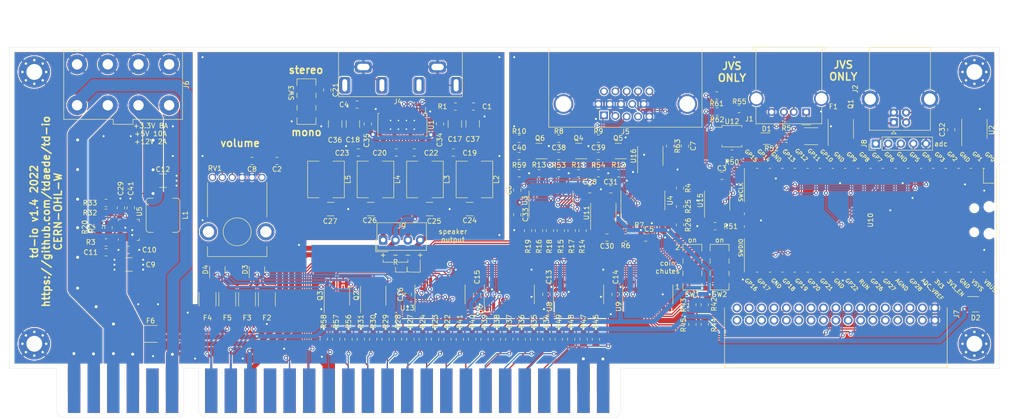
<source format=kicad_pcb>
(kicad_pcb (version 20211014) (generator pcbnew)
  (layers (0 "F.Cu" signal) (31 "B.Cu" signal) (34 "B.Paste" user) (35 "F.Paste" user) (36 "B.SilkS" user "B.Silkscreen") (37 "F.SilkS" user "F.Silkscreen") (38 "B.Mask" user) (39 "F.Mask" user) (44 "Edge.Cuts" user))
  (net 0 "")
  (net 1 "GND")
  (net 2 "+12V")
  (net 3 "Net-(C2-Pad2)")
  (net 4 "Net-(C2-Pad1)")
  (net 5 "+5V")
  (net 6 "Net-(C8-Pad2)")
  (net 7 "Net-(C8-Pad1)")
  (net 8 "Net-(J1-Pad1)")
  (net 9 "Net-(J1-Pad2)")
  (net 10 "Net-(J1-Pad3)")
  (net 11 "Net-(C7-Pad1)")
  (net 12 "/p2_4")
  (net 13 "/p2start")
  (net 14 "/lockout1")
  (net 15 "/p2up")
  (net 16 "/jamma_green")
  (net 17 "/p2right")
  (net 18 "/jamma_sync")
  (net 19 "/p2left")
  (net 20 "/c2")
  (net 21 "/p2down")
  (net 22 "/p2_3")
  (net 23 "/meter1")
  (net 24 "/p2_1")
  (net 26 "/p2_2")
  (net 27 "/p1_4")
  (net 28 "/p1_3")
  (net 29 "/p1_2")
  (net 30 "/p1_1")
  (net 31 "/p1right")
  (net 32 "/p1left")
  (net 33 "/p1down")
  (net 34 "/p1up")
  (net 35 "/p1start")
  (net 36 "/c1")
  (net 37 "/jamma_blue")
  (net 38 "/jamma_red")
  (net 40 "/speaker+")
  (net 41 "/lockout2")
  (net 42 "/meter2")
  (net 43 "/vga_hsync")
  (net 44 "/vga_vsync")
  (net 45 "/vga_blue")
  (net 46 "/vga_green")
  (net 47 "/vga_red")
  (net 48 "Net-(D3-Pad2)")
  (net 49 "Net-(D4-Pad1)")
  (net 50 "Net-(F1-Pad1)")
  (net 56 "/p2_6")
  (net 62 "/p1_6")
  (net 64 "/p1_5")
  (net 68 "/p2_5")
  (net 78 "/lockout1_ctl")
  (net 79 "/meter1_ctl")
  (net 80 "/lockout2_ctl")
  (net 81 "/meter2_ctl")
  (net 82 "/speaker-")
  (net 83 "Net-(R1-Pad1)")
  (net 84 "Net-(R14-Pad1)")
  (net 85 "Net-(R15-Pad1)")
  (net 86 "Net-(R16-Pad1)")
  (net 87 "Net-(R25-Pad1)")
  (net 89 "/jvs_tx")
  (net 90 "/jvs_de")
  (net 91 "/jvs_re")
  (net 92 "/jvs_rx")
  (net 93 "/sr_clr")
  (net 94 "/sr_clk")
  (net 95 "/sr_data")
  (net 104 "+3.3VP")
  (net 105 "Net-(R32-Pad2)")
  (net 109 "Net-(D1-Pad2)")
  (net 110 "Net-(F1-Pad2)")
  (net 111 "Net-(D1-Pad1)")
  (net 114 "/sense_0v")
  (net 115 "Net-(R5-Pad2)")
  (net 116 "Net-(R55-Pad2)")
  (net 117 "/termination")
  (net 118 "/service")
  (net 119 "/tilt")
  (net 120 "/test")
  (net 121 "Net-(U13-Pad9)")
  (net 122 "Net-(U6-Pad9)")
  (net 124 "Net-(U8-Pad9)")
  (net 128 "Net-(C1-Pad2)")
  (net 129 "Net-(C4-Pad2)")
  (net 130 "Net-(C19-Pad2)")
  (net 131 "Net-(C20-Pad2)")
  (net 132 "/speaker_r-")
  (net 133 "Net-(C21-Pad2)")
  (net 134 "Net-(C22-Pad2)")
  (net 135 "Net-(C23-Pad2)")
  (net 136 "/speaker_r+")
  (net 141 "-5V")
  (net 142 "+5VL")
  (net 143 "Net-(C19-Pad1)")
  (net 144 "Net-(C20-Pad1)")
  (net 145 "Net-(C22-Pad1)")
  (net 146 "Net-(C23-Pad1)")
  (net 147 "/l_in")
  (net 148 "/r_in")
  (net 152 "/sense_in_high")
  (net 153 "/sense_in_low")
  (net 155 "Net-(C30-Pad1)")
  (net 156 "Net-(C30-Pad2)")
  (net 159 "Net-(R25-Pad2)")
  (net 162 "/adc2")
  (net 163 "/adc1")
  (net 164 "/adc0")
  (net 165 "/blank")
  (net 166 "Net-(SW1-Pad1)")
  (net 168 "Net-(SW2-Pad1)")
  (net 169 "/blue_ac")
  (net 170 "/red_ac")
  (net 171 "/green_ac")
  (net 172 "/blue_fb")
  (net 173 "/red_fb")
  (net 174 "/green_fb")
  (net 176 "+5VD")
  (net 177 "Net-(D2-Pad3)")
  (net 178 "/vga_scl")
  (net 179 "/vga_sda")
  (net 180 "/i2c_sda")
  (net 181 "/i2c_scl")
  (net 187 "Net-(C11-Pad2)")
  (net 189 "Net-(D4-Pad2)")
  (net 190 "Net-(D3-Pad1)")
  (net 191 "Net-(C11-Pad1)")
  (net 192 "/JVS Power/SW")
  (net 193 "+3.3V")
  (net 194 "Net-(C29-Pad1)")
  (net 195 "Net-(C41-Pad1)")
  (net 196 "unconnected-(Q1-Pad5)")
  (net 197 "Net-(R2-Pad2)")
  (net 198 "Net-(R3-Pad1)")
  (net 199 "Net-(R20-Pad1)")
  (net 200 "unconnected-(U5-Pad10)")
  (footprint "Capacitor_SMD:C_0805_2012Metric" (layer "F.Cu") (at 126.05 105 180)
    (fp_text reference "C2")
    (fp_text value "1uF")
  )
  (footprint "Capacitor_SMD:C_0805_2012Metric" (layer "F.Cu") (at 216 108)
    (fp_text reference "C3")
    (fp_text value "0.1uF")
  )
  (footprint "Capacitor_SMD:C_0805_2012Metric" (layer "F.Cu") (at 200.55 120.5)
    (fp_text reference "C5")
    (fp_text value "0.1uF")
  )
  (footprint "Capacitor_SMD:C_0805_2012Metric" (layer "F.Cu") (at 174.6 110.9 90)
    (fp_text reference "C6")
    (fp_text value "0.1uF")
  )
  (footprint "Capacitor_SMD:C_0805_2012Metric" (layer "F.Cu") (at 121 105 180)
    (fp_text reference "C8")
    (fp_text value "1uF")
  )
  (footprint "Package_TO_SOT_SMD:SOT-23" (layer "F.Cu") (at 267.25 134)
    (fp_text reference "D2")
    (fp_text value "BAT54C")
  )
  (footprint "td-io:DF1BZ-34DP-2.5DS" (layer "F.Cu") (at 239 136 180)
    (fp_text reference "J7")
    (fp_text value "Conn_02x17_Odd_Even")
  )
  (footprint "Resistor_SMD:R_0805_2012Metric" (layer "F.Cu") (at 229 100 180)
    (fp_text reference "R5")
    (fp_text value "120")
  )
  (footprint "Resistor_SMD:R_0805_2012Metric" (layer "F.Cu") (at 196.5 120.5 180)
    (fp_text reference "R6")
    (fp_text value "10k")
  )
  (footprint "Resistor_SMD:R_0805_2012Metric" (layer "F.Cu") (at 187 107.5)
    (fp_text reference "R11")
    (fp_text value "330")
  )
  (footprint "Resistor_SMD:R_0805_2012Metric" (layer "F.Cu") (at 187.8125 119.1 -90)
    (fp_text reference "R14")
    (fp_text value "1k")
  )
  (footprint "Resistor_SMD:R_0805_2012Metric" (layer "F.Cu") (at 183.4 119.1 -90)
    (fp_text reference "R15")
    (fp_text value "1k")
  )
  (footprint "Resistor_SMD:R_0805_2012Metric" (layer "F.Cu") (at 181.2 119.1 90)
    (fp_text reference "R18")
    (fp_text value "75")
  )
  (footprint "Package_SO:SOIC-14_3.9x8.7mm_P1.27mm" (layer "F.Cu") (at 181.43 113.025 90)
    (fp_text reference "U3")
    (fp_text value "ADA4861-3")
  )
  (footprint "Package_SO:SOIC-14_3.9x8.7mm_P1.27mm" (layer "F.Cu") (at 200 113 90)
    (fp_text reference "U4")
    (fp_text value "74LS86")
  )
  (footprint "Package_SO:SOIC-16_3.9x9.9mm_P1.27mm" (layer "F.Cu") (at 173 132 90)
    (fp_text reference "U6")
    (fp_text value "74LV165")
  )
  (footprint "td-io:RPi_Pico_SMD" (layer "F.Cu") (at 246 117 -90)
    (fp_text reference "U10")
    (fp_text value "Pico")
  )
  (footprint "Resistor_SMD:R_0805_2012Metric" (layer "F.Cu") (at 212.5 134.0875 -90)
    (fp_text reference "R42")
    (fp_text value "10k")
  )
  (footprint "Resistor_SMD:R_0805_2012Metric" (layer "F.Cu") (at 210 138.0875 -90)
    (fp_text reference "R45")
    (fp_text value "10k")
  )
  (footprint "Package_SO:SOIC-16_3.9x9.9mm_P1.27mm" (layer "F.Cu") (at 187 132 90)
    (fp_text reference "U8")
    (fp_text value "74LV165")
  )
  (footprint "Package_SO:SOIC-16_3.9x9.9mm_P1.27mm" (layer "F.Cu") (at 201 132 90)
    (fp_text reference "U9")
    (fp_text value "74LV165")
  )
  (footprint "Resistor_SMD:R_0805_2012Metric" (layer "F.Cu") (at 168 141.0875 -90)
    (fp_text reference "R39")
    (fp_text value "10k")
  )
  (footprint "Resistor_SMD:R_0805_2012Metric" (layer "F.Cu") (at 155.5 141.0875 -90)
    (fp_text reference "R24")
    (fp_text value "10k")
  )
  (footprint "Resistor_SMD:R_0805_2012Metric" (layer "F.Cu") (at 173 141.0875 -90)
    (fp_text reference "R37")
    (fp_text value "10k")
  )
  (footprint "Resistor_SMD:R_0805_2012Metric" (layer "F.Cu") (at 165.5 141.0875 -90)
    (fp_text reference "R40")
    (fp_text value "10k")
  )
  (footprint "Resistor_SMD:R_0805_2012Metric" (layer "F.Cu") (at 163 141.0875 -90)
    (fp_text reference "R41")
    (fp_text value "10k")
  )
  (footprint "Resistor_SMD:R_0805_2012Metric" (layer "F.Cu") (at 178 141.0875 -90)
    (fp_text reference "R35")
    (fp_text value "10k")
  )
  (footprint "Resistor_SMD:R_0805_2012Metric" (layer "F.Cu") (at 183 141.0875 -90)
    (fp_text reference "R49")
    (fp_text value "10k")
  )
  (footprint "Resistor_SMD:R_0805_2012Metric" (layer "F.Cu") (at 145.5 141.0875 -90)
    (fp_text reference "R30")
    (fp_text value "10k")
  )
  (footprint "Resistor_SMD:R_0805_2012Metric" (layer "F.Cu") (at 180.5 141.0875 -90)
    (fp_text reference "R34")
    (fp_text value "10k")
  )
  (footprint "Resistor_SMD:R_0805_2012Metric" (layer "F.Cu") (at 170.5 141.0875 -90)
    (fp_text reference "R38")
    (fp_text value "10k")
  )
  (footprint "Resistor_SMD:R_0805_2012Metric" (layer "F.Cu") (at 143 141.0875 -90)
    (fp_text reference "R31")
    (fp_text value "10k")
  )
  (footprint "Resistor_SMD:R_0805_2012Metric" (layer "F.Cu") (at 188 141.0875 -90)
    (fp_text reference "R47")
    (fp_text value "10k")
  )
  (footprint "Resistor_SMD:R_0805_2012Metric" (layer "F.Cu") (at 190.5 141.0875 -90)
    (fp_text reference "R46")
    (fp_text value "10k")
  )
  (footprint "Resistor_SMD:R_0805_2012Metric" (layer "F.Cu") (at 158 141.0875 -90)
    (fp_text reference "R23")
    (fp_text value "10k")
  )
  (footprint "Resistor_SMD:R_0805_2012Metric" (layer "F.Cu") (at 185.5 141.0875 -90)
    (fp_text reference "R48")
    (fp_text value "10k")
  )
  (footprint "Resistor_SMD:R_0805_2012Metric" (layer "F.Cu") (at 160.5 141.0875 -90)
    (fp_text reference "R22")
    (fp_text value "10k")
  )
  (footprint "Resistor_SMD:R_0805_2012Metric" (layer "F.Cu") (at 150.5 141.0875 -90)
    (fp_text reference "R28")
    (fp_text value "10k")
  )
  (footprint "Resistor_SMD:R_0805_2012Metric" (layer "F.Cu") (at 148 141.0875 -90)
    (fp_text reference "R29")
    (fp_text value "10k")
  )
  (footprint "Resistor_SMD:R_0805_2012Metric" (layer "F.Cu") (at 153 141.0875 -90)
    (fp_text reference "R27")
    (fp_text value "10k")
  )
  (footprint "td-io:B08P-VL" (layer "F.Cu") (at 94.95 89.6 180)
    (fp_text reference "J6")
    (fp_text value "Conn_02x04_Top_Bottom")
  )
  (footprint "Capacitor_SMD:C_1210_3225Metric" (layer "F.Cu") (at 103 109)
    (fp_text reference "C12")
    (fp_text value "100uF")
  )
  (footprint "MountingHole:MountingHole_3.2mm_M3_Pad_Via" (layer "F.Cu") (at 267 142)
    (fp_text reference "H1" hide)
    (fp_text value "MountingHole_Pad")
  )
  (footprint "MountingHole:MountingHole_3.2mm_M3_Pad_Via" (layer "F.Cu") (at 77 142)
    (fp_text reference "H2" hide)
    (fp_text value "MountingHole_Pad")
  )
  (footprint "MountingHole:MountingHole_3.2mm_M3_Pad_Via" (layer "F.Cu") (at 267 87)
    (fp_text reference "H3" hide)
    (fp_text value "MountingHole_Pad")
  )
  (footprint "MountingHole:MountingHole_3.2mm_M3_Pad_Via" (layer "F.Cu") (at 77 87)
    (fp_text reference "H4" hide)
    (fp_text value "MountingHole_Pad")
  )
  (footprint "Capacitor_SMD:C_0805_2012Metric" (layer "F.Cu") (at 180.5 132 -90)
    (fp_text reference "C13")
    (fp_text value "0.1uF")
  )
  (footprint "Capacitor_SMD:C_0805_2012Metric" (layer "F.Cu") (at 194.5 132 -90)
    (fp_text reference "C14")
    (fp_text value "0.1uF")
  )
  (footprint "Capacitor_SMD:C_0805_2012Metric" (layer "F.Cu") (at 166.5 132 -90)
    (fp_text reference "C15")
    (fp_text value "0.1uF")
  )
  (footprint "Package_TO_SOT_SMD:SOT-363_SC-70-6" (layer "F.Cu") (at 225 100.5)
    (fp_text reference "D1")
    (fp_text value "BAV99S")
  )
  (footprint "Package_SO:SOIC-8_3.9x4.9mm_P1.27mm" (layer "F.Cu") (at 240 98.5 90)
    (fp_text reference "Q1")
    (fp_text value "AO4818B")
  )
  (footprint "Resistor_SMD:R_0805_2012Metric" (layer "F.Cu") (at 218 103.5 180)
    (fp_text reference "R50")
    (fp_text value "10k")
  )
  (footprint "Resistor_SMD:R_0805_2012Metric" (layer "F.Cu") (at 229 102 180)
    (fp_text reference "R52")
    (fp_text value "100")
  )
  (footprint "Resistor_SMD:R_0805_2012Metric" (layer "F.Cu") (at 219.4125 94.5 180)
    (fp_text reference "R55")
    (fp_text value "1k")
  )
  (footprint "Package_SO:SOIC-8_3.9x4.9mm_P1.27mm" (layer "F.Cu") (at 267 98.5 90)
    (fp_text reference "U2")
    (fp_text value "ISL3178EIBZ-T")
  )
  (footprint "Package_SO:SOP-4_3.8x4.1mm_P2.54mm" (layer "F.Cu") (at 218 100)
    (fp_text reference "U12")
    (fp_text value "CPC1017N")
  )
  (footprint "Resistor_SMD:R_0805_2012Metric" (layer "F.Cu") (at 214.6 118.2)
    (fp_text reference "R51")
    (fp_text value "10k")
  )
  (footprint "Capacitor_SMD:C_0805_2012Metric" (layer "F.Cu") (at 165.75 94 180)
    (fp_text reference "C1")
    (fp_text value "1uF")
  )
  (footprint "Capacitor_SMD:C_0805_2012Metric" (layer "F.Cu") (at 161.7 103.3)
    (fp_text reference "C19")
    (fp_text value "1uF")
  )
  (footprint "Capacitor_SMD:C_0805_2012Metric" (layer "F.Cu") (at 142.5 103.3 180)
    (fp_text reference "C23")
    (fp_text value "1uF")
  )
  (footprint "Package_SO:SOIC-8_3.9x4.9mm_P1.27mm" (layer "F.Cu") (at 145.5 132.275 90)
    (fp_text reference "Q2")
    (fp_text value "AO4818B")
  )
  (footprint "Package_SO:SOIC-8_3.9x4.9mm_P1.27mm" (layer "F.Cu") (at 138.155 132.275 90)
    (fp_text reference "Q3")
    (fp_text value "AO4818B")
  )
  (footprint "td-io:PTV112-4420A-A503" (layer "F.Cu") (at 118 119.345 180)
    (fp_text reference "RV1")
    (fp_text value "R_POT_Dual")
  )
  (footprint "Capacitor_SMD:C_0805_2012Metric" (layer "F.Cu") (at 152.5 132 -90)
    (fp_text reference "C16")
    (fp_text value "0.1uF")
  )
  (footprint "Resistor_SMD:R_0805_2012Metric" (layer "F.Cu") (at 140.5 141.0875 -90)
    (fp_text reference "R56")
    (fp_text value "10k")
  )
  (footprint "Resistor_SMD:R_0805_2012Metric" (layer "F.Cu") (at 138 141.0875 -90)
    (fp_text reference "R57")
    (fp_text value "10k")
  )
  (footprint "Resistor_SMD:R_0805_2012Metric" (layer "F.Cu") (at 135.5 141.0875 -90)
    (fp_text reference "R58")
    (fp_text value "10k")
  )
  (footprint "Package_SO:SOIC-16_3.9x9.9mm_P1.27mm" (layer "F.Cu") (at 159 132 90)
    (fp_text reference "U13")
    (fp_text value "74LV165")
  )
  (footprint "Resistor_SMD:R_0805_2012Metric" (layer "F.Cu") (at 175.5 141.0875 -90)
    (fp_text reference "R36")
    (fp_text value "10k")
  )
  (footprint "Resistor_SMD:R_0805_2012Metric" (layer "F.Cu") (at 212.5 138.0875 -90)
    (fp_text reference "R44")
    (fp_text value "10k")
  )
  (footprint "td-io:JAMMA" (layer "F.Cu") (at 138.5 156)
    (fp_text reference "J3" hide)
    (fp_text value "JAMMA_Edge")
  )
  (footprint "td-io:PJRAN2X1U01AUX" (layer "F.Cu") (at 158.5 86 180)
    (fp_text reference "J4")
    (fp_text value "Conn_Coaxial_x2")
  )
  (footprint "Package_SO:SOIC-8_3.9x4.9mm_P1.27mm" (layer "F.Cu") (at 215 113 90)
    (fp_text reference "U15")
    (fp_text value "LM2903")
  )
  (footprint "Capacitor_SMD:C_0805_2012Metric" (layer "F.Cu") (at 189.25 110.75)
    (fp_text reference "C28")
    (fp_text value "3.3uF")
  )
  (footprint "Capacitor_SMD:C_0805_2012Metric" (layer "F.Cu") (at 192.75 120.5)
    (fp_text reference "C30")
    (fp_text value "3.3uF")
  )
  (footprint "Capacitor_SMD:C_0805_2012Metric" (layer "F.Cu") (at 193.5 110.75 180)
    (fp_text reference "C31")
    (fp_text value "3.3uF")
  )
  (footprint "td-io:DSUB-15-HD_Female_Horizontal_P2.29x2.5mm_EdgePinOffset8.35mm_Housed_MountingHolesOffset10.89mm" (layer "F.Cu") (at 192.145 94.75 180)
    (fp_text reference "J5")
    (fp_text value "DB15_Female_HighDensity_MountingHoles")
  )
  (footprint "Resistor_SMD:R_0805_2012Metric" (layer "F.Cu") (at 207.5 110.4875 -90)
    (fp_text reference "R4")
    (fp_text value "10k")
  )
  (footprint "Resistor_SMD:R_0805_2012Metric" (layer "F.Cu") (at 207.5 114.2125 -90)
    (fp_text reference "R25")
    (fp_text value "20k")
  )
  (footprint "Resistor_SMD:R_0805_2012Metric" (layer "F.Cu") (at 207.5 117.9375 -90)
    (fp_text reference "R26")
    (fp_text value "10k")
  )
  (footprint "Connector_USB:USB_A_Molex_67643_Horizontal" (layer "F.Cu") (at 233 95.1 180)
    (fp_text reference "J1")
    (fp_text value "USB_A")
  )
  (footprint "Connector_USB:USB_B_OST_USB-B1HSxx_Horizontal" (layer "F.Cu") (at 250.7 97.2 90)
    (fp_text reference "J2")
    (fp_text value "USB_B")
  )
  (footprint "td-io:HTSSOP-28-1EP_4.4x9.7mm_P0.65mm_tpa3138_ThermalVias" (layer "F.Cu") (at 151.4 97.7 -90)
    (fp_text reference "U1")
    (fp_text value "TPA3138D2")
  )
  (footprint "Capacitor_SMD:C_1210_3225Metric" (layer "F.Cu") (at 136.9 114.75)
    (fp_text reference "C27")
    (fp_text value "2.2uF 50V")
  )
  (footprint "Capacitor_SMD:C_1210_3225Metric" (layer "F.Cu") (at 156.9 114.75)
    (fp_text reference "C25")
    (fp_text value "2.2uF 50V")
  )
  (footprint "Capacitor_SMD:C_1210_3225Metric" (layer "F.Cu") (at 145 114.75 180)
    (fp_text reference "C26")
    (fp_text value "2.2uF 50V")
  )
  (footprint "Capacitor_SMD:C_1210_3225Metric" (layer "F.Cu") (at 165 114.75 180)
    (fp_text reference "C24")
    (fp_text value "2.2uF 50V")
  )
  (footprint "Inductor_SMD:L_7.3x7.3_H4.5" (layer "F.Cu") (at 135.95 108.75 -90)
    (fp_text reference "L5")
    (fp_text value "15uH")
  )
  (footprint "Inductor_SMD:L_7.3x7.3_H4.5" (layer "F.Cu") (at 155.95 108.75 -90)
    (fp_text reference "L3")
    (fp_text value "15uH")
  )
  (footprint "Capacitor_SMD:C_0805_2012Metric" (layer "F.Cu") (at 150.15 103.3)
    (fp_text reference "C20")
    (fp_text value "1uF")
  )
  (footprint "Capacitor_SMD:C_0805_2012Metric" (layer "F.Cu") (at 153.8 103.3 180)
    (fp_text reference "C22")
    (fp_text value "1uF")
  )
  (footprint "Inductor_SMD:L_7.3x7.3_H4.5" (layer "F.Cu") (at 145.95 108.75 -90)
    (fp_text reference "L4")
    (fp_text value "15uH")
  )
  (footprint "Inductor_SMD:L_7.3x7.3_H4.5" (layer "F.Cu") (at 165.95 108.75 -90)
    (fp_text reference "L2")
    (fp_text value "15uH")
  )
  (footprint "Capacitor_SMD:C_1210_3225Metric" (layer "F.Cu") (at 162 97.5 90)
    (fp_text reference "C17")
    (fp_text value "47uF 16V")
  )
  (footprint "Capacitor_SMD:C_1210_3225Metric" (layer "F.Cu") (at 141.4 97.5 90)
    (fp_text reference "C18")
    (fp_text value "47uF 16V")
  )
  (footprint "Resistor_SMD:R_0805_2012Metric" (layer "F.Cu") (at 162.1125 94)
    (fp_text reference "R1")
    (fp_text value "10k")
  )
  (footprint "Capacitor_SMD:C_0805_2012Metric" (layer "F.Cu") (at 136.2 90.65 -90)
    (fp_text reference "C21")
    (fp_text value "1uF")
  )
  (footprint "Capacitor_SMD:C_0805_2012Metric" (layer "F.Cu") (at 262.3 98.7 -90)
    (fp_text reference "C32")
    (fp_text value "0.1uF")
  )
  (footprint "Inductor_SMD:L_Bourns_SRP7028A_7.3x6.6mm" (layer "F.Cu") (at 103 116 90)
    (fp_text reference "L1")
    (fp_text value "1.5uH")
  )
  (footprint "Capacitor_SMD:C_1210_3225Metric" (layer "F.Cu") (at 96.125 125.95)
    (fp_text reference "C9")
    (fp_text value "100uF")
  )
  (footprint "Capacitor_SMD:C_0805_2012Metric" (layer "F.Cu") (at 94.5 114.5 90)
    (fp_text reference "C29")
    (fp_text value "1uF")
  )
  (footprint "Resistor_SMD:R_0805_2012Metric" (layer "F.Cu") (at 91.5 113.5 180)
    (fp_text reference "R33")
    (fp_text value "2k")
  )
  (footprint "Resistor_SMD:R_0805_2012Metric" (layer "F.Cu") (at 91.5 115.5)
    (fp_text reference "R32")
    (fp_text value "4.53k")
  )
  (footprint "Capacitor_SMD:C_0805_2012Metric" (layer "F.Cu") (at 96 123)
    (fp_text reference "C10")
    (fp_text value "0.1uF")
  )
  (footprint "Capacitor_SMD:C_0805_2012Metric" (layer "F.Cu") (at 91.5 123.5)
    (fp_text reference "C11")
    (fp_text value "0.1uF")
  )
  (footprint "Capacitor_SMD:C_0805_2012Metric" (layer "F.Cu") (at 174.6 115.9 -90)
    (fp_text reference "C33")
    (fp_text value "3.3uF")
  )
  (footprint "Capacitor_SMD:C_0805_2012Metric" (layer "F.Cu") (at 159 97.5 90)
    (fp_text reference "C34")
    (fp_text value "0.1uF")
  )
  (footprint "Capacitor_SMD:C_0805_2012Metric" (layer "F.Cu") (at 144.4 97.55 90)
    (fp_text reference "C35")
    (fp_text value "0.1uF")
  )
  (footprint "Capacitor_SMD:C_1210_3225Metric" (layer "F.Cu") (at 165.6 97.475 90)
    (fp_text reference "C37")
    (fp_text value "47uF 16V")
  )
  (footprint "Capacitor_SMD:C_1210_3225Metric" (layer "F.Cu") (at 137.8 97.5 90)
    (fp_text reference "C36")
    (fp_text value "47uF 16V")
  )
  (footprint "Capacitor_SMD:C_0805_2012Metric" (layer "F.Cu") (at 142.25 93.6)
    (fp_text reference "C4")
    (fp_text value "1uF")
  )
  (footprint "Button_Switch_SMD:SW_DPDT_CK_JS202011JCQN" (layer "F.Cu") (at 132 93 90)
    (fp_text reference "SW3")
    (fp_text value "SW_DPDT_x2")
  )
  (footprint "Connector_PinHeader_2.54mm:PinHeader_1x05_P2.54mm_Vertical" (layer "F.Cu") (at 247.05 101.5 90)
    (fp_text reference "J8")
    (fp_text value "DNP")
  )
  (footprint "Capacitor_SMD:C_0805_2012Metric" (layer "F.Cu") (at 175 104)
    (fp_text reference "C40")
    (fp_text value "1uF")
  )
  (footprint "Package_TO_SOT_SMD:SOT-23" (layer "F.Cu") (at 187 103 180)
    (fp_text reference "Q4")
    (fp_text value "2N7002NXBKR")
  )
  (footprint "Button_Switch_SMD:SW_DPDT_CK_JS202011JCQN" (layer "F.Cu") (at 210 126.5 90)
    (fp_text reference "SW1")
    (fp_text value "SW_DPDT_x2")
  )
  (footprint "Button_Switch_SMD:SW_DPDT_CK_JS202011JCQN" (layer "F.Cu") (at 215.5 126.5 90)
    (fp_text reference "SW2")
    (fp_text value "SW_DPDT_x2")
  )
  (footprint "Resistor_SMD:R_0805_2012Metric" (layer "F.Cu") (at 210 134.0875 -90)
    (fp_text reference "R43")
    (fp_text value "10k")
  )
  (footprint "Resistor_SMD:R_0805_2012Metric" (layer "F.Cu") (at 196.5 118)
    (fp_text reference "R7")
    (fp_text value "10k")
  )
  (footprint "Resistor_SMD:R_0805_2012Metric" (layer "F.Cu") (at 183 107.5)
    (fp_text reference "R53")
    (fp_text value "10k")
  )
  (footprint "Resistor_SMD:R_0805_2012Metric" (layer "F.Cu") (at 175 100.5)
    (fp_text reference "R10")
    (fp_text value "75")
  )
  (footprint "Capacitor_SMD:C_0805_2012Metric" (layer "F.Cu") (at 183 104)
    (fp_text reference "C38")
    (fp_text value "1uF")
  )
  (footprint "Resistor_SMD:R_0805_2012Metric" (layer "F.Cu") (at 183 100.5)
    (fp_text reference "R8")
    (fp_text value "75")
  )
  (footprint "Resistor_SMD:R_0805_2012Metric" (layer "F.Cu") (at 179 119.1 -90)
    (fp_text reference "R16")
    (fp_text value "1k")
  )
  (footprint "Resistor_SMD:R_0805_2012Metric" (layer "F.Cu") (at 176.8 119.1 90)
    (fp_text reference "R19")
    (fp_text value "75")
  )
  (footprint "Resistor_SMD:R_0805_2012Metric" (layer "F.Cu") (at 175 107.5)
    (fp_text reference "R59")
    (fp_text value "10k")
  )
  (footprint "Package_TO_SOT_SMD:SOT-23" (layer "F.Cu") (at 179 103 180)
    (fp_text reference "Q6")
    (fp_text value "2N7002NXBKR")
  )
  (footprint "Resistor_SMD:R_0805_2012Metric" (layer "F.Cu") (at 191 107.5)
    (fp_text reference "R54")
    (fp_text value "10k")
  )
  (footprint "Capacitor_SMD:C_0805_2012Metric" (layer "F.Cu") (at 191 104)
    (fp_text reference "C39")
    (fp_text value "1uF")
  )
  (footprint "Package_TO_SOT_SMD:SOT-23" (layer "F.Cu") (at 195 103 180)
    (fp_text reference "Q5")
    (fp_text value "2N7002NXBKR")
  )
  (footprint "Resistor_SMD:R_0805_2012Metric" (layer "F.Cu") (at 191 100.5)
    (fp_text reference "R9")
    (fp_text value "75")
  )
  (footprint "Resistor_SMD:R_0805_2012Metric" (layer "F.Cu") (at 195.0875 107.5)
    (fp_text reference "R12")
    (fp_text value "330")
  )
  (footprint "Resistor_SMD:R_0805_2012Metric" (layer "F.Cu") (at 179 107.5)
    (fp_text reference "R13")
    (fp_text value "330")
  )
  (footprint "Resistor_SMD:R_0805_2012Metric" (layer "F.Cu") (at 185.6 119.1 90)
    (fp_text reference "R17")
    (fp_text value "75")
  )
  (footprint "Resistor_SMD:R_0805_2012Metric" (layer "F.Cu") (at 214.9125 91.75 180)
    (fp_text reference "R61")
    (fp_text value "10k")
  )
  (footprint "Resistor_SMD:R_0805_2012Metric" (layer "F.Cu") (at 215 95 180)
    (fp_text reference "R62")
    (fp_text value "10k")
  )
  (footprint "Resistor_SMD:R_0805_2012Metric" (layer "F.Cu") (at 205.5 102 90)
    (fp_text reference "R63")
    (fp_text value "200k")
  )
  (footprint "Package_SO:SO-8_3.9x4.9mm_P1.27mm" (layer "F.Cu") (at 201.5 104 90)
    (fp_text reference "U16")
    (fp_text value "PCA9306D")
  )
  (footprint "td-io:JST_SH_B4B-NH-A_1x04_P2.50mm_Vertical" (layer "F.Cu") (at 147.5 121)
    (fp_text reference "J9")
    (fp_text value "Conn_01x04_Male")
  )
  (footprint "Resistor_SMD:R_1812_4532Metric" (layer "F.Cu") (at 120 133 90)
    (fp_text reference "F3")
    (fp_text value "Polyfuse")
  )
  (footprint "Resistor_SMD:R_1812_4532Metric" (layer "F.Cu") (at 124 133 90)
    (fp_text reference "F2")
    (fp_text value "Polyfuse")
  )
  (footprint "Resistor_SMD:R_1812_4532Metric" (layer "F.Cu") (at 234 100 180)
    (fp_text reference "F1")
    (fp_text value "Polyfuse")
  )
  (footprint "Resistor_SMD:R_1812_4532Metric" (layer "F.Cu") (at 100.5 140)
    (fp_text reference "F6")
    (fp_text value "Polyfuse")
  )
  (footprint "Resistor_SMD:R_0805_2012Metric" (layer "F.Cu") (at 92 118.5 -90)
    (fp_text reference "R2")
    (fp_text value "100k")
  )
  (footprint "td-io:Vishay_PowerPAK_MLP44-24L" (layer "F.Cu") (at 96.1 118.95 90)
    (fp_text reference "U5")
    (fp_text value "SiC437")
  )
  (footprint "Resistor_SMD:R_1812_4532Metric" (layer "F.Cu") (at 112 133 90)
    (fp_text reference "F4")
    (fp_text value "Polyfuse")
  )
  (footprint "Resistor_SMD:R_0805_2012Metric" (layer "F.Cu") (at 90 118.5 90)
    (fp_text reference "R20")
    (fp_text value "100k")
  )
  (footprint "Resistor_SMD:R_1812_4532Metric" (layer "F.Cu") (at 116 133 90)
    (fp_text reference "F5")
    (fp_text value "Polyfuse")
  )
  (footprint "Capacitor_SMD:C_0805_2012Metric" (layer "F.Cu") (at 208.5 102 -90)
    (fp_text reference "C7")
    (fp_text value "0.1uF")
  )
  (footprint "Capacitor_SMD:C_0805_2012Metric" (layer "F.Cu") (at 96.5 114.5 90)
    (fp_text reference "C41")
    (fp_text value "4.7uF")
  )
  (footprint "Package_SO:SOIC-8_3.9x4.9mm_P1.27mm" (layer "F.Cu") (at 192 115.5 90)
    (fp_text reference "U11")
    (fp_text value "MAX860ISA+T")
  )
  (footprint "Resistor_SMD:R_0805_2012Metric" (layer "F.Cu") (at 91.5 121.5 180)
    (fp_text reference "R3")
    (fp_text value "2.2")
  )
  (footprint "Package_TO_SOT_SMD:SOT-23" (layer "F.Cu") (at 122 127 90)
    (fp_text reference "D3")
    (fp_text value "MMBZ18VALT1G")
  )
  (footprint "Package_TO_SOT_SMD:SOT-23" (layer "F.Cu") (at 114 127 90)
    (fp_text reference "D4")
    (fp_text value "MMBZ18VALT1G")
  )
  (gr_line (start 155 125) (end 155 127.5) (layer "F.SilkS") (width 0.12))
  (gr_line (start 152.5 125.5) (end 150.5 125.5) (layer "F.SilkS") (width 0.12))
  (gr_line (start 152.5 125) (end 152.5 125.5) (layer "F.SilkS") (width 0.12))
  (gr_line (start 150 126.5) (end 150 127.5) (layer "F.SilkS") (width 0.12))
  (gr_line (start 147.5 125.5) (end 149.5 125.5) (layer "F.SilkS") (width 0.12))
  (gr_line (start 155 127.5) (end 153 127.5) (layer "F.SilkS") (width 0.12))
  (gr_line (start 150 127.5) (end 152 127.5) (layer "F.SilkS") (width 0.12))
  (gr_line (start 147.5 125) (end 147.5 125.5) (layer "F.SilkS") (width 0.12))
  (gr_line (start 272 147) (end 195.5 147) (layer "Edge.Cuts") (width 0.05))
  (gr_line (start 72 82) (end 272 82) (layer "Edge.Cuts") (width 0.05))
  (gr_line (start 272 82) (end 272 147) (layer "Edge.Cuts") (width 0.05))
  (gr_line (start 195.5 156) (end 194.5 157) (layer "Edge.Cuts") (width 0.05))
  (gr_line (start 110.25 156) (end 111.25 157) (layer "Edge.Cuts") (width 0.05))
  (gr_line (start 107.2 156) (end 106.2 157) (layer "Edge.Cuts") (width 0.05))
  (gr_line (start 82.5 157) (end 81.5 156) (layer "Edge.Cuts") (width 0.05))
  (gr_line (start 110.25 147) (end 107.2 147) (layer "Edge.Cuts") (width 0.05))
  (gr_line (start 72 147) (end 72 82) (layer "Edge.Cuts") (width 0.05))
  (gr_line (start 81.5 147) (end 72 147) (layer "Edge.Cuts") (width 0.05))
  (gr_line (start 106.2 157) (end 82.5 157) (layer "Edge.Cuts") (width 0.05))
  (gr_line (start 110.25 156) (end 110.25 147) (layer "Edge.Cuts") (width 0.05))
  (gr_line (start 81.5 156) (end 81.5 147) (layer "Edge.Cuts") (width 0.05))
  (gr_line (start 195.5 147) (end 195.5 156) (layer "Edge.Cuts") (width 0.05))
  (gr_line (start 194.5 157) (end 111.25 157) (layer "Edge.Cuts") (width 0.05))
  (gr_line (start 107.2 147) (end 107.2 156) (layer "Edge.Cuts") (width 0.05))
  (gr_text "+" (at 155 124) (layer "F.SilkS") (effects (font (size 1 1))))
  (gr_text "-" (at 152.5 124) (layer "F.SilkS") (effects (font (size 1 1))))
  (gr_text "JVS\nONLY" (at 240.5 86.75) (layer "F.SilkS") (effects (font (size 1.5 1.5) (thickness 0.3))))
  (gr_text "stereo" (at 131.9 86.6) (layer "F.SilkS") (effects (font (size 1.5 1.5) (thickness 0.3))))
  (gr_text "mono" (at 132 99.2) (layer "F.SilkS") (effects (font (size 1.5 1.5) (thickness 0.3))))
  (gr_text "on" (at 215.5 121) (layer "F.SilkS") (effects (font (size 1 1))))
  (gr_text "-" (at 150 124) (layer "F.SilkS") (effects (font (size 1 1))))
  (gr_text "+" (at 147.5 124) (layer "F.SilkS") (effects (font (size 1 1))))
  (gr_text "coin\nchutes" (at 205 126.5) (layer "F.SilkS") (effects (font (size 1 1))))
  (gr_text "adc" (at 260.25 101.55) (layer "F.SilkS") (effects (font (size 1 1))))
  (gr_text "JVS\nONLY" (at 218 87) (layer "F.SilkS") (effects (font (size 1.5 1.5) (thickness 0.3))))
  (gr_text "speaker\noutput" (at 161.6 120.1) (layer "F.SilkS") (effects (font (size 1 1))))
  (gr_text "td-io v1.4 2022\nhttps://github.com/tdaede/td-io\nCERN-OHL-W" (at 79.375 115.25 90) (layer "F.SilkS") (effects (font (size 1.5 1.5) (thickness 0.3))))
  (gr_text "L" (at 152.5 127) (layer "F.SilkS") (effects (font (size 1 1))))
  (gr_text "R" (at 150 125.5) (layer "F.SilkS") (effects (font (size 1 1))))
  (gr_text "on" (at 210 121) (layer "F.SilkS") (effects (font (size 1 1))))
  (gr_text "2" (at 207 122.5) (layer "F.SilkS") (effects (font (size 1 1))))
  (gr_text "+3.3V 8A\n+5V 10A\n+12V 2A" (at 100.5 99.5) (layer "F.SilkS") (effects (font (size 1 1))))
  (gr_text "volume" (at 118.6 101.4) (layer "F.SilkS") (effects (font (size 1.5 1.5) (thickness 0.3))))
  (gr_text "1" (at 207 130.5) (layer "F.SilkS") (effects (font (size 1 1))))
  (segment (start 180.5 132.95) (end 180.5 133) (width 0.25) (layer "F.Cu") (net 1))
  (segment (start 140.4 94.1) (end 140.3 94) (width 0.25) (layer "F.Cu") (net 1))
  (segment (start 265.1 109.3) (end 265.1 109.75) (width 0.25) (layer "F.Cu") (net 1))
  (segment (start 239.65 109.301574) (end 239.848417 109.499991) (width 0.25) (layer "F.Cu") (net 1))
  (segment (start 136.52 151.5) (end 136.52 146.020062) (width 2.5) (layer "F.Cu") (net 1))
  (segment (start 135.519935 145.019997) (end 135.119936 144.619998) (width 2.5) (layer "F.Cu") (net 1))
  (segment (start 188 145.08) (end 187.96 145.04) (width 2.5) (layer "F.Cu") (net 1))
  (segment (start 268.905 95.305) (end 268.1 94.5) (width 0.25) (layer "F.Cu") (net 1))
  (segment (start 155.825 129.525) (end 155.825 131.247578) (width 0.25) (layer "F.Cu") (net 1))
  (segment (start 226.95 108.476761) (end 226.86677 108.559991) (width 0.25) (layer "F.Cu") (net 1))
  (segment (start 155.825 131.247578) (end 156.246197 131.668775) (width 0.25) (layer "F.Cu") (net 1))
  (segment (start 152.5 132.95) (end 152.5 134.5) (width 0.25) (layer "F.Cu") (net 1))
  (segment (start 136.52 146.020062) (end 135.519935 145.019997) (width 2.5) (layer "F.Cu") (net 1))
  (segment (start 177.445 132.555) (end 177.5 132.5) (width 0.25) (layer "F.Cu") (net 1))
  (segment (start 147.175 94.8375) (end 146.3375 94.8375) (width 0.25) (layer "F.Cu") (net 1))
  (segment (start 146.3375 94.8375) (end 146 94.5) (width 0.25) (layer "F.Cu") (net 1))
  (segment (start 88.92 144) (end 85 144) (width 2.5) (layer "F.Cu") (net 1))
  (segment (start 177.445 134.475) (end 177.445 132.555) (width 0.25) (layer "F.Cu") (net 1))
  (segment (start 196 102.05) (end 196 100.75) (width 0.25) (layer "F.Cu") (net 1))
  (segment (start 166.5 133.5) (end 167 134) (width 0.25) (layer "F.Cu") (net 1))
  (segment (start 89 151.5) (end 89 144.08) (width 2.5) (layer "F.Cu") (net 1))
  (segment (start 96.775 119.6125) (end 96.625 119.4625) (width 0.25) (layer "F.Cu") (net 1))
  (segment (start 146.135 134.75) (end 146.135 135.865) (width 0.25) (layer "F.Cu") (net 1))
  (segment (start 226.95 129.400852) (end 227 129.450852) (width 0.25) (layer "F.Cu") (net 1))
  (segment (start 196 100.75) (end 196.5 100.25) (width 0.25) (layer "F.Cu") (net 1))
  (segment (start 141.3 94.1) (end 140.4 94.1) (width 0.25) (layer "F.Cu") (net 1))
  (segment (start 180.5 134.5) (end 180 135) (width 0.25) (layer "F.Cu") (net 1))
  (segment (start 268.905 96.025) (end 268.905 95.305) (width 0.25) (layer "F.Cu") (net 1))
  (segment (start 239.65 125.89) (end 239.65 128.45) (width 0.25) (layer "F.Cu") (net 1))
  (segment (start 239.65 108.11) (end 239.65 109.301574) (width 0.25) (layer "F.Cu") (net 1))
  (segment (start 223.8 117) (end 223.85 117.05) (width 0.25) (layer "F.Cu") (net 1))
  (segment (start 169.825 129.525) (end 169.5 129.85) (width 0.25) (layer "F.Cu") (net 1))
  (segment (start 191.445 132.555) (end 191.5 132.5) (width 0.25) (layer "F.Cu") (net 1))
  (segment (start 180.5 133) (end 180.5 134.5) (width 0.25) (layer "F.Cu") (net 1))
  (segment (start 96.625 119.4625) (end 96.625 117.0125) (width 0.25) (layer "F.Cu") (net 1))
  (segment (start 85.04 151.5) (end 85.04 144.04) (width 2.5) (layer "F.Cu") (net 1))
  (segment (start 89 144.08) (end 88.96 144.04) (width 2.5) (layer "F.Cu") (net 1))
  (segment (start 191.445 134.475) (end 191.445 132.555) (width 0.25) (layer "F.Cu") (net 1))
  (segment (start 191.96 145.12) (end 191.92 145.08) (width 2.5) (layer "F.Cu") (net 1))
  (segment (start 169.825 129.525) (end 169.975 129.525) (width 0.25) (layer "F.Cu") (net 1))
  (segment (start 226.95 125.89) (end 226.95 129.400852) (width 0.25) (layer "F.Cu") (net 1))
  (segment (start 265.05 108.11) (end 265.05 109.25) (width 0.25) (layer "F.Cu") (net 1))
  (segment (start 239.65 128.45) (end 240.4 129.2) (width 0.25) (layer "F.Cu") (net 1))
  (segment (start 222.1 117) (end 223.8 117) (width 0.25) (layer "F.Cu") (net 1))
  (segment (start 166.5 132.95) (end 166.5 133.5) (width 0.25) (layer "F.Cu") (net 1))
  (segment (start 146.135 135.865) (end 146 136) (width 0.25) (layer "F.Cu") (net 1))
  (segment (start 169.5 129.85) (end 169.5 131) (width 0.25) (layer "F.Cu") (net 1))
  (segment (start 188 151.5) (end 188 145.08) (width 2.5) (layer "F.Cu") (net 1))
  (segment (start 265.05 109.25) (end 265.1 109.3) (width 0.25) (layer "F.Cu") (net 1))
  (segment (start 191.96 151.5) (end 191.96 145.12) (width 2.5) (layer "F.Cu") (net 1))
  (segment (start 226.95 108.11) (end 226.95 108.476761) (width 0.25) (layer "F.Cu") (net 1))
  (via (at 140.45 114.75) (size 0.8) (drill 0.4) (layers "F.Cu" "B.Cu") (net 1))
  (via (at 160.95 114.75) (size 0.8) (drill 0.4) (layers "F.Cu" "B.Cu") (net 1))
  (via (at 135 135) (size 0.8) (drill 0.4) (layers "F.Cu" "B.Cu") (net 1))
  (via (at 219 109.75) (size 0.8) (drill 0.4) (layers "F.Cu" "B.Cu") (net 1))
  (via (at 124 138) (size 0.8) (drill 0.4) (layers "F.Cu" "B.Cu") (net 1))
  (via (at 220.2 129) (size 0.8) (drill 0.4) (layers "F.Cu" "B.Cu") (net 1))
  (via (at 240.4 129.2) (size 0.8) (drill 0.4) (layers "F.Cu" "B.Cu") (net 1))
  (via (at 204.5 120.5) (size 0.8) (drill 0.4) (layers "F.Cu" "B.Cu") (net 1))
  (via (at 204 132) (size 0.8) (drill 0.4) (layers "F.Cu" "B.Cu") (net 1))
  (via (at 88.96 144.04) (size 1.2) (drill 0.6) (layers "F.Cu" "B.Cu") (net 1))
  (via (at 140.3 94) (size 0.8) (drill 0.4) (layers "F.Cu" "B.Cu") (net 1))
  (via (at 101 144.5) (size 0.8) (drill 0.4) (layers "F.Cu" "B.Cu") (net 1))
  (via (at 239.848417 109.499991) (size 0.8) (drill 0.4) (layers "F.Cu" "B.Cu") (net 1))
  (via (at 189 102) (size 0.8) (drill 0.4) (layers "F.Cu" "B.Cu") (net 1))
  (via (at 191.92 145.08) (size 1.2) (drill 0.6) (layers "F.Cu" "B.Cu") (net 1))
  (via (at 236 95) (size 0.8) (drill 0.4) (layers "F.Cu" "B.Cu") (net 1))
  (via (at 146 136) (size 0.8) (drill 0.4) (layers "F.Cu" "B.Cu") (net 1))
  (via (at 252.5 109.5) (size 0.8) (drill 0.4) (layers "F.Cu" "B.Cu") (net 1))
  (via (at 257 130) (size 0.8) (drill 0.4) (layers "F.Cu" "B.Cu") (net 1))
  (via (at 169.5 131) (size 0.8) (drill 0.4) (layers "F.Cu" "B.Cu") (net 1))
  (via (at 119.133813 144.987321) (size 0.8) (drill 0.4) (layers "F.Cu" "B.Cu") (net 1))
  (via (at 185 107.5) (size 0.8) (drill 0.4) (layers "F.Cu" "B.Cu") (net 1))
  (via (at 108 135.7) (size 0.8) (drill 0.4) (layers "F.Cu" "B.Cu") (net 1))
  (via (at 162.187704 127.014932) (size 0.8) (drill 0.4) (layers "F.Cu" "B.Cu") (net 1))
  (via (at 94.4 112.6) (size 0.8) (drill 0.4) (layers "F.Cu" "B.Cu") (net 1))
  (via (at 200.25 103.75) (size 0.8) (drill 0.4) (layers "F.Cu" "B.Cu") (net 1))
  (via (at 98 134) (size 0.8) (drill 0.4) (layers "F.Cu" "B.Cu") (net 1))
  (via (at 211 118.2) (size 0.8) (drill 0.4) (layers "F.Cu" "B.Cu") (net 1))
  (via (at 171 104) (size 0.8) (drill 0.4) (layers "F.Cu" "B.Cu") (net 1))
  (via (at 152.5 134.5) (size 0.8) (drill 0.4) (layers "F.Cu" "B.Cu") (net 1))
  (via (at 190.5 96.5) (size 0.8) (drill 0.4) (layers "F.Cu" "B.Cu") (net 1))
  (via (at 191.5 132.5) (size 0.8) (drill 0.4) (layers "F.Cu" "B.Cu") (net 1))
  (via (at 96.8 119) (size 0.8) (drill 0.4) (layers "F.Cu" "B.Cu") (net 1))
  (via (at 96.4 112.6) (size 0.8) (drill 0.4) (layers "F.Cu" "B.Cu") (net 1))
  (via (at 187.96 145.04) (size 1.2) (drill 0.6) (layers "F.Cu" "B.Cu") (net 1))
  (via (at 135.119936 144.619998) (size 0.8) (drill 0.4) (layers "F.Cu" "B.Cu") (net 1))
  (via (at 185 131.5) (size 0.8) (drill 0.4) (layers "F.Cu" "B.Cu") (net 1))
  (via (at 211 113) (size 0.8) (drill 0.4) (layers "F.Cu" "B.Cu") (net 1))
  (via (at 181 102) (size 0.8) (drill 0.4) (layers "F.Cu" "B.Cu") (net 1))
  (via (at 174 84) (size 0.8) (drill 0.4) (layers "F.Cu" "B.Cu") (net 1))
  (via (at 218.5 84) (size 0.8) (drill 0.4) (layers "F.Cu" "B.Cu") (net 1))
  (via (at 102 134) (size 0.8) (drill 0.4) (layers "F.Cu" "B.Cu") (net 1))
  (via (at 265.1 109.75) (size 0.8) (drill 0.4) (layers "F.Cu" "B.Cu") (net 1))
  (via (at 269 123) (size 0.8) (drill 0.4) (layers "F.Cu" "B.Cu") (net 1))
  (via (at 254.5 112.5) (size 0.8) (drill 0.4) (layers "F.Cu" "B.Cu") (net 1))
  (via (at 217 118) (size 0.8) (drill 0.4) (layers "F.Cu" "B.Cu") (net 1))
  (via (at 226.86677 108.559991) (size 0.8) (drill 0.4) (layers "F.Cu" "B.Cu") (net 1))
  (via (at 135 98) (size 0.8) (drill 0.4) (layers "F.Cu" "B.Cu") (net 1))
  (via (at 130.5 122) (size 0.8) (drill 0.4) (layers "F.Cu" "B.Cu") (net 1))
  (via (at 171 84) (size 0.8) (drill 0.4) (layers "F.Cu" "B.Cu") (net 1))
  (via (at 223.85 117.05) (size 0.8) (drill 0.4) (layers "F.Cu" "B.Cu") (net 1))
  (via (at 250 115) (size 0.8) (drill 0.4) (layers "F.Cu" "B.Cu") (net 1))
  (via (at 111 117) (size 0.8) (drill 0.4) (layers "F.Cu" "B.Cu") (net 1))
  (via (at 201.8 117.6) (size 0.8) (drill 0.4) (layers "F.Cu" "B.Cu") (net 1))
  (via (at 196.5 100.25) (size 0.8) (drill 0.4) (layers "F.Cu" "B.Cu") (net 1))
  (via (at 96.5 100) (size 0.8) (drill 0.4) (layers "F.Cu" "B.Cu") (net 1))
  (via (at 99 125) (size 0.8) (drill 0.4) (layers "F.Cu" "B.Cu") (net 1))
  (via (at 174 98) (size 0.8) (drill 0.4) (layers "F.Cu" "B.Cu") (net 1))
  (via (at 95.4 118.5) (size 0.8) (drill 0.4) (layers "F.Cu" "B.Cu") (net 1))
  (via (at 268.1 94.5) (size 0.8) (drill 0.4) (layers "F.Cu" "B.Cu") (net 1))
  (via (at 177 107.5) (size 0.8) (drill 0.4) (layers "F.Cu" "B.Cu") (net 1))
  (via (at 238 98) (size 0.8) (drill 0.4) (layers "F.Cu" "B.Cu") (net 1))
  (via (at 191.5 110.75) (size 0.8) (drill 0.4) (layers "F.Cu" "B.Cu") (net 1))
  (via (at 99 127) (size 0.8) (drill 0.4) (layers "F.Cu" "B.Cu") (net 1))
  (via (at 98.2 123) (size 0.8) (drill 0.4) (layers "F.Cu" "B.Cu") (net 1))
  (via (at 168 96) (size 0.8) (drill 0.4) (layers "F.Cu" "B.Cu") (net 1))
  (via (at 99 126) (size 0.8) (drill 0.4) (layers "F.Cu" "B.Cu") (net 1))
  (via (at 105.75 108) (size 0.8) (drill 0.4) (layers "F.Cu" "B.Cu") (net 1))
  (via (at 129 97) (size 0.8) (drill 0.4) (layers "F.Cu" "B.Cu") (net 1))
  (via (at 109.5 145) (size 0.8) (drill 0.4) (layers "F.Cu" "B.Cu") (net 1))
  (via (at 196.75 109) (size 0.8) (drill 0.4) (layers "F.Cu" "B.Cu") (net 1))
  (via (at 171 131.5) (size 0.8) (drill 0.4) (layers "F.Cu" "B.Cu") (net 1))
  (via (at 227 129.450852) (size 0.8) (drill 0.4) (layers "F.Cu" "B.Cu") (net 1))
  (via (at 127.5 143) (size 0.8) (drill 0.4) (layers "F.Cu" "B.Cu") (net 1))
  (via (at 180 135) (size 0.8) (drill 0.4) (layers "F.Cu" "B.Cu") (net 1))
  (via (at 105.75 109) (size 0.8) (drill 0.4) (layers "F.Cu" "B.Cu") (net 1))
  (via (at 105 104) (size 0.8) (drill 0.4) (layers "F.Cu" "B.Cu") (net 1))
  (via (at 111 84) (size 0.8) (drill 0.4) (layers "F.Cu" "B.Cu") (net 1))
  (via (at 157 95) (size 0.8) (drill 0.4) (layers "F.Cu" "B.Cu") (net 1))
  (via (at 177.5 132.5) (size 0.8) (drill 0.4) (layers "F.Cu" "B.Cu") (net 1))
  (via (at 105.75 110) (size 0.8) (drill 0.4) (layers "F.Cu" "B.Cu") (net 1))
  (via (at 177.5 127) (size 0.8) (drill 0.4) (layers "F.Cu" "B.Cu") (net 1))
  (via (at 91 100) (size 0.8) (drill 0.4) (layers "F.Cu" "B.Cu") (net 1))
  (via (at 193 107.5) (size 0.8) (drill 0.4) (layers "F.Cu" "B.Cu") (net 1))
  (via (at 96.8 120) (size 0.8) (drill 0.4) (layers "F.Cu" "B.Cu") (net 1))
  (via (at 269 111) (size 0.8) (drill 0.4) (layers "F.Cu" "B.Cu") (net 1))
  (via (at 192 127) (size 0.8) (drill 0.4) (layers "F.Cu" "B.Cu") (net 1))
  (via (at 193.5 136) (size 0.8) (drill 0.4) (layers "F.Cu" "B.Cu") (net 1))
  (via (at 105 98) (size 0.8) (drill 0.4) (layers "F.Cu" "B.Cu") (net 1))
  (via (at 174 119) (size 0.8) (drill 0.4) (layers "F.Cu" "B.Cu") (net 1))
  (via (at 198 107.25) (size 0.8) (drill 0.4) (layers "F.Cu" "B.Cu") (net 1))
  (via (at 207 106.75) (size 0.8) (drill 0.4) (layers "F.Cu" "B.Cu") (net 1))
  (via (at 171 120) (size 0.8) (drill 0.4) (layers "F.Cu" "B.Cu") (net 1))
  (via (at 111 104) (size 0.8) (drill 0.4) (layers "F.Cu" "B.Cu") (net 1))
  (via (at 140 102) (size 0.8) (drill 0.4) (layers "F.Cu" "B.Cu") (net 1))
  (via (at 85 144) (size 1.2) (drill 0.6) (layers "F.Cu" "B.Cu") (net 1))
  (via (at 146 94.5) (size 0.8) (drill 0.4) (layers "F.Cu" "B.Cu") (net 1))
  (via (at 156.246197 131.668775) (size 0.8) (drill 0.4) (layers "F.Cu" "B.Cu") (net 1))
  (via (at 217 105) (size 0.8) (drill 0.4) (layers "F.Cu" "B.Cu") (net 1))
  (via (at 167 134) (size 0.8) (drill 0.4) (layers "F.Cu" "B.Cu") (net 1))
  (segment (start 88.96 144.04) (end 85.04 144.04) (width 2.5) (layer "B.Cu") (net 1))
  (segment (start 191.96 151.5) (end 191.96 145.12) (width 2.5) (layer "B.Cu") (net 1))
  (segment (start 89 144.08) (end 88.96 144.04) (width 2.5) (layer "B.Cu") (net 1))
  (segment (start 188 151.5) (end 188 145.08) (width 2.5) (layer "B.Cu") (net 1))
  (segment (start 188 145.08) (end 187.96 145.04) (width 2.5) (layer "B.Cu") (net 1))
  (segment (start 89 151.5) (end 89 144.08) (width 2.5) (layer "B.Cu") (net 1))
  (segment (start 191.96 145.12) (end 191.92 145.08) (width 2.5) (layer "B.Cu") (net 1))
  (segment (start 85.04 151.5) (end 85.04 144.04) (width 2.5) (layer "B.Cu") (net 1))
  (segment (start 156.4 99.7) (end 155.4 100.7) (width 1) (layer "F.Cu") (net 2))
  (segment (start 145.45 99.65) (end 146.6 99.65) (width 1) (layer "F.Cu") (net 2))
  (segment (start 157.15 99.7) (end 156.4 99.7) (width 1) (layer "F.Cu") (net 2))
  (segment (start 146.6 99.65) (end 147.57499 100.62499) (width 1) (layer "F.Cu") (net 2))
  (segment (start 137.8 98.975) (end 126.592124 110.182876) (width 1) (layer "F.Cu") (net 2))
  (segment (start 159.525 98.975) (end 159 98.45) (width 1) (layer "F.Cu") (net 2))
  (segment (start 162.025 98.95) (end 162 98.975) (width 1) (layer "F.Cu") (net 2))
  (segment (start 157.75 99.7) (end 159 98.45) (width 1) (layer "F.Cu") (net 2))
  (segment (start 157.15 99.7) (end 157.75 99.7) (width 1) (layer "F.Cu") (net 2))
  (segment (start 153.025 93.501088) (end 153.046876 93.479212) (width 0.25) (layer "F.Cu") (net 2))
  (segment (start 141.975 98.5) (end 144.3 98.5) (width 1) (layer "F.Cu") (net 2))
  (segment (start 151.725 94.8375) (end 151.725 93.525) (width 0.25) (layer "F.Cu") (net 2))
  (segment (start 141.5 98.975) (end 141.975 98.5) (width 1) (layer "F.Cu") (net 2))
  (segment (start 153.025 94.8375) (end 153.025 93.501088) (width 0.25) (layer "F.Cu") (net 2))
  (segment (start 151.725 93.525) (end 151.7 93.5) (width 0.25) (layer "F.Cu") (net 2))
  (segment (start 161.99999 92.97499) (end 163.025 94) (width 0.25) (layer "F.Cu") (net 2))
  (segment (start 165.6 98.95) (end 162.025 98.95) (width 1) (layer "F.Cu") (net 2))
  (segment (start 122.402921 142) (end 107.047 142) (width 1) (layer "F.Cu") (net 2))
  (segment (start 155.413066 93.049978) (end 155.488054 92.97499) (width 0.25) (layer "F.Cu") (net 2))
  (segment (start 104.84 151.5) (end 104.84 144.16) (width 2.5) (layer "F.Cu") (net 2))
  (segment (start 126.592124 137.810797) (end 122.402921 142) (width 1) (layer "F.Cu") (net 2))
  (segment (start 137.8 98.975) (end 141.5 98.975) (width 1) (layer "F.Cu") (net 2))
  (segment (start 144.3 98.5) (end 145.45 99.65) (width 1) (layer "F.Cu") (net 2))
  (segment (start 126.592124 110.182876) (end 126.592124 137.810797) (width 1) (layer "F.Cu") (net 2))
  (segment (start 162 98.975) (end 159.525 98.975) (width 1) (layer "F.Cu") (net 2))
  (segment (start 155.488054 92.97499) (end 161.99999 92.97499) (width 0.25) (layer "F.Cu") (net 2))
  (segment (start 107.047 142) (end 104.902 144.145) (width 1) (layer "F.Cu") (net 2))
  (via (at 145.45 99.65) (size 1.2) (drill 0.6) (layers "F.Cu" "B.Cu") (net 2))
  (via (at 157.15 99.7) (size 1.2) (drill 0.6) (layers "F.Cu" "B.Cu") (net 2))
  (via (at 153.046876 93.479212) (size 0.8) (drill 0.4) (layers "F.Cu" "B.Cu") (net 2))
  (via (at 155.413066 93.049978) (size 0.8) (drill 0.4) (layers "F.Cu" "B.Cu") (net 2))
  (via (at 104.902 144.145) (size 1.2) (drill 0.6) (layers "F.Cu" "B.Cu") (net 2))
  (via (at 151.7 93.5) (size 0.8) (drill 0.4) (layers "F.Cu" "B.Cu") (net 2))
  (segment (start 145.45 99.65) (end 146.049999 100.249999) (width 1) (layer "B.Cu") (net 2))
  (segment (start 146.049999 100.249999) (end 156.600001 100.249999) (width 1) (layer "B.Cu") (net 2))
  (segment (start 156.600001 100.249999) (end 157.15 99.7) (width 1) (layer "B.Cu") (net 2))
  (segment (start 154.983832 93.479212) (end 153.046876 93.479212) (width 0.25) (layer "B.Cu") (net 2))
  (segment (start 153.75 93.5) (end 157.15 96.9) (width 0.25) (layer "B.Cu") (net 2))
  (segment (start 157.15 96.9) (end 157.15 99.7) (width 0.25) (layer "B.Cu") (net 2))
  (segment (start 151.7 93.5) (end 153.026088 93.5) (width 0.25) (layer "B.Cu") (net 2))
  (segment (start 107.700001 125.924999) (end 107.700001 91.483998) (width 2.5) (layer "B.Cu") (net 2))
  (segment (start 151.7 93.5) (end 153.75 93.5) (width 0.25) (layer "B.Cu") (net 2))
  (segment (start 153.026088 93.5) (end 153.046876 93.479212) (width 0.25) (layer "B.Cu") (net 2))
  (segment (start 105.05 128.575) (end 107.700001 125.924999) (width 2.5) (layer "B.Cu") (net 2))
  (segment (start 107.700001 91.483998) (end 105.906001 89.689998) (width 2.5) (layer "B.Cu") (net 2))
  (segment (start 155.413066 93.049978) (end 154.983832 93.479212) (width 0.25) (layer "B.Cu") (net 2))
  (segment (start 89.100001 89.689998) (end 85.65 93.139999) (width 2.5) (layer "B.Cu") (net 2))
  (segment (start 105.05 143.95) (end 105.05 128.575) (width 2.5) (layer "B.Cu") (net 2))
  (segment (start 104.84 151.5) (end 104.84 144.16) (width 2.5) (layer "B.Cu") (net 2))
  (segment (start 105.906001 89.689998) (end 89.100001 89.689998) (width 2.5) (layer "B.Cu") (net 2))
  (segment (start 119.32 104) (end 124.1 104) (width 0.25) (layer "F.Cu") (net 3))
  (segment (start 117 108.345) (end 117 106.32) (width 0.25) (layer "F.Cu") (net 3))
  (segment (start 124.1 104) (end 125.1 105) (width 0.25) (layer "F.Cu") (net 3))
  (segment (start 117 106.32) (end 119.32 104) (width 0.25) (layer "F.Cu") (net 3))
  (segment (start 130.8 98) (end 131.1 98) (width 0.25) (layer "F.Cu") (net 4))
  (segment (start 128 98) (end 127 99) (width 0.25) (layer "F.Cu") (net 4))
  (segment (start 131.1 98) (end 128 98) (width 0.25) (layer "F.Cu") (net 4))
  (segment (start 145.75002 96.350021) (end 144.50002 95.100021) (width 0.25) (layer "F.Cu") (net 4))
  (segment (start 154.325 94.8375) (end 154.325 95.575) (width 0.25) (layer "F.Cu") (net 4))
  (segment (start 148.287448 96.350021) (end 145.75002 96.350021) (width 0.25) (layer "F.Cu") (net 4))
  (segment (start 127 99) (end 127 105) (width 0.25) (layer "F.Cu") (net 4))
  (segment (start 144.50002 95.100021) (end 135.899979 95.100021) (width 0.25) (layer "F.Cu") (net 4))
  (segment (start 154.325 95.575) (end 153.99999 95.90001) (width 0.25) (layer "F.Cu") (net 4))
  (segment (start 148.737459 95.90001) (end 148.287448 96.350021) (width 0.25) (layer "F.Cu") (net 4))
  (segment (start 133 98) (end 131.1 98) (width 0.25) (layer "F.Cu") (net 4))
  (segment (start 130.8 95.5) (end 130.8 98) (width 0.25) (layer "F.Cu") (net 4))
  (segment (start 153.99999 95.90001) (end 148.737459 95.90001) (width 0.25) (layer "F.Cu") (net 4))
  (segment (start 135.899979 95.100021) (end 133 98) (width 0.25) (layer "F.Cu") (net 4))
  (segment (start 213.5 132.175) (end 212.5 133.175) (width 1) (layer "F.Cu") (net 5))
  (segment (start 201.27 116.382098) (end 201.27 115.475) (width 1) (layer "F.Cu") (net 5))
  (segment (start 175.5 140.175) (end 175.5 139) (width 1) (layer "F.Cu") (net 5))
  (segment (start 199.6 120.5) (end 199.6 118.052098) (width 1) (layer "F.Cu") (net 5))
  (segment (start 186.760701 112.695043) (end 187.555744 111.9) (width 0.4) (layer "F.Cu") (net 5))
  (segment (start 135.5 139) (end 135.5 140.175) (width 1) (layer "F.Cu") (net 5))
  (segment (start 178 140.175) (end 178 139) (width 1) (layer "F.Cu") (net 5))
  (segment (start 210 133.175) (end 209.294363 132.469363) (width 1) (layer "F.Cu") (net 5))
  (segment (start 165.5 140.175) (end 165.5 139) (width 1) (layer "F.Cu") (net 5))
  (segment (start 209.294363 132.469363) (end 209.294363 132.294363) (width 1) (layer "F.Cu") (net 5))
  (segment (start 153 140.175) (end 153 139) (width 1) (layer "F.Cu") (net 5))
  (segment (start 196.19 113.100978) (end 195 114.290978) (width 1) (layer "F.Cu") (net 5))
  (segment (start 173 140.175) (end 173 139) (width 1) (layer "F.Cu") (net 5))
  (segment (start 192.163598 116) (end 195 116) (width 1) (layer "F.Cu") (net 5))
  (segment (start 212.5 137.175) (end 213.975 137.175) (width 0.25) (layer "F.Cu") (net 5))
  (segment (start 199.6 118.052098) (end 201.27 116.382098) (width 1) (layer "F.Cu") (net 5))
  (segment (start 170.5 140.175) (end 170.5 139) (width 1) (layer "F.Cu") (net 5))
  (segment (start 150.5 140.175) (end 150.5 139) (width 1) (layer "F.Cu") (net 5))
  (segment (start 174.6 113.90001) (end 175.10001 113.4) (width 1) (layer "F.Cu") (net 5))
  (segment (start 209.175 137.175) (end 210 137.175) (width 1) (layer "F.Cu") (net 5))
  (segment (start 168 140.175) (end 168 139) (width 1) (layer "F.Cu") (net 5))
  (segment (start 140.5 139) (end 140.5 140.175) (width 1) (layer "F.Cu") (net 5))
  (segment (start 143 140.175) (end 143 139) (width 1) (layer "F.Cu") (net 5))
  (segment (start 138 139) (end 138 140.175) (width 1) (layer "F.Cu") (net 5))
  (segment (start 174.6 111.85) (end 174.6 112.89999) (width 1) (layer "F.Cu") (net 5))
  (segment (start 207.5 109.575) (end 207.26898 109.575) (width 1) (layer "F.Cu") (net 5))
  (segment (start 174.6 112.89999) (end 175.10001 113.4) (width 1) (layer "F.Cu") (net 5))
  (segment (start 208.5 136.5) (end 209.175 137.175) (width 1) (layer "F.Cu") (net 5))
  (segment (start 205.128004 119) (end 206.190514 120.06251) (width 1) (layer "F.Cu") (net 5))
  (segment (start 183 139.01351) (end 183.006135 139.007375) (width 1) (layer "F.Cu") (net 5))
  (segment (start 190.095 113.025) (end 188.3 111.23) (width 1) (layer "F.Cu") (net 5))
  (segment (start 213.975 137.175) (end 214 137.2) (width 0.25) (layer "F.Cu") (net 5))
  (segment (start 102.8 140.605) (end 121.895 140.605) (width 1) (layer "F.Cu") (net 5))
  (segment (start 211.82499 120.06251) (end 213.6875 118.2) (width 1) (layer "F.Cu") (net 5))
  (segment (start 190.5 140.175) (end 190.5 139) (width 1) (layer "F.Cu") (net 5))
  (segment (start 155.5 140.175) (end 155.5 139) (width 1) (layer "F.Cu") (net 5))
  (segment (start 207.26898 109.575) (end 205.128004 111.715976) (width 1) (layer "F.Cu") (net 5))
  (segment (start 121.895 140.605) (end 122 140.5) (width 1) (layer "F.Cu") (net 5))
  (segment (start 195 117.4125) (end 195 116) (width 1) (layer "F.Cu") (net 5))
  (segment (start 160.5 140.175) (end 160.5 139) (width 1) (layer "F.Cu") (net 5))
  (segment (start 195.5875 118) (end 195 117.4125) (width 1) (layer "F.Cu") (net 5))
  (segment (start 190.095 113.931402) (end 192.163598 116) (width 1) (layer "F.Cu") (net 5))
  (segment (start 213.095 108.459919) (end 213.554919 108) (width 1) (layer "F.Cu") (net 5))
  (segment (start 206.190514 120.06251) (end 211.82499 120.06251) (width 1) (layer "F.Cu") (net 5))
  (segment (start 183 140.175) (end 183 139.01351) (width 1) (layer "F.Cu") (net 5))
  (segment (start 181.43 112.63) (end 181.4 112.6) (width 0.4) (layer "F.Cu") (net 5))
  (segment (start 207.5 109.575) (end 212.145 109.575) (width 1) (layer "F.Cu") (net 5))
  (segment (start 213.095 110.525) (end 213.095 108.459919) (width 1) (layer "F.Cu") (net 5))
  (segment (start 213.5 132) (end 213.5 132.175) (width 1) (layer "F.Cu") (net 5))
  (segment (start 163 140.175) (end 163 139) (width 1) (layer "F.Cu") (net 5))
  (segment (start 195 114.290978) (end 195 116) (width 1) (layer "F.Cu") (net 5))
  (segment (start 181.43 115.5) (end 181.43 112.63) (width 0.4) (layer "F.Cu") (net 5))
  (segment (start 191.365 113.025) (end 190.095 113.025) (width 0.25) (layer "F.Cu") (net 5))
  (segment (start 186.760701 112.759619) (end 186.760701 112.695043) (width 0.4) (layer "F.Cu") (net 5))
  (segment (start 145.5 140.175) (end 145.5 139) (width 1) (layer "F.Cu") (net 5))
  (segment (start 180.5 140.175) (end 180.5 139) (width 1) (layer "F.Cu") (net 5))
  (segment (start 188 140.175) (end 188 139) (width 1) (layer "F.Cu") (net 5))
  (segment (start 185.5 140.175) (end 185.5 139) (width 1) (layer "F.Cu") (net 5))
  (segment (start 187.555744 111.9) (end 187.555744 111.494256) (width 0.4) (layer "F.Cu") (net 5))
  (segment (start 212.145 109.575) (end 213.095 110.525) (width 1) (layer "F.Cu") (net 5))
  (segment (start 196.19 110.525) (end 196.19 113.100978) (width 1) (layer "F.Cu") (net 5))
  (segment (start 187.555744 111.494256) (end 188.3 110.75) (width 0.4) (layer "F.Cu") (net 5))
  (segment (start 199.6 120.5) (end 197.4125 120.5) (width 1) (layer "F.Cu") (net 5))
  (segment (start 213.554919 108) (end 215.05 108) (width 1) (layer "F.Cu") (net 5))
  (segment (start 190.095 113.025) (end 190.095 113.931402) (width 1) (layer "F.Cu") (net 5))
  (segment (start 266.2625 135) (end 265 135) (width 1) (layer "F.Cu") (net 5))
  (segment (start 205.128004 111.715976) (end 205.128004 119) (width 1) (layer "F.Cu") (net 5))
  (segment (start 188.3 111.23) (end 188.3 110.75) (width 1) (layer "F.Cu") (net 5))
  (segment (start 174.6 114.95) (end 174.6 113.90001) (width 1) (layer "F.Cu") (net 5))
  (segment (start 148 140.175) (end 148 139) (width 1) (layer "F.Cu") (net 5))
  (segment (start 158 140.175) (end 158 139) (width 1) (layer "F.Cu") (net 5))
  (via (at 195 116) (size 0.8) (drill 0.4) (layers "F.Cu" "B.Cu") (net 5))
  (via (at 165.5 139) (size 0.8) (drill 0.4) (layers "F.Cu" "B.Cu") (net 5))
  (via (at 190.5 139) (size 0.8) (drill 0.4) (layers "F.Cu" "B.Cu") (net 5))
  (via (at 168 139) (size 0.8) (drill 0.4) (layers "F.Cu" "B.Cu") (net 5))
  (via (at 208.5 136.5) (size 0.8) (drill 0.4) (layers "F.Cu" "B.Cu") (net 5))
  (via (at 188 139) (size 0.8) (drill 0.4) (layers "F.Cu" "B.Cu") (net 5))
  (via (at 158 139) (size 0.8) (drill 0.4) (layers "F.Cu" "B.Cu") (net 5))
  (via (at 145.5 139) (size 0.8) (drill 0.4) (layers "F.Cu" "B.Cu") (net 5))
  (via (at 183.006135 139.007375) (size 0.8) (drill 0.4) (layers "F.Cu" "B.Cu") (net 5))
  (via (at 160.5 139) (size 0.8) (drill 0.4) (layers "F.Cu" "B.Cu") (net 5))
  (via (at 175.10001 113.4) (size 0.8) (drill 0.4) (layers "F.Cu" "B.Cu") (net 5))
  (via (at 155.5 139) (size 0.8) (drill 0.4) (layers "F.Cu" "B.Cu") (net 5))
  (via (at 205.128004 119) (size 0.8) (drill 0.4) (layers "F.Cu" "B.Cu") (net 5))
  (via (at 209.294363 132.294363) (size 0.8) (drill 0.4) (layers "F.Cu" "B.Cu") (net 5))
  (via (at 135.5 139) (size 0.8) (drill 0.4) (layers "F.Cu" "B.Cu") (net 5))
  (via (at 173 139) (size 0.8) (drill 0.4) (layers "F.Cu" "B.Cu") (net 5))
  (via (at 150.5 139) (size 0.8) (drill 0.4) (layers "F.Cu" "B.Cu") (net 5))
  (via (at 170.5 139) (size 0.8) (drill 0.4) (layers "F.Cu" "B.Cu") (net 5))
  (via (at 186.760701 112.759619) (size 0.8) (drill 0.4) (layers "F.Cu" "B.Cu") (net 5))
  (via (at 148 139) (size 0.8) (drill 0.4) (layers "F.Cu" "B.Cu") (net 5))
  (via (at 153 139) (size 0.8) (drill 0.4) (layers "F.Cu" "B.Cu") (net 5))
  (via (at 163 139) (size 0.8) (drill 0.4) (layers "F.Cu" "B.Cu") (net 5))
  (via (at 185.5 139) (size 0.8) (drill 0.4) (layers "F.Cu" "B.Cu") (net 5))
  (via (at 213.5 132) (size 0.8) (drill 0.4) (layers "F.Cu" "B.Cu") (net 5))
  (via (at 180.5 139) (size 0.8) (drill 0.4) (layers "F.Cu" "B.Cu") (net 5))
  (via (at 265 135) (size 0.8) (drill 0.4) (layers "F.Cu" "B.Cu") (net 5))
  (via (at 178 139) (size 0.8) (drill 0.4) (layers "F.Cu" "B.Cu") (net 5))
  (via (at 181.4 112.6) (size 0.8) (drill 0.4) (layers "F.Cu" "B.Cu") (net 5))
  (via (at 140.5 139) (size 0.8) (drill 0.4) (layers "F.Cu" "B.Cu") (net 5))
  (via (at 214 137.2) (size 0.8) (drill 0.4) (layers "F.Cu" "B.Cu") (net 5))
  (via (at 199.6 119) (size 0.8) (drill 0.4) (layers "F.Cu" "B.Cu") (net 5))
  (via (at 138 139) (size 0.8) (drill 0.4) (layers "F.Cu" "B.Cu") (net 5))
  (via (at 143 139) (size 0.8) (drill 0.4) (layers "F.Cu" "B.Cu") (net 5))
  (via (at 175.5 139) (size 0.8) (drill 0.4) (layers "F.Cu" "B.Cu") (net 5))
  (via (at 122 140.5) (size 0.8) (drill 0.4) (layers "F.Cu" "B.Cu") (net 5))
  (segment (start 201.5 139) (end 206 139) (width 1) (layer "B.Cu") (net 5))
  (segment (start 185.5 139) (end 183.01351 139) (width 1) (layer "B.Cu") (net 5))
  (segment (start 163 139) (end 165.5 139) (width 1) (layer "B.Cu") (net 5))
  (segment (start 216 141.4) (end 260 141.4) (width 1) (layer "B.Cu") (net 5))
  (segment (start 160.5 139) (end 163 139) (width 1) (layer "B.Cu") (net 5))
  (segment (start 185.929059 112.072023) (end 186.001082 112) (width 0.4) (layer "B.Cu") (net 5))
  (segment (start 188 139) (end 190.5 139) (width 1) (layer "B.Cu") (net 5))
  (segment (start 179.1 112.6) (end 175.90001 112.6) (width 0.4) (layer "B.Cu") (net 5))
  (segment (start 173 139) (end 175.5 139) (width 1) (layer "B.Cu") (net 5))
  (segment (start 143 139) (end 140.5 139) (width 1) (layer "B.Cu") (net 5))
  (segment (start 195 116.8) (end 195 116) (width 1) (layer "B.Cu") (net 5))
  (segment (start 206 139) (end 208.5 136.5) (width 1) (layer "B.Cu") (net 5))
  (segment (start 205.128004 119) (end 199.6 119) (width 1) (layer "B.Cu") (net 5))
  (segment (start 199.6 119) (end 197.2 119) (width 1) (layer "B.Cu") (net 5))
  (segment (start 168 139) (end 170.5 139) (width 1) (layer "B.Cu") (net 5))
  (segment (start 134 140.5) (end 122 140.5) (width 1) (layer "B.Cu") (net 5))
  (segment (start 180.5 139) (end 182.99876 139) (width 1) (layer "B.Cu") (net 5))
  (segment (start 143 139) (end 145.5 139) (width 1) (layer "B.Cu") (net 5))
  (segment (start 153 139) (end 150.5 139) (width 1) (layer "B.Cu") (net 5))
  (segment (start 216 139.2) (end 214 137.2) (width 1) (layer "B.Cu") (net 5))
  (segment (start 186.001082 112) (end 186.760701 112.759619) (width 0.4) (layer "B.Cu") (net 5))
  (segment (start 209.588726 132) (end 209.294363 132.294363) (width 1) (layer "B.Cu") (net 5))
  (segment (start 197.2 119) (end 195 116.8) (width 1) (layer "B.Cu") (net 5))
  (segment (start 213.5 132) (end 209.588726 132) (width 1) (layer "B.Cu") (net 5))
  (segment (start 158 139) (end 160.5 139) (width 1) (layer "B.Cu") (net 5))
  (segment (start 208.5 136.5) (end 213.3 136.5) (width 1) (layer "B.Cu") (net 5))
  (segment (start 140.5 139) (end 138 139) (width 1) (layer "B.Cu") (net 5))
  (segment (start 183.01351 139) (end 183.006135 139.007375) (width 1) (layer "B.Cu") (net 5))
  (segment (start 182.99876 139) (end 183.006135 139.007375) (width 1) (layer "B.Cu") (net 5))
  (segment (start 175.90001 112.6) (end 175.10001 113.4) (width 0.4) (layer "B.Cu") (net 5))
  (segment (start 170.5 139) (end 173 139) (width 1) (layer "B.Cu") (net 5))
  (segment (start 155.5 139) (end 158 139) (width 1) (layer "B.Cu") (net 5))
  (segment (start 179.1 112.6) (end 181.4 112.6) (width 0.4) (layer "B.Cu") (net 5))
  (segment (start 138 139) (end 135.5 139) (width 1) (layer "B.Cu") (net 5))
  (segment (start 181.947383 112.6) (end 182.47536 112.072023) (width 0.4) (layer "B.Cu") (net 5))
  (segment (start 175.5 139) (end 178 139) (width 1) (layer "B.Cu") (net 5))
  (segment (start 181.4 112.6) (end 181.947383 112.6) (width 0.4) (layer "B.Cu") (net 5))
  (segment (start 178 139) (end 180.5 139) (width 1) (layer "B.Cu") (net 5))
  (segment (start 153 139) (end 155.5 139) (width 1) (layer "B.Cu") (net 5))
  (segment (start 208.5 136.5) (end 208.5 133.088726) (width 1) (layer "B.Cu") (net 5))
  (segment (start 145.5 139) (end 148 139) (width 1) (layer "B.Cu") (net 5))
  (segment (start 150.5 139) (end 148 139) (width 1) (layer "B.Cu") (net 5))
  (segment (start 182.47536 112.072023) (end 185.929059 112.072023) (width 0.4) (layer "B.Cu") (net 5))
  (segment (start 135.5 139) (end 134 140.5) (width 1) (layer "B.Cu") (net 5))
  (segment (start 208.5 133.088726) (end 209.294363 132.294363) (width 1) (layer "B.Cu") (net 5))
  (segment (start 188 139) (end 185.5 139) (width 1) (layer "B.Cu") (net 5))
  (segment (start 216 141.4) (end 216 139.2) (width 1) (layer "B.Cu") (net 5))
  (segment (start 260 141.4) (end 265 136.4) (width 1) (layer "B.Cu") (net 5))
  (segment (start 213.3 136.5) (end 214 137.2) (width 1) (layer "B.Cu") (net 5))
  (segment (start 213.5 127.371996) (end 213.5 132) (width 1) (layer "B.Cu") (net 5))
  (segment (start 165.5 139) (end 168 139) (width 1) (layer "B.Cu") (net 5))
  (segment (start 190.5 139) (end 201.5 139) (width 1) (layer "B.Cu") (net 5))
  (segment (start 265 136.4) (end 265 135) (width 1) (layer "B.Cu") (net 5))
  (segment (start 205.128004 119) (end 213.5 127.371996) (width 1) (layer "B.Cu") (net 5))
  (segment (start 120.05 105.395) (end 123 108.345) (width 0.25) (layer "F.Cu") (net 6))
  (segment (start 120.05 105) (end 120.05 105.395) (width 0.25) (layer "F.Cu") (net 6))
  (segment (start 148.475 95.526058) (end 148.101049 95.90001) (width 0.25) (layer "F.Cu") (net 7))
  (segment (start 148.101049 95.90001) (end 145.93642 95.90001) (width 0.25) (layer "F.Cu") (net 7))
  (segment (start 145.93642 95.90001) (end 144.68642 94.65001) (width 0.25) (layer "F.Cu") (net 7))
  (segment (start 142.12501 94.0632) (end 142.12501 92.88682) (width 0.25) (layer "F.Cu") (net 7))
  (segment (start 126 97.075) (end 128.50001 94.57499) (width 0.25) (layer "F.Cu") (net 7))
  (segment (start 135.535012 92.54999) (end 136.45001 92.54999) (width 0.25) (layer "F.Cu") (net 7))
  (segment (start 128.50001 94.57499) (end 130.92501 94.57499) (width 0.25) (layer "F.Cu") (net 7))
  (segment (start 130.92501 94.57499) (end 133.510012 94.57499) (width 0.25) (layer "F.Cu") (net 7))
  (segment (start 148.475 94.8375) (end 148.475 95.526058) (width 0.25) (layer "F.Cu") (net 7))
  (segment (start 141.78818 92.54999) (end 136.45001 92.54999) (width 0.25) (layer "F.Cu") (net 7))
  (segment (start 122.99952 106.04952) (end 125.587973 106.04952) (width 0.25) (layer "F.Cu") (net 7))
  (segment (start 130.8 93) (end 130.8 94.44998) (width 0.25) (layer "F.Cu") (net 7))
  (segment (start 144.68642 94.65001) (end 142.71182 94.65001) (width 0.25) (layer "F.Cu") (net 7))
  (segment (start 130.8 94.44998) (end 130.92501 94.57499) (width 0.25) (layer "F.Cu") (net 7))
  (segment (start 142.12501 92.88682) (end 141.78818 92.54999) (width 0.25) (layer "F.Cu") (net 7))
  (segment (start 142.71182 94.65001) (end 142.12501 94.0632) (width 0.25) (layer "F.Cu") (net 7))
  (segment (start 121.95 105) (end 122.99952 106.04952) (width 0.25) (layer "F.Cu") (net 7))
  (segment (start 133.510012 94.57499) (end 135.535012 92.54999) (width 0.25) (layer "F.Cu") (net 7))
  (segment (start 125.587973 106.04952) (end 126 105.637493) (width 0.25) (layer "F.Cu") (net 7))
  (segment (start 126 105.637493) (end 126 97.075) (width 0.25) (layer "F.Cu") (net 7))
  (segment (start 218.25 111.5) (end 217.88 111.5) (width 0.25) (layer "F.Cu") (net 8))
  (segment (start 217.88 111.5) (end 216.905 110.525) (width 0.25) (layer "F.Cu") (net 8))
  (segment (start 230.787507 98.5) (end 230.5 98.5) (width 0.25) (layer "F.Cu") (net 8))
  (segment (start 215.635 115.475) (end 215.635 114.165) (width 0.25) (layer "F.Cu") (net 8))
  (segment (start 233 96.287507) (end 230.787507 98.5) (width 0.25) (layer "F.Cu") (net 8))
  (segment (start 215.635 115.475) (end 215.635 118.0775) (width 0.25) (layer "F.Cu") (net 8))
  (segment (start 233 95.1) (end 233 96.287507) (width 0.25) (layer "F.Cu") (net 8))
  (segment (start 215.635 118.0775) (end 215.5125 118.2) (width 0.25) (layer "F.Cu") (net 8))
  (segment (start 215.635 114.165) (end 216.6 113.2) (width 0.25) (layer "F.Cu") (net 8))
  (via (at 218.25 111.5) (size 0.8) (drill 0.4) (layers "F.Cu" "B.Cu") (net 8))
  (via (at 216.6 113.2) (size 0.8) (drill 0.4) (layers "F.Cu" "B.Cu") (net 8))
  (via (at 230.5 98.5) (size 0.8) (drill 0.4) (layers "F.Cu" "B.Cu") (net 8))
  (segment (start 218.2 106.8) (end 220.2 104.8) (width 0.25) (layer "B.Cu") (net 8))
  (segment (start 224.2 104.8) (end 230.5 98.5) (width 0.25) (layer "B.Cu") (net 8))
  (segment (start 218.2 111.45) (end 218.2 106.8) (width 0.25) (layer "B.Cu") (net 8))
  (segment (start 218.25 111.5) (end 218.25 111.55) (width 0.25) (layer "B.Cu") (net 8))
  (segment (start 218.25 111.55) (end 216.6 113.2) (width 0.25) (layer "B.Cu") (net 8))
  (segment (start 218.25 111.5) (end 218.2 111.45) (width 0.25) (layer "B.Cu") (net 8))
  (segment (start 220.2 104.8) (end 224.2 104.8) (width 0.25) (layer "B.Cu") (net 8))
  (segment (start 266.365 95.05) (end 266.365 96.025) (width 0.25) (layer "F.Cu") (net 9))
  (segment (start 247.654491 90.415489) (end 251.875001 94.635999) (width 0.25) (layer "F.Cu") (net 9))
  (segment (start 251.875001 95.875001) (end 253.2 97.2) (width 0.25) (layer "F.Cu") (net 9))
  (segment (start 221.48 98) (end 227 98) (width 0.25) (layer "F.Cu") (net 9))
  (segment (start 266.03999 94.72499) (end 266.365 95.05) (width 0.25) (layer "F.Cu") (net 9))
  (segment (start 253.2 97.2) (end 254.749989 95.650011) (width 0.25) (layer "F.Cu") (net 9))
  (segment (start 230.5 95.1) (end 230.5 94) (width 0.25) (layer "F.Cu") (net 9))
  (segment (start 254.749989 95.650011) (end 263.625749 95.650011) (width 0.25) (layer "F.Cu") (net 9))
  (segment (start 230.5 94) (end 234.084511 90.415489) (width 0.25) (layer "F.Cu") (net 9))
  (segment (start 251.875001 94.635999) (end 251.875001 95.875001) (width 0.25) (layer "F.Cu") (net 9))
  (segment (start 264.550769 94.72499) (end 266.03999 94.72499) (width 0.25) (layer "F.Cu") (net 9))
  (segment (start 263.625749 95.650011) (end 264.550769 94.72499) (width 0.25) (layer "F.Cu") (net 9))
  (segment (start 234.084511 90.415489) (end 247.654491 90.415489) (width 0.25) (layer "F.Cu") (net 9))
  (segment (start 220.75 98.73) (end 221.48 98) (width 0.25) (layer "F.Cu") (net 9))
  (via (at 227 98) (size 0.8) (drill 0.4) (layers "F.Cu" "B.Cu") (net 9))
  (segment (start 230.5 95) (end 227.5 98) (width 0.25) (layer "B.Cu") (net 9))
  (segment (start 227.5 98) (end 227 98) (width 0.25) (layer "B.Cu") (net 9))
  (segment (start 228.5 95.1) (end 228.5 98.5875) (width 0.25) (layer "F.Cu") (net 10))
  (segment (start 233.634022 89.965978) (end 228.5 95.1) (width 0.25) (layer "F.Cu") (net 10))
  (segment (start 264.36437 94.274979) (end 266.801975 94.274979) (width 0.25) (layer "F.Cu") (net 10))
  (segment (start 253.2 95.2) (end 247.965978 89.965978) (width 0.25) (layer "F.Cu") (net 10))
  (segment (start 253.2 95.2) (end 263.439349 95.2) (width 0.25) (layer "F.Cu") (net 10))
  (segment (start 267.635 95.108004) (end 267.635 96.025) (width 0.25) (layer "F.Cu") (net 10))
  (segment (start 263.439349 95.2) (end 264.36437 94.274979) (width 0.25) (layer "F.Cu") (net 10))
  (segment (start 228.5 98.5875) (end 229.9125 100) (width 0.25) (layer "F.Cu") (net 10))
  (segment (start 266.801975 94.274979) (end 267.635 95.108004) (width 0.25) (layer "F.Cu") (net 10))
  (segment (start 247.965978 89.965978) (end 233.634022 89.965978) (width 0.25) (layer "F.Cu") (net 10))
  (segment (start 200.865 101.425) (end 200.865 101.701072) (width 0.25) (layer "F.Cu") (net 11))
  (segment (start 201.788448 102.62452) (end 203.96298 102.62452) (width 0.25) (layer "F.Cu") (net 11))
  (segment (start 203.96298 102.62452) (end 205.5 101.0875) (width 0.25) (layer "F.Cu") (net 11))
  (segment (start 201 101.5) (end 199.5 101.5) (width 0.25) (layer "F.Cu") (net 11))
  (segment (start 200.865 101.701072) (end 201.788448 102.62452) (width 0.25) (layer "F.Cu") (net 11))
  (segment (start 201 101.836768) (end 201 101.5) (width 0.25) (layer "F.Cu") (net 11))
  (segment (start 208.4625 101.0875) (end 208.5 101.05) (width 0.25) (layer "F.Cu") (net 11))
  (segment (start 205.5 101.0875) (end 208.4625 101.0875) (width 0.25) (layer "F.Cu") (net 11))
  (segment (start 199.095 129.148232) (end 199.095 129.525) (width 0.25) (layer "F.Cu") (net 12))
  (segment (start 241.574988 139.574988) (end 240.051998 139.574988) (width 0.25) (layer "F.Cu") (net 12))
  (segment (start 239.076997 140.549989) (end 194.950011 140.549989) (width 0.25) (layer "F.Cu") (net 12))
  (segment (start 190.5 142) (end 192.775499 139.724501) (width 0.25) (layer "F.Cu") (net 12))
  (segment (start 192.5 142) (end 193 142.5) (width 0.25) (layer "F.Cu") (net 12))
  (segment (start 240.051998 139.574988) (end 239.076997 140.549989) (width 0.25) (layer "F.Cu") (net 12))
  (segment (start 194.950011 140.549989) (end 193 142.5) (width 0.25) (layer "F.Cu") (net 12))
  (segment (start 192.775499 139.724501) (end 192.775499 135.699901) (width 0.25) (layer "F.Cu") (net 12))
  (segment (start 193.44999 135.02541) (end 193.44999 130.55001) (width 0.25) (layer "F.Cu") (net 12))
  (segment (start 192.775499 135.699901) (end 193.44999 135.02541) (width 0.25) (layer "F.Cu") (net 12))
  (segment (start 190.5 142) (end 192.5 142) (width 0.25) (layer "F.Cu") (net 12))
  (segment (start 193.44999 130.55001) (end 195.77501 128.22499) (width 0.25) (layer "F.Cu") (net 12))
  (segment (start 242 140) (end 241.574988 139.574988) (width 0.25) (layer "F.Cu") (net 12))
  (segment (start 195.77501 128.22499) (end 198.171758 128.22499) (width 0.25) (layer "F.Cu") (net 12))
  (segment (start 198.171758 128.22499) (end 199.095 129.148232) (width 0.25) (layer "F.Cu") (net 12))
  (via (at 242 140) (size 0.8) (drill 0.4) (layers "F.Cu" "B.Cu") (net 12))
  (via (at 193 142.5) (size 0.8) (drill 0.4) (layers "F.Cu" "B.Cu") (net 12))
  (segment (start 242.774999 139.225001) (end 242.774999 135.975001) (width 0.25) (layer "B.Cu") (net 12))
  (segment (start 185.29 142.5) (end 193 142.5) (width 0.25) (layer "B.Cu") (net 12))
  (segment (start 242 140) (end 242.774999 139.225001) (width 0.25) (layer "B.Cu") (net 12))
  (segment (start 180.04 147.75) (end 185.29 142.5) (width 0.25) (layer "B.Cu") (net 12))
  (segment (start 242.774999 135.975001) (end 244 134.75) (width 0.25) (layer "B.Cu") (net 12))
  (segment (start 180.04 153) (end 180.04 147.75) (width 0.25) (layer "B.Cu") (net 12))
  (segment (start 151.52501 140.97499) (end 151.52501 137.97499) (width 0.25) (layer "F.Cu") (net 13))
  (segment (start 150 142.5) (end 150.5 142) (width 0.25) (layer "F.Cu") (net 13))
  (segment (start 151.52501 137.97499) (end 152.374959 137.125041) (width 0.25) (layer "F.Cu") (net 13))
  (segment (start 165.44999 130.56182) (end 167.78682 128.22499) (width 0.25) (layer "F.Cu") (net 13))
  (segment (start 171.095 128.55) (end 171.095 129.525) (width 0.25) (layer "F.Cu") (net 13))
  (segment (start 160.774998 132.175043) (end 164.350958 132.175043) (width 0.25) (layer "F.Cu") (net 13))
  (segment (start 157.998139 137.125041) (end 159.348169 135.77501) (width 0.25) (layer "F.Cu") (net 13))
  (segment (start 150.5 142) (end 151.52501 140.97499) (width 0.25) (layer "F.Cu") (net 13))
  (segment (start 170.76999 128.22499) (end 171.095 128.55) (width 0.25) (layer "F.Cu") (net 13))
  (segment (start 150 144) (end 150 142.5) (width 0.25) (layer "F.Cu") (net 13))
  (segment (start 165.44999 131.076013) (end 165.44999 130.56182) (width 0.25) (layer "F.Cu") (net 13))
  (segment (start 167.78682 128.22499) (end 170.76999 128.22499) (width 0.25) (layer "F.Cu") (net 13))
  (segment (start 159.348169 135.77501) (end 159.981758 135.77501) (width 0.25) (layer "F.Cu") (net 13))
  (segment (start 152.374959 137.125041) (end 157.998139 137.125041) (width 0.25) (layer "F.Cu") (net 13))
  (segment (start 160.27999 133.453242) (end 160.774998 132.958234) (width 0.25) (layer "F.Cu") (net 13))
  (segment (start 160.27999 135.476778) (end 160.27999 133.453242) (width 0.25) (layer "F.Cu") (net 13))
  (segment (start 160.774998 132.958234) (end 160.774998 132.175043) (width 0.25) (layer "F.Cu") (net 13))
  (segment (start 159.981758 135.77501) (end 160.27999 135.476778) (width 0.25) (layer "F.Cu") (net 13))
  (segment (start 164.350958 132.175043) (end 165.44999 131.076013) (width 0.25) (layer "F.Cu") (net 13))
  (via (at 150 144) (size 0.8) (drill 0.4) (layers "F.Cu" "B.Cu") (net 13))
  (segment (start 148.36 145.64) (end 150 144) (width 0.25) (layer "B.Cu") (net 13))
  (segment (start 148.36 153) (end 148.36 145.64) (width 0.25) (layer "B.Cu") (net 13))
  (segment (start 121.3324 137.8051) (end 121.3324 139) (width 0.4) (layer "F.Cu") (net 14))
  (segment (start 124 135.1375) (end 121.3324 137.8051) (width 0.4) (layer "F.Cu") (net 14))
  (via (at 121.3324 139) (size 0.8) (drill 0.4) (layers "F.Cu" "B.Cu") (net 14))
  (segment (start 121.3324 139.6676) (end 121.3324 139) (width 0.4) (layer "B.Cu") (net 14))
  (segment (start 116.72 144.28) (end 121.3324 139.6676) (width 0.4) (layer "B.Cu") (net 14))
  (segment (start 116.72 151.5) (end 116.72 144.28) (width 0.4) (layer "B.Cu") (net 14))
  (segment (start 156.52501 140.97499) (end 156.52501 139.30825) (width 0.25) (layer "F.Cu") (net 15))
  (segment (start 159.445967 136.950032) (end 163.889558 136.950032) (width 0.25) (layer "F.Cu") (net 15))
  (segment (start 156.52501 139.30825) (end 157.808203 138.025057) (width 0.25) (layer "F.Cu") (net 15))
  (segment (start 155 144) (end 155 142.5) (width 0.25) (layer "F.Cu") (net 15))
  (segment (start 172.5 132.5) (end 172.5 134.34) (width 0.25) (layer "F.Cu") (net 15))
  (segment (start 158.370943 138.025056) (end 159.445967 136.950032) (width 0.25) (layer "F.Cu") (net 15))
  (segment (start 163.889558 136.950032) (end 164.83959 136) (width 0.25) (layer "F.Cu") (net 15))
  (segment (start 155 142.5) (end 155.5 142) (width 0.25) (layer "F.Cu") (net 15))
  (segment (start 164.83959 136) (end 166.60001 136) (width 0.25) (layer "F.Cu") (net 15))
  (segment (start 155.5 142) (end 156.52501 140.97499) (width 0.25) (layer "F.Cu") (net 15))
  (segment (start 172.5 134.34) (end 172.365 134.475) (width 0.25) (layer "F.Cu") (net 15))
  (segment (start 157.808203 138.025057) (end 158.370943 138.025056) (width 0.25) (layer "F.Cu") (net 15))
  (via (at 166.60001 136) (size 0.8) (drill 0.4) (layers "F.Cu" "B.Cu") (net 15))
  (via (at 172.5 132.5) (size 0.8) (drill 0.4) (layers "F.Cu" "B.Cu") (net 15))
  (via (at 155 144) (size 0.8) (drill 0.4) (layers "F.Cu" "B.Cu") (net 15))
  (segment (start 152.32 153) (end 152.32 146.68) (width 0.25) (layer "B.Cu") (net 15))
  (segment (start 169 136) (end 166.60001 136) (width 0.25) (layer "B.Cu") (net 15))
  (segment (start 152.32 146.68) (end 155 144) (width 0.25) (layer "B.Cu") (net 15))
  (segment (start 172.5 132.5) (end 169 136) (width 0.25) (layer "B.Cu") (net 15))
  (segment (start 151.786376 123.574511) (end 151.419386 123.574511) (width 0.25) (layer "F.Cu") (net 16))
  (segment (start 131.401467 127.327125) (end 131.401467 141.260322) (width 0.25) (layer "F.Cu") (net 16))
  (segment (start 155.458858 123.574511) (end 151.855686 123.574511) (width 0.25) (layer "F.Cu") (net 16))
  (segment (start 132.978592 125.75) (end 131.401467 127.327125) (width 0.25) (layer "F.Cu") (net 16))
  (segment (start 151.419386 123.574511) (end 149.243897 125.75) (width 0.25) (layer "F.Cu") (net 16))
  (segment (start 176.8 120.0125) (end 175.6125 121.2) (width 0.25) (layer "F.Cu") (net 16))
  (segment (start 131.401467 141.260322) (end 127.83499 144.826799) (width 0.25) (layer "F.Cu") (net 16))
  (segment (start 157.833369 121.2) (end 155.458858 123.574511) (width 0.25) (layer "F.Cu") (net 16))
  (segment (start 175.6125 121.2) (end 157.833369 121.2) (width 0.25) (layer "F.Cu") (net 16))
  (segment (start 151.855686 123.574511) (end 151.8141 123.560649) (width 0.25) (layer "F.Cu") (net 16))
  (segment (start 149.243897 125.75) (end 132.978592 125.75) (width 0.25) (layer "F.Cu") (net 16))
  (segment (start 151.8141 123.560649) (end 151.786376 123.574511) (width 0.25) (layer "F.Cu") (net 16))
  (via (at 127.83499 144.826799) (size 0.8) (drill 0.4) (layers "F.Cu" "B.Cu") (net 16))
  (segment (start 128.56 145.551809) (end 127.83499 144.826799) (width 0.25) (layer "B.Cu") (net 16))
  (segment (start 128.56 153) (end 128.56 145.551809) (width 0.25) (layer "B.Cu") (net 16))
  (segment (start 179.44999 134.477006) (end 179.44999 130.56182) (width 0.25) (layer "F.Cu") (net 17))
  (segment (start 170.5 142) (end 171.52501 140.97499) (width 0.25) (layer "F.Cu") (net 17))
  (segment (start 171.52501 140.97499) (end 171.52501 138.97499) (width 0.25) (layer "F.Cu") (net 17))
  (segment (start 174.474941 138.025059) (end 175.37496 137.12504) (width 0.25) (layer "F.Cu") (net 17))
  (segment (start 168.5 144) (end 170.5 142) (width 0.25) (layer "F.Cu") (net 17))
  (segment (start 171.52501 138.97499) (end 172.474941 138.025059) (width 0.25) (layer "F.Cu") (net 17))
  (segment (start 181.78682 128.22499) (end 184.76999 128.22499) (width 0.25) (layer "F.Cu") (net 17))
  (segment (start 184.76999 128.22499) (end 185.095 128.55) (width 0.25) (layer "F.Cu") (net 17))
  (segment (start 185.095 128.55) (end 185.095 129.525) (width 0.25) (layer "F.Cu") (net 17))
  (segment (start 172.474941 138.025059) (end 174.474941 138.025059) (width 0.25) (layer "F.Cu") (net 17))
  (segment (start 167.5 144) (end 168.5 144) (width 0.25) (layer "F.Cu") (net 17))
  (segment (start 177.078141 137.125038) (end 179.274998 134.928181) (width 0.25) (layer "F.Cu") (net 17))
  (segment (start 179.274998 134.651998) (end 179.44999 134.477006) (width 0.25) (layer "F.Cu") (net 17))
  (segment (start 179.274998 134.928181) (end 179.274998 134.651998) (width 0.25) (layer "F.Cu") (net 17))
  (segment (start 179.44999 130.56182) (end 181.78682 128.22499) (width 0.25) (layer "F.Cu") (net 17))
  (segment (start 175.37496 137.12504) (end 177.078141 137.125038) (width 0.25) (layer "F.Cu") (net 17))
  (via (at 167.5 144) (size 0.8) (drill 0.4) (layers "F.Cu" "B.Cu") (net 17))
  (segment (start 164.2 153) (end 164.2 147.3) (width 0.25) (layer "B.Cu") (net 17))
  (segment (start 164.2 147.3) (end 167.5 144) (width 0.25) (layer "B.Cu") (net 17))
  (segment (start 133.651458 127.098542) (end 132.75 128) (width 0.25) (layer "F.Cu") (net 18))
  (segment (start 202.54 115.475) (end 202.54 120.99819) (width 0.25) (layer "F.Cu") (net 18))
  (segment (start 132.75 142.51284) (end 133.2245 142.98734) (width 0.25) (layer "F.Cu") (net 18))
  (segment (start 149.698305 127.098542) (end 133.651458 127.098542) (width 0.25) (layer "F.Cu") (net 18))
  (segment (start 149.818468 127.098531) (end 149.698315 127.098532) (width 0.25) (layer "F.Cu") (net 18))
  (segment (start 200.941227 122.596963) (end 158.343518 122.596963) (width 0.25) (layer "F.Cu") (net 18))
  (segment (start 149.698315 127.098532) (end 149.698305 127.098542) (width 0.25) (layer "F.Cu") (net 18))
  (segment (start 155.889991 125.05049) (end 151.866509 125.05049) (width 0.25) (layer "F.Cu") (net 18))
  (segment (start 158.343518 122.596963) (end 155.889991 125.05049) (width 0.25) (layer "F.Cu") (net 18))
  (segment (start 132.75 128) (end 132.75 142.51284) (width 0.25) (layer "F.Cu") (net 18))
  (segment (start 150.081786 126.835211) (end 149.818468 127.098531) (width 0.25) (layer "F.Cu") (net 18))
  (segment (start 202.54 120.99819) (end 200.941227 122.596963) (width 0.25) (layer "F.Cu") (net 18))
  (segment (start 151.866509 125.05049) (end 150.081786 126.835211) (width 0.25) (layer "F.Cu") (net 18))
  (via (at 133.2245 142.98734) (size 0.8) (drill 0.4) (layers "F.Cu" "B.Cu") (net 18))
  (segment (start 132.52 153) (end 132.52 143.49468) (width 0.25) (layer "B.Cu") (net 18))
  (segment (start 133.02734 142.98734) (end 133.2245 142.98734) (width 0.25) (layer "B.Cu") (net 18))
  (segment (start 132.52 143.49468) (end 133.02734 142.98734) (width 0.25) (layer "B.Cu") (net 18))
  (segment (start 177.600401 131.774998) (end 178.549968 130.825432) (width 0.25) (layer "F.Cu") (net 19))
  (segment (start 165 142) (end 165.5 142) (width 0.25) (layer "F.Cu") (net 19))
  (segment (start 186.409968 127.324968) (end 187.635 128.55) (width 0.25) (layer "F.Cu") (net 19))
  (segment (start 176.774998 132.151998) (end 177.151998 131.774998) (width 0.25) (layer "F.Cu") (net 19))
  (segment (start 168.457206 137.125041) (end 174.102137 137.125041) (width 0.25) (layer "F.Cu") (net 19))
  (segment (start 176.81999 135.68001) (end 176.81999 132.892994) (width 0.25) (layer "F.Cu") (net 19))
  (segment (start 166.52501 140.97499) (end 166.52501 139.057237) (width 0.25) (layer "F.Cu") (net 19))
  (segment (start 163 144) (end 165 142) (width 0.25) (layer "F.Cu") (net 19))
  (segment (start 176.774998 132.848002) (end 176.774998 132.151998) (width 0.25) (layer "F.Cu") (net 19))
  (segment (start 174.102137 137.125041) (end 175.002162 136.22502) (width 0.25) (layer "F.Cu") (net 19))
  (segment (start 177.151998 131.774998) (end 177.600401 131.774998) (width 0.25) (layer "F.Cu") (net 19))
  (segment (start 187.635 128.55) (end 187.635 129.525) (width 0.25) (layer "F.Cu") (net 19))
  (segment (start 181.41402 127.324968) (end 186.409968 127.324968) (width 0.25) (layer "F.Cu") (net 19))
  (segment (start 178.549968 130.18902) (end 181.41402 127.324968) (width 0.25) (layer "F.Cu") (net 19))
  (segment (start 165.5 142) (end 166.52501 140.97499) (width 0.25) (layer "F.Cu") (net 19))
  (segment (start 175.002162 136.22502) (end 176.27498 136.22502) (width 0.25) (layer "F.Cu") (net 19))
  (segment (start 176.27498 136.22502) (end 176.81999 135.68001) (width 0.25) (layer "F.Cu") (net 19))
  (segment (start 176.81999 132.892994) (end 176.774998 132.848002) (width 0.25) (layer "F.Cu") (net 19))
  (segment (start 178.549968 130.825432) (end 178.549968 130.18902) (width 0.25) (layer "F.Cu") (net 19))
  (segment (start 166.52501 139.057237) (end 168.457206 137.125041) (width 0.25) (layer "F.Cu") (net 19))
  (via (at 163 144) (size 0.8) (drill 0.4) (layers "F.Cu" "B.Cu") (net 19))
  (segment (start 160.24 153) (end 160.24 146.76) (width 0.25) (layer "B.Cu") (net 19))
  (segment (start 160.24 146.76) (end 163 144) (width 0.25) (layer "B.Cu") (net 19))
  (segment (start 147.8728 137.900022) (end 148.8728 137.900022) (width 0.25) (layer "F.Cu") (net 20))
  (segment (start 164.549968 130.703211) (end 164.549968 130.18902) (width 0.25) (layer "F.Cu") (net 20))
  (segment (start 158.412693 131.449511) (end 158.436193 131.449511) (width 0.25) (layer "F.Cu") (net 20))
  (segment (start 157.747726 132.560182) (end 157.747726 132.114478) (width 0.25) (layer "F.Cu") (net 20))
  (segment (start 173.635 128.55) (end 173.635 129.525) (width 0.25) (layer "F.Cu") (net 20))
  (segment (start 163.978158 131.275021) (end 164.549968 130.703211) (width 0.25) (layer "F.Cu") (net 20))
  (segment (start 157.274981 136.225019) (end 157.73999 135.76001) (width 0.25) (layer "F.Cu") (net 20))
  (segment (start 157.872131 133.284785) (end 157.872131 132.684587) (width 0.25) (layer "F.Cu") (net 20))
  (segment (start 158.610683 131.275021) (end 163.978158 131.275021) (width 0.25) (layer "F.Cu") (net 20))
  (segment (start 146.52501 139.247812) (end 147.8728 137.900022) (width 0.25) (layer "F.Cu") (net 20))
  (segment (start 158.436193 131.449511) (end 158.610683 131.275021) (width 0.25) (layer "F.Cu") (net 20))
  (segment (start 157.747726 132.114478) (end 158.412693 131.449511) (width 0.25) (layer "F.Cu") (net 20))
  (segment (start 146.52501 140.97499) (end 146.52501 139.247812) (width 0.25) (layer "F.Cu") (net 20))
  (segment (start 145 142.5) (end 145.5 142) (width 0.25) (layer "F.Cu") (net 20))
  (segment (start 157.73999 135.76001) (end 157.73999 133.416926) (width 0.25) (layer "F.Cu") (net 20))
  (segment (start 167.41402 127.324968) (end 172.409968 127.324968) (width 0.25) (layer "F.Cu") (net 20))
  (segment (start 150.547803 136.225019) (end 157.274981 136.225019) (width 0.25) (layer "F.Cu") (net 20))
  (segment (start 157.73999 133.416926) (end 157.872131 133.284785) (width 0.25) (layer "F.Cu") (net 20))
  (segment (start 172.409968 127.324968) (end 173.635 128.55) (width 0.25) (layer "F.Cu") (net 20))
  (segment (start 164.549968 130.18902) (end 167.41402 127.324968) (width 0.25) (layer "F.Cu") (net 20))
  (segment (start 157.872131 132.684587) (end 157.747726 132.560182) (width 0.25) (layer "F.Cu") (net 20))
  (segment (start 145.5 142) (end 146.52501 140.97499) (width 0.25) (layer "F.Cu") (net 20))
  (segment (start 148.8728 137.900022) (end 150.547803 136.225019) (width 0.25) (layer "F.Cu") (net 20))
  (segment (start 145 144) (end 145 142.5) (width 0.25) (layer "F.Cu") (net 20))
  (via (at 145 144) (size 0.8) (drill 0.4) (layers "F.Cu" "B.Cu") (net 20))
  (segment (start 144.4 144.6) (end 145 144) (width 0.25) (layer "B.Cu") (net 20))
  (segment (start 144.4 153) (end 144.4 144.6) (width 0.25) (layer "B.Cu") (net 20))
  (segment (start 164.262358 137.850054) (end 162.649946 137.850054) (width 0.25) (layer "F.Cu") (net 21))
  (segment (start 174.905 134.475) (end 174.905 135.049356) (width 0.25) (layer "F.Cu") (net 21))
  (segment (start 164.937399 137.175013) (end 164.262358 137.850054) (width 0.25) (layer "F.Cu") (net 21))
  (segment (start 161.52501 138.97499) (end 161.52501 140.97499) (width 0.25) (layer "F.Cu") (net 21))
  (segment (start 174.905 135.049356) (end 173.729335 136.225021) (width 0.25) (layer "F.Cu") (net 21))
  (segment (start 161.52501 140.97499) (end 160.5 142) (width 0.25) (layer "F.Cu") (net 21))
  (segment (start 162.649946 137.850054) (end 161.52501 138.97499) (width 0.25) (layer "F.Cu") (net 21))
  (segment (start 160.5 142.5) (end 160.5 142) (width 0.25) (layer "F.Cu") (net 21))
  (segment (start 168.084404 136.225021) (end 167.134412 137.175013) (width 0.25) (layer "F.Cu") (net 21))
  (segment (start 167.134412 137.175013) (end 164.937399 137.175013) (width 0.25) (layer "F.Cu") (net 21))
  (segment (start 173.729335 136.225021) (end 168.084404 136.225021) (width 0.25) (layer "F.Cu") (net 21))
  (segment (start 159 144) (end 160.5 142.5) (width 0.25) (layer "F.Cu") (net 21))
  (via (at 159 144) (size 0.8) (drill 0.4) (layers "F.Cu" "B.Cu") (net 21))
  (segment (start 156.28 146.72) (end 159 144) (width 0.25) (layer "B.Cu") (net 21))
  (segment (start 156.28 153) (end 156.28 146.72) (width 0.25) (layer "B.Cu") (net 21))
  (segment (start 182.012653 144.012653) (end 182.578338 144.012653) (width 0.25) (layer "F.Cu") (net 22))
  (segment (start 191.588592 131.774998) (end 192.549968 130.813622) (width 0.25) (layer "F.Cu") (net 22))
  (segment (start 190.774998 132.848002) (end 190.774998 132.151998) (width 0.25) (layer "F.Cu") (net 22))
  (segment (start 190.071747 136.225021) (end 190.80001 135.496758) (width 0.25) (layer "F.Cu") (net 22))
  (segment (start 195.40221 127.324968) (end 198.544558 127.324968) (width 0.25) (layer "F.Cu") (net 22))
  (segment (start 186.52501 138.97499) (end 189.274979 136.225021) (width 0.25) (layer "F.Cu") (net 22))
  (segment (start 189.274979 136.225021) (end 190.071747 136.225021) (width 0.25) (layer "F.Cu") (net 22))
  (segment (start 182.578338 144.012653) (end 184.590991 142) (width 0.25) (layer "F.Cu") (net 22))
  (segment (start 192.549968 130.813622) (end 192.549968 130.17721) (width 0.25) (layer "F.Cu") (net 22))
  (segment (start 190.80001 132.873014) (end 190.774998 132.848002) (width 0.25) (layer "F.Cu") (net 22))
  (segment (start 190.774998 132.151998) (end 191.151998 131.774998) (width 0.25) (layer "F.Cu") (net 22))
  (segment (start 191.151998 131.774998) (end 191.588592 131.774998) (width 0.25) (layer "F.Cu") (net 22))
  (segment (start 190.80001 135.496758) (end 190.80001 132.873014) (width 0.25) (layer "F.Cu") (net 22))
  (segment (start 200.435033 127.350033) (end 201.635 128.55) (width 0.25) (layer "F.Cu") (net 22))
  (segment (start 186.52501 140.97499) (end 186.52501 138.97499) (width 0.25) (layer "F.Cu") (net 22))
  (segment (start 184.590991 142) (end 185.5 142) (width 0.25) (layer "F.Cu") (net 22))
  (segment (start 198.544558 127.324968) (end 198.569623 127.350033) (width 0.25) (layer "F.Cu") (net 22))
  (segment (start 201.635 128.55) (end 201.635 129.525) (width 0.25) (layer "F.Cu") (net 22))
  (segment (start 192.549968 130.17721) (end 195.40221 127.324968) (width 0.25) (layer "F.Cu") (net 22))
  (segment (start 185.5 142) (end 186.52501 140.97499) (width 0.25) (layer "F.Cu") (net 22))
  (segment (start 198.569623 127.350033) (end 200.435033 127.350033) (width 0.25) (layer "F.Cu") (net 22))
  (via (at 182.012653 144.012653) (size 0.8) (drill 0.4) (layers "F.Cu" "B.Cu") (net 22))
  (segment (start 179.817347 144.012653) (end 182.012653 144.012653) (width 0.25) (layer "B.Cu") (net 22))
  (segment (start 176.08 153) (end 176.08 147.75) (width 0.25) (layer "B.Cu") (net 22))
  (segment (start 176.08 147.75) (end 179.817347 144.012653) (width 0.25) (layer "B.Cu") (net 22))
  (segment (start 116 139) (end 116 135.1375) (width 0.4) (layer "F.Cu") (net 23))
  (via (at 116 139) (size 0.8) (drill 0.4) (layers "F.Cu" "B.Cu") (net 23))
  (segment (start 112.76 142.24) (end 116 139) (width 0.4) (layer "B.Cu") (net 23))
  (segment (start 112.76 151.5) (end 112.76 142.24) (width 0.4) (layer "B.Cu") (net 23))
  (segment (start 175.5 142) (end 176.52501 140.97499) (width 0.25) (layer "F.Cu") (net 24))
  (segment (start 185.665036 136.149964) (end 186.365 135.45) (width 0.25) (layer "F.Cu") (net 24))
  (segment (start 175 142) (end 175.5 142) (width 0.25) (layer "F.Cu") (net 24))
  (segment (start 184.865746 136.225021) (end 184.940803 136.149964) (width 0.25) (layer "F.Cu") (net 24))
  (segment (start 176.52501 140.97499) (end 176.52501 139.247812) (width 0.25) (layer "F.Cu") (net 24))
  (segment (start 186.365 135.45) (end 186.365 134.475) (width 0.25) (layer "F.Cu") (net 24))
  (segment (start 179.547801 136.225021) (end 184.865746 136.225021) (width 0.25) (layer "F.Cu") (net 24))
  (segment (start 176.52501 139.247812) (end 179.547801 136.225021) (width 0.25) (layer "F.Cu") (net 24))
  (segment (start 184.940803 136.149964) (end 185.665036 136.149964) (width 0.25) (layer "F.Cu") (net 24))
  (segment (start 173 144) (end 175 142) (width 0.25) (layer "F.Cu") (net 24))
  (via (at 173 144) (size 0.8) (drill 0.4) (layers "F.Cu" "B.Cu") (net 24))
  (segment (start 168.16 146.34) (end 170.5 144) (width 0.25) (layer "B.Cu") (net 24))
  (segment (start 170.5 144) (end 173 144) (width 0.25) (layer "B.Cu") (net 24))
  (segment (start 168.16 153) (end 168.16 146.34) (width 0.25) (layer "B.Cu") (net 24))
  (segment (start 185.313603 137.049986) (end 187.177192 137.049986) (width 0.25) (layer "F.Cu") (net 26))
  (segment (start 181.52501 140.97499) (end 181.52501 137.47499) (width 0.25) (layer "F.Cu") (net 26))
  (segment (start 177.5 144) (end 178.5 144) (width 0.25) (layer "F.Cu") (net 26))
  (segment (start 181.874958 137.125042) (end 185.238547 137.125042) (width 0.25) (layer "F.Cu") (net 26))
  (segment (start 188.905 135.322178) (end 188.905 134.475) (width 0.25) (layer "F.Cu") (net 26))
  (segment (start 187.177192 137.049986) (end 188.905 135.322178) (width 0.25) (layer "F.Cu") (net 26))
  (segment (start 180.5 142) (end 181.52501 140.97499) (width 0.25) (layer "F.Cu") (net 26))
  (segment (start 185.238547 137.125042) (end 185.313603 137.049986) (width 0.25) (layer "F.Cu") (net 26))
  (segment (start 181.52501 137.47499) (end 181.874958 137.125042) (width 0.25) (layer "F.Cu") (net 26))
  (segment (start 178.5 144) (end 180.5 142) (width 0.25) (layer "F.Cu") (net 26))
  (via (at 177.5 144) (size 0.8) (drill 0.4) (layers "F.Cu" "B.Cu") (net 26))
  (segment (start 172.12 153) (end 172.12 146.88) (width 0.25) (layer "B.Cu") (net 26))
  (segment (start 172.12 146.88) (end 175 144) (width 0.25) (layer "B.Cu") (net 26))
  (segment (start 175 144) (end 177.5 144) (width 0.25) (layer "B.Cu") (net 26))
  (segment (start 189.02501 138.541758) (end 192.999979 134.566789) (width 0.25) (layer "F.Cu") (net 27))
  (segment (start 184.600856 142.626545) (end 182.764739 144.462662) (width 0.25) (layer "F.Cu") (net 27))
  (segment (start 188 142) (end 189.225001 143.225001) (width 0.25) (layer "F.Cu") (net 27))
  (segment (start 239.69999 141) (end 240.4 140.29999) (width 0.25) (layer "F.Cu") (net 27))
  (segment (start 192.999979 134.566789) (end 192.999979 130.36361) (width 0.25) (layer "F.Cu") (net 27))
  (segment (start 195.58861 127.774979) (end 198.358158 127.774979) (width 0.25) (layer "F.Cu") (net 27))
  (segment (start 199.615044 127.800044) (end 200.365 128.55) (width 0.25) (layer "F.Cu") (net 27))
  (segment (start 198.358158 127.774979) (end 198.383223 127.800044) (width 0.25) (layer "F.Cu") (net 27))
  (segment (start 182.360654 144.737654) (end 182.262346 144.737654) (width 0.25) (layer "F.Cu") (net 27))
  (segment (start 200.365 128.55) (end 200.365 129.525) (width 0.25) (layer "F.Cu") (net 27))
  (segment (start 186.18818 142.83751) (end 184.81182 142.83751) (width 0.25) (layer "F.Cu") (net 27))
  (segment (start 198.383223 127.800044) (end 199.615044 127.800044) (width 0.25) (layer "F.Cu") (net 27))
  (segment (start 192.999979 130.36361) (end 195.58861 127.774979) (width 0.25) (layer "F.Cu") (net 27))
  (segment (start 189.02501 140.97499) (end 189.02501 138.541758) (width 0.25) (layer "F.Cu") (net 27))
  (segment (start 186.52501 142.50068) (end 186.18818 142.83751) (width 0.25) (layer "F.Cu") (net 27))
  (segment (start 196 141) (end 239.69999 141) (width 0.25) (layer "F.Cu") (net 27))
  (segment (start 188 142) (end 186.52501 142) (width 0.25) (layer "F.Cu") (net 27))
  (segment (start 182.635646 144.462662) (end 182.360654 144.737654) (width 0.25) (layer "F.Cu") (net 27))
  (segment (start 188 142) (end 189.02501 140.97499) (width 0.25) (layer "F.Cu") (net 27))
  (segment (start 180.04 146.96) (end 180.04 153) (width 0.25) (layer "F.Cu") (net 27))
  (segment (start 182.764739 144.462662) (end 182.635646 144.462662) (width 0.25) (layer "F.Cu") (net 27))
  (segment (start 189.225001 143.225001) (end 193.774999 143.225001) (width 0.25) (layer "F.Cu") (net 27))
  (segment (start 186.52501 142) (end 186.52501 142.50068) (width 0.25) (layer "F.Cu") (net 27))
  (segment (start 193.774999 143.225001) (end 196 141) (width 0.25) (layer "F.Cu") (net 27))
  (segment (start 184.81182 142.83751) (end 184.600856 142.626545) (width 0.25) (layer "F.Cu") (net 27))
  (segment (start 182.262346 144.737654) (end 180.04 146.96) (width 0.25) (layer "F.Cu") (net 27))
  (via (at 240.4 140.29999) (size 0.8) (drill 0.4) (layers "F.Cu" "B.Cu") (net 27))
  (segment (start 240.274999 135.975001) (end 240.274999 140.174989) (width 0.25) (layer "B.Cu") (net 27))
  (segment (start 240.274999 140.174989) (end 240.4 140.29999) (width 0.25) (layer "B.Cu") (net 27))
  (segment (start 241.5 134.75) (end 240.274999 135.975001) (width 0.25) (layer "B.Cu") (net 27))
  (segment (start 202.905 128.55) (end 202.905 129.525) (width 0.25) (layer "F.Cu") (net 28))
  (segment (start 190.965598 131.324987) (end 191.402191 131.324987) (width 0.25) (layer "F.Cu") (net 28))
  (segment (start 192.099957 129.99081) (end 195.21581 126.874957) (width 0.25) (layer "F.Cu") (net 28))
  (segment (start 181.18818 142.83751) (end 180.66249 142.83751) (width 0.25) (layer "F.Cu") (net 28))
  (segment (start 189.271738 135.77501) (end 189.54999 135.496758) (width 0.25) (layer "F.Cu") (net 28))
  (segment (start 181.52501 142) (end 181.52501 142.50068) (width 0.25) (layer "F.Cu") (net 28))
  (segment (start 183 142) (end 184.02501 140.97499) (width 0.25) (layer "F.Cu") (net 28))
  (segment (start 189.54999 132.740595) (end 190.965598 131.324987) (width 0.25) (layer "F.Cu") (net 28))
  (segment (start 176.08 147.42) (end 176.08 153) (width 0.25) (layer "F.Cu") (net 28))
  (segment (start 201.255022 126.900022) (end 202.905 128.55) (width 0.25) (layer "F.Cu") (net 28))
  (segment (start 198.756023 126.900022) (end 201.255022 126.900022) (width 0.25) (layer "F.Cu") (net 28))
  (segment (start 180.66249 142.83751) (end 176.08 147.42) (width 0.25) (layer "F.Cu") (net 28))
  (segment (start 189.54999 135.496758) (end 189.54999 132.740595) (width 0.25) (layer "F.Cu") (net 28))
  (segment (start 189.088579 135.77501) (end 189.271738 135.77501) (width 0.25) (layer "F.Cu") (net 28))
  (segment (start 183 142) (end 181.52501 142) (width 0.25) (layer "F.Cu") (net 28))
  (segment (start 195.21581 126.874957) (end 198.730958 126.874957) (width 0.25) (layer "F.Cu") (net 28))
  (segment (start 192.099957 130.627222) (end 192.099957 129.99081) (width 0.25) (layer "F.Cu") (net 28))
  (segment (start 198.730958 126.874957) (end 198.756023 126.900022) (width 0.25) (layer "F.Cu") (net 28))
  (segment (start 181.52501 142.50068) (end 181.18818 142.83751) (width 0.25) (layer "F.Cu") (net 28))
  (segment (start 191.402191 131.324987) (end 192.099957 130.627222) (width 0.25) (layer "F.Cu") (net 28))
  (segment (start 187.363593 137.499997) (end 189.088579 135.77501) (width 0.25) (layer "F.Cu") (net 28))
  (segment (start 184.02501 140.97499) (end 184.02501 138.97499) (width 0.25) (layer "F.Cu") (net 28))
  (segment (start 185.500003 137.499997) (end 187.363593 137.499997) (width 0.25) (layer "F.Cu") (net 28))
  (segment (start 184.02501 138.97499) (end 185.500003 137.499997) (width 0.25) (layer "F.Cu") (net 28))
  (segment (start 172.12 153) (end 172.12 147.88) (width 0.25) (layer "F.Cu") (net 29))
  (segment (start 179.02501 137.97499) (end 180.324968 136.675032) (width 0.25) (layer "F.Cu") (net 29))
  (segment (start 180.324968 136.675032) (end 185.052146 136.675032) (width 0.25) (layer "F.Cu") (net 29))
  (segment (start 187.635 135.45) (end 187.635 134.475) (width 0.25) (layer "F.Cu") (net 29))
  (segment (start 185.052146 136.675032) (end 185.127203 136.599975) (width 0.25) (layer "F.Cu") (net 29))
  (segment (start 172.12 147.88) (end 178 142) (width 0.25) (layer "F.Cu") (net 29))
  (segment (start 179.02501 140.97499) (end 179.02501 137.97499) (width 0.25) (layer "F.Cu") (net 29))
  (segment (start 185.127203 136.599975) (end 186.485025 136.599975) (width 0.25) (layer "F.Cu") (net 29))
  (segment (start 178 142) (end 179.02501 140.97499) (width 0.25) (layer "F.Cu") (net 29))
  (segment (start 186.485025 136.599975) (end 187.635 135.45) (width 0.25) (layer "F.Cu") (net 29))
  (segment (start 168.16 146.84) (end 173 142) (width 0.25) (layer "F.Cu") (net 30))
  (segment (start 184.679346 135.77501) (end 185.095 135.359356) (width 0.25) (layer "F.Cu") (net 30))
  (segment (start 168.16 153) (end 168.16 146.84) (width 0.25) (layer "F.Cu") (net 30))
  (segment (start 179.361401 135.77501) (end 184.679346 135.77501) (width 0.25) (layer "F.Cu") (net 30))
  (segment (start 174.02501 139.1114) (end 175.186399 137.950011) (width 0.25) (layer "F.Cu") (net 30))
  (segment (start 173 142) (end 174.02501 140.97499) (width 0.25) (layer "F.Cu") (net 30))
  (segment (start 174.02501 140.97499) (end 174.02501 139.1114) (width 0.25) (layer "F.Cu") (net 30))
  (segment (start 177.1864 137.950011) (end 179.361401 135.77501) (width 0.25) (layer "F.Cu") (net 30))
  (segment (start 185.095 135.359356) (end 185.095 134.475) (width 0.25) (layer "F.Cu") (net 30))
  (segment (start 175.186399 137.950011) (end 177.1864 137.950011) (width 0.25) (layer "F.Cu") (net 30))
  (segment (start 186.365 128.55) (end 186.365 129.525) (width 0.25) (layer "F.Cu") (net 31))
  (segment (start 176.891739 136.675029) (end 178.824987 134.741781) (width 0.25) (layer "F.Cu") (net 31))
  (segment (start 168 142) (end 169.02501 140.97499) (width 0.25) (layer "F.Cu") (net 31))
  (segment (start 178.824987 134.741781) (end 178.824987 134.465598) (width 0.25) (layer "F.Cu") (net 31))
  (segment (start 169.02501 140.97499) (end 169.02501 138.52501) (width 0.25) (layer "F.Cu") (net 31))
  (segment (start 178.824987 134.465598) (end 178.999979 134.290606) (width 0.25) (layer "F.Cu") (net 31))
  (segment (start 175.188561 136.67503) (end 176.891739 136.675029) (width 0.25) (layer "F.Cu") (net 31))
  (segment (start 169.02501 138.52501) (end 169.974972 137.575048) (width 0.25) (layer "F.Cu") (net 31))
  (segment (start 164.2 145.8) (end 168 142) (width 0.25) (layer "F.Cu") (net 31))
  (segment (start 164.2 153) (end 164.2 145.8) (width 0.25) (layer "F.Cu") (net 31))
  (segment (start 169.974972 137.575048) (end 174.288541 137.575048) (width 0.25) (layer "F.Cu") (net 31))
  (segment (start 181.60042 127.774979) (end 185.589979 127.774979) (width 0.25) (layer "F.Cu") (net 31))
  (segment (start 178.999979 134.290606) (end 178.999979 130.37542) (width 0.25) (layer "F.Cu") (net 31))
  (segment (start 185.589979 127.774979) (end 186.365 128.55) (width 0.25) (layer "F.Cu") (net 31))
  (segment (start 178.999979 130.37542) (end 181.60042 127.774979) (width 0.25) (layer "F.Cu") (net 31))
  (segment (start 174.288541 137.575048) (end 175.188561 136.67503) (width 0.25) (layer "F.Cu") (net 31))
  (segment (start 168.270806 136.67503) (end 173.915737 136.67503) (width 0.25) (layer "F.Cu") (net 32))
  (segment (start 164.02501 138.97499) (end 165.374976 137.625024) (width 0.25) (layer "F.Cu") (net 32))
  (segment (start 163 142) (end 164.02501 140.97499) (width 0.25) (layer "F.Cu") (net 32))
  (segment (start 187.229957 126.874957) (end 188.905 128.55) (width 0.25) (layer "F.Cu") (net 32))
  (segment (start 181.22762 126.874957) (end 187.229957 126.874957) (width 0.25) (layer "F.Cu") (net 32))
  (segment (start 188.905 128.55) (end 188.905 129.525) (width 0.25) (layer "F.Cu") (net 32))
  (segment (start 160.24 144.76) (end 163 142) (width 0.25) (layer "F.Cu") (net 32))
  (segment (start 175.53001 132.760575) (end 176.965598 131.324987) (width 0.25) (layer "F.Cu") (net 32))
  (segment (start 160.24 153) (end 160.24 144.76) (width 0.25) (layer "F.Cu") (net 32))
  (segment (start 178.099957 130.00262) (end 181.22762 126.874957) (width 0.25) (layer "F.Cu") (net 32))
  (segment (start 165.374976 137.625024) (end 167.320812 137.625024) (width 0.25) (layer "F.Cu") (net 32))
  (segment (start 177.414001 131.324987) (end 178.099957 130.639032) (width 0.25) (layer "F.Cu") (net 32))
  (segment (start 174.815762 135.775009) (end 175.53001 135.775009) (width 0.25) (layer "F.Cu") (net 32))
  (segment (start 175.53001 135.775009) (end 175.53001 132.760575) (width 0.25) (layer "F.Cu") (net 32))
  (segment (start 167.320812 137.625024) (end 168.270806 136.67503) (width 0.25) (layer "F.Cu") (net 32))
  (segment (start 176.965598 131.324987) (end 177.414001 131.324987) (width 0.25) (layer "F.Cu") (net 32))
  (segment (start 178.099957 130.639032) (end 178.099957 130.00262) (width 0.25) (layer "F.Cu") (net 32))
  (segment (start 173.915737 136.67503) (end 174.815762 135.775009) (width 0.25) (layer "F.Cu") (net 32))
  (segment (start 164.02501 140.97499) (end 164.02501 138.97499) (width 0.25) (layer "F.Cu") (net 32))
  (segment (start 166.948012 136.725002) (end 164.750998 136.725002) (width 0.25) (layer "F.Cu") (net 33))
  (segment (start 164.075958 137.400043) (end 160.599957 137.400043) (width 0.25) (layer "F.Cu") (net 33))
  (segment (start 159.02501 140.97499) (end 158 142) (width 0.25) (layer "F.Cu") (net 33))
  (segment (start 164.750998 136.725002) (end 164.075958 137.400043) (width 0.25) (layer "F.Cu") (net 33))
  (segment (start 173.635 135.45) (end 173.30999 135.77501) (width 0.25) (layer "F.Cu") (net 33))
  (segment (start 158 144) (end 156.28 145.72) (width 0.25) (layer "F.Cu") (net 33))
  (segment (start 158 142) (end 158 144) (width 0.25) (layer "F.Cu") (net 33))
  (segment (start 167.898004 135.77501) (end 166.948012 136.725002) (width 0.25) (layer "F.Cu") (net 33))
  (segment (start 173.635 134.475) (end 173.635 135.45) (width 0.25) (layer "F.Cu") (net 33))
  (segment (start 156.28 145.72) (end 156.28 153) (width 0.25) (layer "F.Cu") (net 33))
  (segment (start 159.02501 138.97499) (end 159.02501 140.97499) (width 0.25) (layer "F.Cu") (net 33))
  (segment (start 160.599957 137.400043) (end 159.02501 138.97499) (width 0.25) (layer "F.Cu") (net 33))
  (segment (start 173.30999 135.77501) (end 167.898004 135.77501) (width 0.25) (layer "F.Cu") (net 33))
  (segment (start 154.02501 139.111401) (end 155.561362 137.575049) (width 0.25) (layer "F.Cu") (net 34))
  (segment (start 163.703158 136.500021) (end 165.203179 135) (width 0.25) (layer "F.Cu") (net 34))
  (segment (start 159.259568 136.500021) (end 163.703158 136.500021) (width 0.25) (layer "F.Cu") (net 34))
  (segment (start 171 134.38) (end 171.095 134.475) (width 0.25) (layer "F.Cu") (net 34))
  (segment (start 155.561362 137.575049) (end 158.184542 137.575047) (width 0.25) (layer "F.Cu") (net 34))
  (segment (start 153 142) (end 154.02501 140.97499) (width 0.25) (layer "F.Cu") (net 34))
  (segment (start 152.5 142.5) (end 153 142) (width 0.25) (layer "F.Cu") (net 34))
  (segment (start 154.02501 140.97499) (end 154.02501 139.111401) (width 0.25) (layer "F.Cu") (net 34))
  (segment (start 152.5 153) (end 152.5 142.5) (width 0.25) (layer "F.Cu") (net 34))
  (segment (start 171 132.5) (end 171 134.38) (width 0.25) (layer "F.Cu") (net 34))
  (segment (start 165.203179 135) (end 166.60001 135) (width 0.25) (layer "F.Cu") (net 34))
  (segment (start 158.184542 137.575047) (end 159.259568 136.500021) (width 0.25) (layer "F.Cu") (net 34))
  (segment (start 152.32 153) (end 152.5 153) (width 0.25) (layer "F.Cu") (net 34))
  (via (at 171 132.5) (size 0.8) (drill 0.4) (layers "F.Cu" "B.Cu") (net 34))
  (via (at 166.60001 135) (size 0.8) (drill 0.4) (layers "F.Cu" "B.Cu") (net 34))
  (segment (start 168.5 135) (end 166.60001 135) (width 0.25) (layer "B.Cu") (net 34))
  (segment (start 171 132.5) (end 168.5 135) (width 0.25) (layer "B.Cu") (net 34))
  (segment (start 148 142) (end 149.02501 140.97499) (width 0.25) (layer "F.Cu") (net 35))
  (segment (start 148.36 153) (end 148.36 142.36) (width 0.25) (layer "F.Cu") (net 35))
  (segment (start 159.292479 132.182751) (end 159.268362 132.158634) (width 0.25) (layer "F.Cu") (net 35))
  (segment (start 159.233041 132.842387) (end 159.292479 132.782949) (width 0.25) (layer "F.Cu") (net 35))
  (segment (start 159.00999 135.476778) (end 159.00999 133.068941) (width 0.25) (layer "F.Cu") (net 35))
  (segment (start 159.233041 132.84589) (end 159.233041 132.842387) (width 0.25) (layer "F.Cu") (net 35))
  (segment (start 164.164558 131.725032) (end 164.999979 130.889611) (width 0.25) (layer "F.Cu") (net 35))
  (segment (start 171.589979 127.774979) (end 172.365 128.55) (width 0.25) (layer "F.Cu") (net 35))
  (segment (start 159.292479 132.782949) (end 159.292479 132.182751) (width 0.25) (layer "F.Cu") (net 35))
  (segment (start 149.02501 140.97499) (end 149.02501 138.384223) (width 0.25) (layer "F.Cu") (net 35))
  (segment (start 148.36 142.36) (end 148 142) (width 0.25) (layer "F.Cu") (net 35))
  (segment (start 164.999979 130.37542) (end 167.60042 127.774979) (width 0.25) (layer "F.Cu") (net 35))
  (segment (start 172.365 128.55) (end 172.365 129.525) (width 0.25) (layer "F.Cu") (net 35))
  (segment (start 150.734203 136.67503) (end 157.811739 136.67503) (width 0.25) (layer "F.Cu") (net 35))
  (segment (start 167.60042 127.774979) (end 171.589979 127.774979) (width 0.25) (layer "F.Cu") (net 35))
  (segment (start 164.999979 130.889611) (end 164.999979 130.37542) (width 0.25) (layer "F.Cu") (net 35))
  (segment (start 159.00999 133.068941) (end 159.233041 132.84589) (width 0.25) (layer "F.Cu") (net 35))
  (segment (start 149.02501 138.384223) (end 150.734203 136.67503) (width 0.25) (layer "F.Cu") (net 35))
  (segment (start 159.268362 132.158634) (end 159.701964 131.725032) (width 0.25) (layer "F.Cu") (net 35))
  (segment (start 159.701964 131.725032) (end 164.164558 131.725032) (width 0.25) (layer "F.Cu") (net 35))
  (segment (start 157.811739 136.67503) (end 159.00999 135.476778) (width 0.25) (layer "F.Cu") (net 35))
  (segment (start 164.099957 130.00262) (end 167.22762 126.874957) (width 0.25) (layer "F.Cu") (net 36))
  (segment (start 163.791758 130.82501) (end 164.099957 130.516811) (width 0.25) (layer "F.Cu") (net 36))
  (segment (start 158.114562 130.82501) (end 163.791758 130.82501) (width 0.25) (layer "F.Cu") (net 36))
  (segment (start 144.450011 138.717822) (end 145.092798 138.075035) (width 0.25) (layer "F.Cu") (net 36))
  (segment (start 144.4 153) (end 144.4 146.4) (width 0.25) (layer "F.Cu") (net 36))
  (segment (start 146.907202 138.075035) (end 147.532225 137.450011) (width 0.25) (layer "F.Cu") (net 36))
  (segment (start 156.25 133.253928) (end 156.25 132.689572) (width 0.25) (layer "F.Cu") (net 36))
  (segment (start 147.532225 137.450011) (end 148.6864 137.450011) (width 0.25) (layer "F.Cu") (net 36))
  (segment (start 156.44952 135.497248) (end 156.44952 133.453448) (width 0.25) (layer "F.Cu") (net 36))
  (segment (start 164.099957 130.516811) (end 164.099957 130.00262) (width 0.25) (layer "F.Cu") (net 36))
  (segment (start 156.17176 135.775008) (end 156.44952 135.497248) (width 0.25) (layer "F.Cu") (net 36))
  (segment (start 173.229957 126.874957) (end 174.905 128.55) (width 0.25) (layer "F.Cu") (net 36))
  (segment (start 148.6864 137.450011) (end 150.361403 135.775008) (width 0.25) (layer "F.Cu") (net 36))
  (segment (start 144.4 146.4) (end 143 145) (width 0.25) (layer "F.Cu") (net 36))
  (segment (start 150.361403 135.775008) (end 156.17176 135.775008) (width 0.25) (layer "F.Cu") (net 36))
  (segment (start 156.25 132.689572) (end 158.114562 130.82501) (width 0.25) (layer "F.Cu") (net 36))
  (segment (start 145.092798 138.075035) (end 146.907202 138.075035) (width 0.25) (layer "F.Cu") (net 36))
  (segment (start 144.450011 140.549989) (end 144.450011 138.717822) (width 0.25) (layer "F.Cu") (net 36))
  (segment (start 167.22762 126.874957) (end 173.229957 126.874957) (width 0.25) (layer "F.Cu") (net 36))
  (segment (start 143 145) (end 143 142) (width 0.25) (layer "F.Cu") (net 36))
  (segment (start 143 142) (end 144.450011 140.549989) (width 0.25) (layer "F.Cu") (net 36))
  (segment (start 156.44952 133.453448) (end 156.25 133.253928) (width 0.25) (layer "F.Cu") (net 36))
  (segment (start 174.905 128.55) (end 174.905 129.525) (width 0.25) (layer "F.Cu") (net 36))
  (segment (start 132.30049 151.24049) (end 132.30049 127.813806) (width 0.25) (layer "F.Cu") (net 37))
  (segment (start 155.773482 124.531295) (end 158.157825 122.146952) (width 0.25) (layer "F.Cu") (net 37))
  (segment (start 132.56 151.5) (end 132.30049 151.24049) (width 0.25) (layer "F.Cu") (net 37))
  (segment (start 151.883078 124.531297) (end 151.883082 124.531295) (width 0.25) (layer "F.Cu") (net 37))
  (segment (start 183.465548 122.146952) (end 185.6 120.0125) (width 0.25) (layer "F.Cu") (net 37))
  (segment (start 149.632273 126.649021) (end 149.895591 126.385701) (width 0.25) (layer "F.Cu") (net 37))
  (segment (start 149.895594 126.385701) (end 151.75 124.531295) (width 0.25) (layer "F.Cu") (net 37))
  (segment (start 133.465275 126.649021) (end 149.632273 126.649021) (width 0.25) (layer "F.Cu") (net 37))
  (segment (start 151.75 124.531295) (end 151.883078 124.531297) (width 0.25) (layer "F.Cu") (net 37))
  (segment (start 132.30049 127.813806) (end 133.465275 126.649021) (width 0.25) (layer "F.Cu") (net 37))
  (segment (start 158.157825 122.146952) (end 183.465548 122.146952) (width 0.25) (layer "F.Cu") (net 37))
  (segment (start 151.883082 124.531295) (end 155.773482 124.531295) (width 0.25) (layer "F.Cu") (net 37))
  (segment (start 149.895591 126.385701) (end 149.895594 126.385701) (width 0.25) (layer "F.Cu") (net 37))
  (segment (start 133.164785 126.199511) (end 149.44608 126.199511) (width 0.25) (layer "F.Cu") (net 38))
  (segment (start 155.611782 124.057291) (end 157.972132 121.696941) (width 0.25) (layer "F.Cu") (net 38))
  (segment (start 128.6 152.96) (end 128.6 144.697493) (width 0.25) (layer "F.Cu") (net 38))
  (segment (start 149.44608 126.199511) (end 151.5883 124.057291) (width 0.25) (layer "F.Cu") (net 38))
  (segment (start 157.972132 121.696941) (end 179.515559 121.696941) (width 0.25) (layer "F.Cu") (net 38))
  (segment (start 151.5883 124.057291) (end 155.611782 124.057291) (width 0.25) (layer "F.Cu") (net 38))
  (segment (start 131.850978 141.446515) (end 131.850978 127.513318) (width 0.25) (layer "F.Cu") (net 38))
  (segment (start 179.515559 121.696941) (end 181.2 120.0125) (width 0.25) (layer "F.Cu") (net 38))
  (segment (start 131.850978 127.513318) (end 133.164785 126.199511) (width 0.25) (layer "F.Cu") (net 38))
  (segment (start 128.6 144.697493) (end 131.850978 141.446515) (width 0.25) (layer "F.Cu") (net 38))
  (segment (start 120.64 153) (end 120.64 147.36) (width 1) (layer "F.Cu") (net 40))
  (segment (start 120.64 147.36) (end 129.026467 138.973534) (width 1) (layer "F.Cu") (net 40))
  (segment (start 162.675 118.75) (end 165.95 115.475) (width 1) (layer "F.Cu") (net 40))
  (segment (start 153.82548 122.67452) (end 157.75 118.75) (width 1) (layer "F.Cu") (net 40))
  (segment (start 129.026467 126.964992) (end 131.991459 124) (width 1) (layer "F.Cu") (net 40))
  (segment (start 165.95 115.475) (end 165.95 111.95) (width 1) (layer "F.Cu") (net 40))
  (segment (start 150.189668 122.67452) (end 153.82548 122.67452) (width 1) (layer "F.Cu") (net 40))
  (segment (start 131.991459 124) (end 148.864188 124) (width 1) (layer "F.Cu") (net 40))
  (segment (start 148.864188 124) (end 150.189668 122.67452) (width 1) (layer "F.Cu") (net 40))
  (segment (start 157.75 118.75) (end 162.675 118.75) (width 1) (layer "F.Cu") (net 40))
  (segment (start 129.026467 138.973534) (end 129.026467 126.964992) (width 1) (layer "F.Cu") (net 40))
  (segment (start 116.72 143.22) (end 116.684668 143.184668) (width 0.4) (layer "F.Cu") (net 41))
  (segment (start 116.72 151.5) (end 116.72 143.22) (width 0.4) (layer "F.Cu") (net 41))
  (segment (start 120 139) (end 120 135.1375) (width 0.4) (layer "F.Cu") (net 41))
  (via (at 120 139) (size 0.8) (drill 0.4) (layers "F.Cu" "B.Cu") (net 41))
  (via (at 116.684668 143.184668) (size 0.8) (drill 0.4) (layers "F.Cu" "B.Cu") (net 41))
  (segment (start 120 140.152164) (end 116.967496 143.184668) (width 0.4) (layer "B.Cu") (net 41))
  (segment (start 120 139) (end 120 140.152164) (width 0.4) (layer "B.Cu") (net 41))
  (segment (start 116.967496 143.184668) (end 116.684668 143.184668) (width 0.4) (layer "B.Cu") (net 41))
  (segment (start 112.76 151.5) (end 112.76 144.798745) (width 0.4) (layer "F.Cu") (net 42))
  (segment (start 112 139) (end 112 135.1375) (width 0.4) (layer "F.Cu") (net 42))
  (segment (start 112.76 144.798745) (end 111.9605 143.999245) (width 0.4) (layer "F.Cu") (net 42))
  (via (at 112 139) (size 0.8) (drill 0.4) (layers "F.Cu" "B.Cu") (net 42))
  (via (at 111.9605 143.999245) (size 0.8) (drill 0.4) (layers "F.Cu" "B.Cu") (net 42))
  (segment (start 112 143.959745) (end 111.9605 143.999245) (width 0.4) (layer "B.Cu") (net 42))
  (segment (start 112 139) (end 112 143.959745) (width 0.4) (layer "B.Cu") (net 42))
  (segment (start 196.19 116.7775) (end 197.4125 118) (width 0.25) (layer "F.Cu") (net 43))
  (segment (start 198.08501 112.372002) (end 198.08501 108.889633) (width 0.25) (layer "F.Cu") (net 43))
  (segment (start 196.19 115.475) (end 196.19 116.7775) (width 0.25) (layer "F.Cu") (net 43))
  (segment (start 197.841511 97.197139) (end 197.841511 95.126513) (width 0.25) (layer "F.Cu") (net 43))
  (segment (start 197.841511 95.126513) (end 196.725 94.010002) (width 0.25) (layer "F.Cu") (net 43))
  (segment (start 196.19 114.267012) (end 198.08501 112.372002) (width 0.25) (layer "F.Cu") (net 43))
  (segment (start 196.19 115.475) (end 196.19 114.267012) (width 0.25) (layer "F.Cu") (net 43))
  (segment (start 197.25 97.78865) (end 197.841511 97.197139) (width 0.25) (layer "F.Cu") (net 43))
  (segment (start 196.725 94.010002) (end 196.725 90.917) (width 0.25) (layer "F.Cu") (net 43))
  (segment (start 197.25 108.054623) (end 197.25 97.78865) (width 0.25) (layer "F.Cu") (net 43))
  (segment (start 198.08501 108.889633) (end 197.25 108.054623) (width 0.25) (layer "F.Cu") (net 43))
  (segment (start 197.46 115.475) (end 197.46 116.522505) (width 0.25) (layer "F.Cu") (net 44))
  (segment (start 199.015 94.354998) (end 199.5 94.839998) (width 0.25) (layer "F.Cu") (net 44))
  (segment (start 199.5 94.894999) (end 199.555001 94.894999) (width 0.25) (layer "F.Cu") (net 44))
  (segment (start 199.35452 112.172476) (end 197.46 114.066996) (width 0.25) (layer "F.Cu") (net 44))
  (segment (start 198.97048 107.97048) (end 199.35452 108.35452) (width 0.25) (layer "F.Cu") (net 44))
  (segment (start 199.015 90.917) (end 199.015 94.354998) (width 0.25) (layer "F.Cu") (net 44))
  (segment (start 200.140001 95.479999) (end 200.140001 97.859999) (width 0.25) (layer "F.Cu") (net 44))
  (segment (start 199.555001 94.894999) (end 200.140001 95.479999) (width 0.25) (layer "F.Cu") (net 44))
  (segment (start 197.06298 119.02452) (end 195.5875 120.5) (width 0.25) (layer "F.Cu") (net 44))
  (segment (start 200.140001 97.859999) (end 198.97048 99.02952) (width 0.25) (layer "F.Cu") (net 44))
  (segment (start 197.46 114.066996) (end 197.46 115.475) (width 0.25) (layer "F.Cu") (net 44))
  (segment (start 198.24952 117.312025) (end 198.24952 118.687975) (width 0.25) (layer "F.Cu") (net 44))
  (segment (start 198.24952 118.687975) (end 197.912975 119.02452) (width 0.25) (layer "F.Cu") (net 44))
  (segment (start 198.97048 99.02952) (end 198.97048 107.97048) (width 0.25) (layer "F.Cu") (net 44))
  (segment (start 197.912975 119.02452) (end 197.06298 119.02452) (width 0.25) (layer "F.Cu") (net 44))
  (segment (start 199.35452 108.35452) (end 199.35452 112.172476) (width 0.25) (layer "F.Cu") (net 44))
  (segment (start 197.46 116.522505) (end 198.24952 117.312025) (width 0.25) (layer "F.Cu") (net 44))
  (segment (start 199.5 94.839998) (end 199.5 94.894999) (width 0.25) (layer "F.Cu") (net 44))
  (segment (start 183.9125 100.5) (end 188.1 100.5) (width 0.25) (layer "F.Cu") (net 45))
  (segment (start 183.95 104) (end 183.95 100.5375) (width 0.25) (layer "F.Cu") (net 45))
  (segment (start 183.95 100.5375) (end 183.9125 100.5) (width 0.25) (layer "F.Cu") (net 45))
  (segment (start 188.1 100.5) (end 190.8 97.8) (width 0.25) (layer "F.Cu") (net 45))
  (via (at 190.8 97.8) (size 0.8) (drill 0.4) (layers "F.Cu" "B.Cu") (net 45))
  (segment (start 194.937 97.8) (end 196.717 96.02) (width 0.25) (layer "B.Cu") (net 45))
  (segment (start 190.8 97.8) (end 194.937 97.8) (width 0.25) (layer "B.Cu") (net 45))
  (segment (start 179.4125 97) (end 188.725998 97) (width 0.25) (layer "F.Cu") (net 46))
  (segment (start 175.95 100.5375) (end 175.9125 100.5) (width 0.25) (layer "F.Cu") (net 46))
  (segment (start 191.084999 94.640999) (end 193.178999 94.640999) (width 0.25) (layer "F.Cu") (net 46))
  (segment (start 175.9125 100.5) (end 179.4125 97) (width 0.25) (layer "F.Cu") (net 46))
  (segment (start 175.95 104) (end 175.95 100.5375) (width 0.25) (layer "F.Cu") (net 46))
  (segment (start 193.178999 94.640999) (end 194.431 95.893) (width 0.25) (layer "F.Cu") (net 46))
  (segment (start 188.725998 97) (end 191.084999 94.640999) (width 0.25) (layer "F.Cu") (net 46))
  (segment (start 191.9125 95.9985) (end 192.145 95.766) (width 0.25) (layer "F.Cu") (net 47))
  (segment (start 191.95 104) (end 191.95 100.5375) (width 0.25) (layer "F.Cu") (net 47))
  (segment (start 191.95 100.5375) (end 191.9125 100.5) (width 0.25) (layer "F.Cu") (net 47))
  (segment (start 191.9125 100.5) (end 191.9125 95.9985) (width 0.25) (layer "F.Cu") (net 47))
  (segment (start 122.95 127.9375) (end 122.95 129.8125) (width 0.4) (layer "F.Cu") (net 48))
  (segment (start 122.95 129.8125) (end 124 130.8625) (width 0.4) (layer "F.Cu") (net 48))
  (segment (start 147.405 129.8) (end 147.95 129.8) (width 0.4) (layer "F.Cu") (net 48))
  (segment (start 122.95 127.9375) (end 123.9375 127.9375) (width 0.4) (layer "F.Cu") (net 48))
  (segment (start 147.95 129.8) (end 148.75 129) (width 0.4) (layer "F.Cu") (net 48))
  (segment (start 123.9375 127.9375) (end 124 128) (width 0.4) (layer "F.Cu") (net 48))
  (segment (start 147.405 129.8) (end 146.135 129.8) (width 0.4) (layer "F.Cu") (net 48))
  (via (at 148.75 129) (size 0.8) (drill 0.4) (layers "F.Cu" "B.Cu") (net 48))
  (via (at 124 128) (size 0.8) (drill 0.4) (layers "F.Cu" "B.Cu") (net 48))
  (segment (start 124 128) (end 147.75 128) (width 0.4) (layer "B.Cu") (net 48))
  (segment (start 147.75 128) (end 148.75 129) (width 0.4) (layer "B.Cu") (net 48))
  (segment (start 114 128) (end 113.1125 128) (width 0.4) (layer "F.Cu") (net 49))
  (segment (start 136.25 129.8) (end 135.55 130.5) (width 0.4) (layer "F.Cu") (net 49))
  (segment (start 137.52 129.8) (end 136.25 129.8) (width 0.4) (layer "F.Cu") (net 49))
  (segment (start 135.55 130.5) (end 135 130.5) (width 0.4) (layer "F.Cu") (net 49))
  (segment (start 113.05 129.8125) (end 112 130.8625) (width 0.4) (layer "F.Cu") (net 49))
  (segment (start 113.05 127.9375) (end 113.05 129.8125) (width 0.4) (layer "F.Cu") (net 49))
  (segment (start 113.1125 128) (end 113.05 127.9375) (width 0.4) (layer "F.Cu") (net 49))
  (via (at 135 130.5) (size 0.8) (drill 0.4) (layers "F.Cu" "B.Cu") (net 49))
  (via (at 114 128) (size 0.8) (drill 0.4) (layers "F.Cu" "B.Cu") (net 49))
  (segment (start 116.5 130.5) (end 135 130.5) (width 0.4) (layer "B.Cu") (net 49))
  (segment (start 114 128) (end 116.5 130.5) (width 0.4) (layer "B.Cu") (net 49))
  (segment (start 250.7 97.2) (end 250.50048 97.39952) (width 0.4) (layer "F.Cu") (net 50))
  (segment (start 250.50048 97.39952) (end 239.918342 97.39952) (width 0.4) (layer "F.Cu") (net 50))
  (segment (start 237.317862 100) (end 236.1375 100) (width 0.4) (layer "F.Cu") (net 50))
  (segment (start 239.918342 97.39952) (end 237.317862 100) (width 0.4) (layer "F.Cu") (net 50))
  (segment (start 211.8 135) (end 212.5 135) (width 0.25) (layer "F.Cu") (net 56))
  (segment (start 207.7011 134.16249) (end 210.96249 134.16249) (width 0.25) (layer "F.Cu") (net 56))
  (segment (start 216.011411 135.975001) (end 227.774999 135.975001) (width 0.25) (layer "F.Cu") (net 56))
  (segment (start 202.905 134.475) (end 202.905 135.45) (width 0.25) (layer "F.Cu") (net 56))
  (segment (start 203.455 136) (end 205.86359 136) (width 0.25) (layer "F.Cu") (net 56))
  (segment (start 205.86359 136) (end 207.7011 134.16249) (width 0.25) (layer "F.Cu") (net 56))
  (segment (start 202.905 135.45) (end 203.455 136) (width 0.25) (layer "F.Cu") (net 56))
  (segment (start 210.96249 134.16249) (end 211.8 135) (width 0.25) (layer "F.Cu") (net 56))
  (segment (start 215.03641 135) (end 216.011411 135.975001) (width 0.25) (layer "F.Cu") (net 56))
  (segment (start 212.5 135) (end 215.03641 135) (width 0.25) (layer "F.Cu") (net 56))
  (segment (start 227.774999 135.975001) (end 229 134.75) (width 0.25) (layer "F.Cu") (net 56))
  (segment (start 235.274999 137.788003) (end 235.274999 135.975001) (width 0.25) (layer "F.Cu") (net 62))
  (segment (start 210 135) (end 211.33749 136.33749) (width 0.25) (layer "F.Cu") (net 62))
  (segment (start 206.049989 136.450011) (end 207.5 135) (width 0.25) (layer "F.Cu") (net 62))
  (segment (start 234.588001 138.475001) (end 235.274999 137.788003) (width 0.25) (layer "F.Cu") (net 62))
  (segment (start 201.635 135.45) (end 202.635011 136.450011) (width 0.25) (layer "F.Cu") (net 62))
  (segment (start 202.635011 136.450011) (end 206.049989 136.450011) (width 0.25) (layer "F.Cu") (net 62))
  (segment (start 207.5 135) (end 210 135) (width 0.25) (layer "F.Cu") (net 62))
  (segment (start 201.635 134.475) (end 201.635 135.45) (width 0.25) (layer "F.Cu") (net 62))
  (segment (start 214.210494 136.33749) (end 216.348005 138.475001) (width 0.25) (layer "F.Cu") (net 62))
  (segment (start 216.348005 138.475001) (end 234.588001 138.475001) (width 0.25) (layer "F.Cu") (net 62))
  (segment (start 211.33749 136.33749) (end 214.210494 136.33749) (width 0.25) (layer "F.Cu") (net 62))
  (segment (start 235.274999 135.975001) (end 236.5 134.75) (width 0.25) (layer "F.Cu") (net 62))
  (segment (start 210 139) (end 211.099978 140.099978) (width 0.25) (layer "F.Cu") (net 64))
  (segment (start 211.099978 140.099978) (end 236.625032 140.099978) (width 0.25) (layer "F.Cu") (net 64))
  (segment (start 199.095 135.45) (end 202.645 139) (width 0.25) (layer "F.Cu") (net 64))
  (segment (start 236.625032 140.099978) (end 237 139.72501) (width 0.25) (layer "F.Cu") (net 64))
  (segment (start 202.645 139) (end 210 139) (width 0.25) (layer "F.Cu") (net 64))
  (segment (start 199.095 134.475) (end 199.095 135.45) (width 0.25) (layer "F.Cu") (net 64))
  (via (at 237 139.72501) (size 0.8) (drill 0.4) (layers "F.Cu" "B.Cu") (net 64))
  (segment (start 237.725001 136.024999) (end 237.725001 139.000009) (width 0.25) (layer "B.Cu") (net 64))
  (segment (start 237.725001 139.000009) (end 237 139.72501) (width 0.25) (layer "B.Cu") (net 64))
  (segment (start 239 134.75) (end 237.725001 136.024999) (width 0.25) (layer "B.Cu") (net 64))
  (segment (start 212.5 139) (end 244.063002 139) (width 0.25) (layer "F.Cu") (net 68))
  (segment (start 200.365 134.475) (end 200.365 135.45) (width 0.25) (layer "F.Cu") (net 68))
  (segment (start 200.365 135.45) (end 203.07749 138.16249) (width 0.25) (layer "F.Cu") (net 68))
  (segment (start 244.063002 139) (end 245.274999 137.788003) (width 0.25) (layer "F.Cu") (net 68))
  (segment (start 245.274999 135.975001) (end 246.5 134.75) (width 0.25) (layer "F.Cu") (net 68))
  (segment (start 245.274999 137.788003) (end 245.274999 135.975001) (width 0.25) (layer "F.Cu") (net 68))
  (segment (start 211.66249 138.16249) (end 212.5 139) (width 0.25) (layer "F.Cu") (net 68))
  (segment (start 203.07749 138.16249) (end 211.66249 138.16249) (width 0.25) (layer "F.Cu") (net 68))
  (segment (start 237.459758 122.274977) (end 242 117.734735) (width 0.25) (layer "F.Cu") (net 78))
  (segment (start 242 117.734735) (end 242 117) (width 0.25) (layer "F.Cu") (net 78))
  (segment (start 156.733211 126.750086) (end 156.73816 126.750086) (width 0.25) (layer "F.Cu") (net 78))
  (segment (start 152.71594 126.876948) (end 156.60635 126.876947) (width 0.25) (layer "F.Cu") (net 78))
  (segment (start 242.19 108.11) (end 242.19 111.31) (width 0.25) (layer "F.Cu") (net 78))
  (segment (start 156.60635 126.876947) (end 156.733211 126.750086) (width 0.25) (layer "F.Cu") (net 78))
  (segment (start 206.709945 122.274977) (end 237.459758 122.274977) (width 0.25) (layer "F.Cu") (net 78))
  (segment (start 147.405 134.725) (end 147.651467 134.478533) (width 0.25) (layer "F.Cu") (net 78))
  (segment (start 242.19 111.31) (end 242 111.5) (width 0.25) (layer "F.Cu") (net 78))
  (segment (start 147.651467 131.941421) (end 152.71594 126.876948) (width 0.25) (layer "F.Cu") (net 78))
  (segment (start 159.091238 124.397007) (end 204.587915 124.397007) (width 0.25) (layer "F.Cu") (net 78))
  (segment (start 147.651467 134.478533) (end 147.651467 131.941421) (width 0.25) (layer "F.Cu") (net 78))
  (segment (start 204.587915 124.397007) (end 206.709945 122.274977) (width 0.25) (layer "F.Cu") (net 78))
  (segment (start 156.73816 126.750086) (end 159.091238 124.397007) (width 0.25) (layer "F.Cu") (net 78))
  (via (at 242 117) (size 0.8) (drill 0.4) (layers "F.Cu" "B.Cu") (net 78))
  (via (at 242 111.5) (size 0.8) (drill 0.4) (layers "F.Cu" "B.Cu") (net 78))
  (segment (start 242 117) (end 242 111.5) (width 0.25) (layer "B.Cu") (net 78))
  (segment (start 152.529745 126.427439) (end 152.529747 126.427437) (width 0.25) (layer "F.Cu") (net 79))
  (segment (start 144.865 134.725) (end 144.865 133.990896) (width 0.25) (layer "F.Cu") (net 79))
  (segment (start 247.27 110.365704) (end 247.27 108.11) (width 0.25) (layer "F.Cu") (net 79))
  (segment (start 144.865 133.990896) (end 152.428457 126.427439) (width 0.25) (layer "F.Cu") (net 79))
  (segment (start 240.850167 118.248157) (end 240.850167 116.785537) (width 0.25) (layer "F.Cu") (net 79))
  (segment (start 206.523545 121.824966) (end 237.273358 121.824966) (width 0.25) (layer "F.Cu") (net 79))
  (segment (start 152.428457 126.427439) (end 152.529745 126.427439) (width 0.25) (layer "F.Cu") (net 79))
  (segment (start 240.850167 116.785537) (end 247.27 110.365704) (width 0.25) (layer "F.Cu") (net 79))
  (segment (start 152.529747 126.427437) (end 156.420156 126.427437) (width 0.25) (layer "F.Cu") (net 79))
  (segment (start 204.401515 123.946996) (end 206.523545 121.824966) (width 0.25) (layer "F.Cu") (net 79))
  (segment (start 156.420156 126.427437) (end 158.900597 123.946996) (width 0.25) (layer "F.Cu") (net 79))
  (segment (start 237.273358 121.824966) (end 240.850167 118.248157) (width 0.25) (layer "F.Cu") (net 79))
  (segment (start 158.900597 123.946996) (end 204.401515 123.946996) (width 0.25) (layer "F.Cu") (net 79))
  (segment (start 237.11 111.39) (end 237 111.5) (width 0.25) (layer "F.Cu") (net 80))
  (segment (start 140.155 134.725) (end 141.638589 134.725) (width 0.25) (layer "F.Cu") (net 80))
  (segment (start 206.337145 121.374955) (end 236.650365 121.374955) (width 0.25) (layer "F.Cu") (net 80))
  (segment (start 156.233963 125.977926) (end 158.714904 123.496985) (width 0.25) (layer "F.Cu") (net 80))
  (segment (start 152.343551 125.977929) (end 152.343555 125.977926) (width 0.25) (layer "F.Cu") (net 80))
  (segment (start 141.638589 134.725) (end 145.49001 130.87358) (width 0.25) (layer "F.Cu") (net 80))
  (segment (start 152.343555 125.977926) (end 156.233963 125.977926) (width 0.25) (layer "F.Cu") (net 80))
  (segment (start 152.242264 125.977928) (end 152.343551 125.977929) (width 0.25) (layer "F.Cu") (net 80))
  (segment (start 150.222629 127.997563) (end 152.242264 125.977928) (width 0.25) (layer "F.Cu") (net 80))
  (segment (start 145.929615 127.997563) (end 150.222629 127.997563) (width 0.25) (layer "F.Cu") (net 80))
  (segment (start 158.714904 123.496985) (end 204.215115 123.496985) (width 0.25) (layer "F.Cu") (net 80))
  (segment (start 236.650365 121.374955) (end 240.125165 117.900155) (width 0.25) (layer "F.Cu") (net 80))
  (segment (start 237.11 108.11) (end 237.11 111.39) (width 0.25) (layer "F.Cu") (net 80))
  (segment (start 145.49001 128.437168) (end 145.929615 127.997563) (width 0.25) (layer "F.Cu") (net 80))
  (segment (start 145.49001 130.87358) (end 145.49001 128.437168) (width 0.25) (layer "F.Cu") (net 80))
  (segment (start 204.215115 123.496985) (end 206.337145 121.374955) (width 0.25) (layer "F.Cu") (net 80))
  (via (at 237 111.5) (size 0.8) (drill 0.4) (layers "F.Cu" "B.Cu") (net 80))
  (via (at 240.125165 117.900155) (size 0.8) (drill 0.4) (layers "F.Cu" "B.Cu") (net 80))
  (segment (start 237 114.77499) (end 237 111.5) (width 0.25) (layer "B.Cu") (net 80))
  (segment (start 240.125165 117.900155) (end 237 114.77499) (width 0.25) (layer "B.Cu") (net 80))
  (segment (start 137.615 134.725) (end 138.16499 134.17501) (width 0.25) (layer "F.Cu") (net 81))
  (segment (start 149.935156 127.548041) (end 150.004662 127.548041) (width 0.25) (layer "F.Cu") (net 81))
  (segment (start 206.150745 120.924944) (end 236.075056 120.924944) (width 0.25) (layer "F.Cu") (net 81))
  (segment (start 138.16499 134.17501) (end 138.16499 127.81041) (width 0.25) (layer "F.Cu") (net 81))
  (segment (start 244.73 112.27) (end 244.73 108.11) (width 0.25) (layer "F.Cu") (net 81))
  (segment (start 152.037586 125.515117) (end 156.061068 125.515117) (width 0.25) (layer "F.Cu") (net 81))
  (segment (start 156.061068 125.515117) (end 158.529211 123.046974) (width 0.25) (layer "F.Cu") (net 81))
  (segment (start 150.004662 127.548041) (end 152.037586 125.515117) (width 0.25) (layer "F.Cu") (net 81))
  (segment (start 138.16499 127.81041) (end 138.427347 127.548053) (width 0.25) (layer "F.Cu") (net 81))
  (segment (start 158.529211 123.046974) (end 204.028715 123.046974) (width 0.25) (layer "F.Cu") (net 81))
  (segment (start 204.028715 123.046974) (end 206.150745 120.924944) (width 0.25) (layer "F.Cu") (net 81))
  (segment (start 149.935144 127.548053) (end 149.935156 127.548041) (width 0.25) (layer "F.Cu") (net 81))
  (segment (start 138.427347 127.548053) (end 149.935144 127.548053) (width 0.25) (layer "F.Cu") (net 81))
  (segment (start 236.075056 120.924944) (end 244.73 112.27) (width 0.25) (layer "F.Cu") (net 81))
  (segment (start 155.95 114.75) (end 155.95 111.95) (width 1) (layer "F.Cu") (net 82))
  (segment (start 153.95 114.75) (end 155.95 114.75) (width 1) (layer "F.Cu") (net 82))
  (segment (start 153.95 116.75) (end 153.95 114.75) (width 1) (layer "F.Cu") (net 82))
  (segment (start 127.791644 138.511286) (end 127.791644 126.503451) (width 1) (layer "F.Cu") (net 82))
  (segment (start 120.5 143.5) (end 122.80293 143.5) (width 1) (layer "F.Cu") (net 82))
  (segment (start 122.80293 143.5) (end 127.791644 138.511286) (width 1) (layer "F.Cu") (net 82))
  (segment (start 127.791644 126.503451) (end 131.620575 122.67452) (width 1) (layer "F.Cu") (net 82))
  (segment (start 131.620575 122.67452) (end 148.493304 122.67452) (width 1) (layer "F.Cu") (net 82))
  (segment (start 148.493304 122.67452) (end 150 121.167824) (width 1) (layer "F.Cu") (net 82))
  (via (at 153.95 116.75) (size 0.8) (drill 0.4) (layers "F.Cu" "B.Cu") (net 82))
  (via (at 120.5 143.5) (size 0.8) (drill 0.4) (layers "F.Cu" "B.Cu") (net 82))
  (segment (start 150 118.7) (end 150 121) (width 1) (layer "B.Cu") (net 82))
  (segment (start 153.95 116.75) (end 151.95 116.75) (width 1) (layer "B.Cu") (net 82))
  (segment (start 151.95 116.75) (end 150 118.7) (width 1) (layer "B.Cu") (net 82))
  (segment (start 120.5 152.86) (end 120.5 143.5) (width 1) (layer "B.Cu") (net 82))
  (segment (start 155.449639 96) (end 158.012507 96) (width 0.25) (layer "F.Cu") (net 83))
  (segment (start 160.012507 94) (end 161.2 94) (width 0.25) (layer "F.Cu") (net 83))
  (segment (start 154.975 94.8375) (end 154.975 95.525361) (width 0.25) (layer "F.Cu") (net 83))
  (segment (start 155.625 94.8375) (end 154.975 94.8375) (width 0.4) (layer "F.Cu") (net 83))
  (segment (start 158.012507 96) (end 160.012507 94) (width 0.25) (layer "F.Cu") (net 83))
  (segment (start 154.975 95.525361) (end 155.449639 96) (width 0.25) (layer "F.Cu") (net 83))
  (segment (start 182.895004 113.869996) (end 182.795523 113.869996) (width 0.25) (layer "F.Cu") (net 84))
  (segment (start 187.8125 118.1875) (end 185.6 118.1875) (width 0.25) (layer "F.Cu") (net 84))
  (segment (start 185.24 110.55) (end 185.24 111.525) (width 0.25) (layer "F.Cu") (net 84))
  (segment (start 185.8 114) (end 186.000009 114.200009) (width 0.25) (layer "F.Cu") (net 84))
  (segment (start 186.000009 115.189754) (end 187.8125 117.002245) (width 0.25) (layer "F.Cu") (net 84))
  (segment (start 187.8125 117.002245) (end 187.8125 118.1875) (width 0.25) (layer "F.Cu") (net 84))
  (segment (start 185.24 111.525) (end 182.895004 113.869996) (width 0.25) (layer "F.Cu") (net 84))
  (segment (start 186.000009 114.200009) (end 186.000009 115.189754) (width 0.25) (layer "F.Cu") (net 84))
  (via (at 185.8 114) (size 0.8) (drill 0.4) (layers "F.Cu" "B.Cu") (net 84))
  (via (at 182.795523 113.869996) (size 0.8) (drill 0.4) (layers "F.Cu" "B.Cu") (net 84))
  (segment (start 185.8 114) (end 182.925527 114) (width 0.25) (layer "B.Cu") (net 84))
  (segment (start 182.925527 114) (end 182.795523 113.869996) (width 0.25) (layer "B.Cu") (net 84))
  (segment (start 183.3 117.15) (end 183.3 118.0875) (width 0.25) (layer "F.Cu") (net 85))
  (segment (start 183.3 118.0875) (end 183.4 118.1875) (width 0.25) (layer "F.Cu") (net 85))
  (segment (start 181.2 118.1875) (end 183.4 118.1875) (width 0.25) (layer "F.Cu") (net 85))
  (segment (start 185.24 116.96) (end 185.2 117) (width 0.25) (layer "F.Cu") (net 85))
  (segment (start 185.24 115.5) (end 185.24 116.96) (width 0.25) (layer "F.Cu") (net 85))
  (via (at 183.3 117.15) (size 0.8) (drill 0.4) (layers "F.Cu" "B.Cu") (net 85))
  (via (at 185.2 117) (size 0.8) (drill 0.4) (layers "F.Cu" "B.Cu") (net 85))
  (segment (start 183.3 117.15) (end 185.05 117.15) (width 0.25) (layer "B.Cu") (net 85))
  (segment (start 185.05 117.15) (end 185.2 117) (width 0.25) (layer "B.Cu") (net 85))
  (segment (start 176.8 116.963179) (end 176.544979 116.708158) (width 0.25) (layer "F.Cu") (net 86))
  (segment (start 179 118.1875) (end 176.8 118.1875) (width 0.25) (layer "F.Cu") (net 86))
  (segment (start 176.544979 116.708158) (end 176.544979 111.625021) (width 0.25) (layer "F.Cu") (net 86))
  (segment (start 176.8 118.1875) (end 176.8 116.963179) (width 0.25) (layer "F.Cu") (net 86))
  (segment (start 176.544979 111.625021) (end 177.62 110.55) (width 0.25) (layer "F.Cu") (net 86))
  (segment (start 207.5 113.3) (end 207.5 111.4) (width 0.25) (layer "F.Cu") (net 87))
  (segment (start 207.92501 111.82501) (end 215.13358 111.82501) (width 0.25) (layer "F.Cu") (net 87))
  (segment (start 215.635 111.32359) (end 215.635 110.525) (width 0.25) (layer "F.Cu") (net 87))
  (segment (start 215.13358 111.82501) (end 215.635 111.32359) (width 0.25) (layer "F.Cu") (net 87))
  (segment (start 207.5 111.4) (end 207.92501 111.82501) (width 0.25) (layer "F.Cu") (net 87))
  (segment (start 268.905 106.885) (end 270.13 108.11) (width 0.25) (layer "F.Cu") (net 89))
  (segment (start 268.905 100.975) (end 268.905 106.885) (width 0.25) (layer "F.Cu") (net 89))
  (segment (start 265.448002 110.475002) (end 262.335002 110.475002) (width 0.25) (layer "F.Cu") (net 90))
  (segment (start 267.635 100.975) (end 267.635 103.979998) (width 0.25) (layer "F.Cu") (net 90))
  (segment (start 266.225001 105.389997) (end 266.225001 109.698003) (width 0.25) (layer "F.Cu") (net 90))
  (segment (start 262.335002 110.475002) (end 259.97 108.11) (width 0.25) (layer "F.Cu") (net 90))
  (segment (start 267.635 103.979998) (end 266.225001 105.389997) (width 0.25) (layer "F.Cu") (net 90))
  (segment (start 266.225001 109.698003) (end 265.448002 110.475002) (width 0.25) (layer "F.Cu") (net 90))
  (segment (start 266.365 102.709998) (end 262.51 106.564998) (width 0.25) (layer "F.Cu") (net 91))
  (segment (start 266.365 100.975) (end 266.365 102.709998) (width 0.25) (layer "F.Cu") (net 91))
  (segment (start 262.51 106.564998) (end 262.51 108.11) (width 0.25) (layer "F.Cu") (net 91))
  (segment (start 265.095 100) (end 265.095 100.975) (width 0.25) (layer "F.Cu") (net 92))
  (segment (start 268.26001 99.953242) (end 267.981758 99.67499) (width 0.25) (layer "F.Cu") (net 92))
  (segment (start 267.59 108.11) (end 268.26001 107.43999) (width 0.25) (layer "F.Cu") (net 92))
  (segment (start 265.42001 99.67499) (end 265.095 100) (width 0.25) (layer "F.Cu") (net 92))
  (segment (start 267.981758 99.67499) (end 265.42001 99.67499) (width 0.25) (layer "F.Cu") (net 92))
  (segment (start 268.26001 107.43999) (end 268.26001 99.953242) (width 0.25) (layer "F.Cu") (net 92))
  (segment (start 162.215752 125.699922) (end 160.738693 127.176981) (width 0.25) (layer "F.Cu") (net 93))
  (segment (start 217.749945 123.174999) (end 217.824946 123.25) (width 0.25) (layer "F.Cu") (net 93))
  (segment (start 217.824946 123.25) (end 227.323002 123.25) (width 0.25) (layer "F.Cu") (net 93))
  (segment (start 207.082745 123.174999) (end 217.749945 123.174999) (width 0.25) (layer "F.Cu") (net 93))
  (segment (start 204.282809 125.974935) (end 207.082745 123.174999) (width 0.25) (layer "F.Cu") (net 93))
  (segment (start 196.555 132.0445) (end 196.5995 132) (width 0.25) (layer "F.Cu") (net 93))
  (segment (start 182.953457 125.974935) (end 197.076198 125.974935) (width 0.25) (layer "F.Cu") (net 93))
  (segment (start 196.555 134.475) (end 196.555 132.0445) (width 0.25) (layer "F.Cu") (net 93))
  (segment (start 197.626196 125.974935) (end 204.282809 125.974935) (width 0.25) (layer "F.Cu") (net 93))
  (segment (start 235.359022 129.25) (end 237.11 127.499022) (width 0.25) (layer "F.Cu") (net 93))
  (segment (start 228.314999 124.241997) (end 228.314999 128.814999) (width 0.25) (layer "F.Cu") (net 93))
  (segment (start 168.790086 125.974935) (end 168.515073 125.699922) (width 0.25) (layer "F.Cu") (net 93))
  (segment (start 182.555 132.0445) (end 182.5995 132) (width 0.25) (layer "F.Cu") (net 93))
  (segment (start 168.555 132.052955) (end 168.527597 132.025552) (width 0.25) (layer "F.Cu") (net 93))
  (segment (start 182.678458 125.699936) (end 182.953457 125.974935) (width 0.25) (layer "F.Cu") (net 93))
  (segment (start 182.403459 125.974935) (end 168.790086 125.974935) (width 0.25) (layer "F.Cu") (net 93))
  (segment (start 182.678458 125.699936) (end 182.403459 125.974935) (width 0.25) (layer "F.Cu") (net 93))
  (segment (start 182.555 134.475) (end 182.555 132.0445) (width 0.25) (layer "F.Cu") (net 93))
  (segment (start 160.738693 127.176981) (end 160.738693 127.285905) (width 0.25) (layer "F.Cu") (net 93))
  (segment (start 237.11 127.499022) (end 237.11 125.89) (width 0.25) (layer "F.Cu") (net 93))
  (segment (start 227.323002 123.25) (end 228.314999 124.241997) (width 0.25) (layer "F.Cu") (net 93))
  (segment (start 228.75 129.25) (end 235.359022 129.25) (width 0.25) (layer "F.Cu") (net 93))
  (segment (start 197.076198 125.974935) (end 197.351197 125.699936) (width 0.25) (layer "F.Cu") (net 93))
  (segment (start 228.314999 128.814999) (end 228.75 129.25) (width 0.25) (layer "F.Cu") (net 93))
  (segment (start 154.555 134.475) (end 154.405606 134.325606) (width 0.25) (layer "F.Cu") (net 93))
  (segment (start 154.405606 134.325606) (end 154.405606 131.215206) (width 0.25) (layer "F.Cu") (net 93))
  (segment (start 168.515073 125.699922) (end 162.215752 125.699922) (width 0.25) (layer "F.Cu") (net 93))
  (segment (start 168.555 134.475) (end 168.555 132.052955) (width 0.25) (layer "F.Cu") (net 93))
  (segment (start 197.351197 125.699936) (end 197.626196 125.974935) (width 0.25) (layer "F.Cu") (net 93))
  (via (at 168.527597 132.025552) (size 0.8) (drill 0.4) (layers "F.Cu" "B.Cu") (net 93))
  (via (at 168.515073 125.699922) (size 0.8) (drill 0.4) (layers "F.Cu" "B.Cu") (net 93))
  (via (at 196.5995 132) (size 0.8) (drill 0.4) (layers "F.Cu" "B.Cu") (net 93))
  (via (at 154.405606 131.215206) (size 0.8) (drill 0.4) (layers "F.Cu" "B.Cu") (net 93))
  (via (at 182.5995 132) (size 0.8) (drill 0.4) (layers "F.Cu" "B.Cu") (net 93))
  (via (at 182.678458 125.699936) (size 0.8) (drill 0.4) (layers "F.Cu" "B.Cu") (net 93))
  (via (at 197.351197 125.699936) (size 0.8) (drill 0.4) (layers "F.Cu" "B.Cu") (net 93))
  (via (at 160.738693 127.285905) (size 0.8) (drill 0.4) (layers "F.Cu" "B.Cu") (net 93))
  (segment (start 182.5 125.878394) (end 182.5 131.9005) (width 0.25) (layer "B.Cu") (net 93))
  (segment (start 196.5 131.9005) (end 196.5995 132) (width 0.25) (layer "B.Cu") (net 93))
  (segment (start 182.678458 125.699936) (end 182.5 125.878394) (width 0.25) (layer "B.Cu") (net 93))
  (segment (start 168.774999 131.77815) (end 168.527597 132.025552) (width 0.25) (layer "B.Cu") (net 93))
  (segment (start 182.5 131.9005) (end 182.5995 132) (width 0.25) (layer "B.Cu") (net 93))
  (segment (start 158.334907 127.285905) (end 154.405606 131.215206) (width 0.25) (layer "B.Cu") (net 93))
  (segment (start 168.774999 125.959848) (end 168.774999 131.77815) (width 0.25) (layer "B.Cu") (net 93))
  (segment (start 160.738693 127.285905) (end 158.334907 127.285905) (width 0.25) (layer "B.Cu") (net 93))
  (segment (start 168.515073 125.699922) (end 168.774999 125.959848) (width 0.25) (layer "B.Cu") (net 93))
  (segment (start 196.5 126.551133) (end 196.5 131.9005) (width 0.25) (layer "B.Cu") (net 93))
  (segment (start 197.351197 125.699936) (end 196.5 126.551133) (width 0.25) (layer "B.Cu") (net 93))
  (segment (start 170 132) (end 170 134.3) (width 0.25) (layer "F.Cu") (net 94))
  (segment (start 189.98276 124.975076) (end 196.51724 124.975076) (width 0.25) (layer "F.Cu") (net 94))
  (segment (start 189.982614 124.97493) (end 189.98276 124.975076) (width 0.25) (layer "F.Cu") (net 94))
  (segment (start 197.96923 124.97493) (end 198.244219 125.249919) (width 0.25) (layer "F.Cu") (net 94))
  (segment (start 169.605038 124.849918) (end 162.039729 124.849918) (width 0.25) (layer "F.Cu") (net 94))
  (segment (start 184.274995 124.97493) (end 189.982614 124.97493) (width 0.25) (layer "F.Cu") (net 94))
  (segment (start 198 132) (end 198 134.3) (width 0.25) (layer "F.Cu") (net 94))
  (segment (start 196.51724 124.975076) (end 196.517386 124.97493) (width 0.25) (layer "F.Cu") (net 94))
  (segment (start 206.896345 122.724988) (end 227.434401 122.724988) (width 0.25) (layer "F.Cu") (net 94))
  (segment (start 170 134.3) (end 169.825 134.475) (width 0.25) (layer "F.Cu") (net 94))
  (segment (start 170.005037 125.249917) (end 169.605038 124.849918) (width 0.25) (layer "F.Cu") (net 94))
  (segment (start 229.49 124.781294) (end 229.49 125.89) (width 0.25) (layer "F.Cu") (net 94))
  (segment (start 184 125.249925) (end 184.274995 124.97493) (width 0.25) (layer "F.Cu") (net 94))
  (segment (start 155.825 134.475) (end 155.25 133.9) (width 0.25) (layer "F.Cu") (net 94))
  (segment (start 204.371414 125.249919) (end 206.896345 122.724988) (width 0.25) (layer "F.Cu") (net 94))
  (segment (start 228.274999 123.565586) (end 228.274999 123.566293) (width 0.25) (layer "F.Cu") (net 94))
  (segment (start 170.28002 124.974934) (end 170.005037 125.249917) (width 0.25) (layer "F.Cu") (net 94))
  (segment (start 155.25 133.9) (end 155.25 131.75) (width 0.25) (layer "F.Cu") (net 94))
  (segment (start 198 134.3) (end 197.825 134.475) (width 0.25) (layer "F.Cu") (net 94))
  (segment (start 198.244219 125.249919) (end 204.371414 125.249919) (width 0.25) (layer "F.Cu") (net 94))
  (segment (start 184 132) (end 184 134.3) (width 0.25) (layer "F.Cu") (net 94))
  (segment (start 196.517386 124.97493) (end 197.96923 124.97493) (width 0.25) (layer "F.Cu") (net 94))
  (segment (start 184 134.3) (end 183.825 134.475) (width 0.25) (layer "F.Cu") (net 94))
  (segment (start 227.434401 122.724988) (end 228.274999 123.565586) (width 0.25) (layer "F.Cu") (net 94))
  (segment (start 228.274999 123.566293) (end 229.49 124.781294) (width 0.25) (layer "F.Cu") (net 94))
  (segment (start 162.039729 124.849918) (end 161.00429 125.885357) (width 0.25) (layer "F.Cu") (net 94))
  (segment (start 183.725009 124.974934) (end 170.28002 124.974934) (width 0.25) (layer "F.Cu") (net 94))
  (segment (start 184 125.249925) (end 183.725009 124.974934) (width 0.25) (layer "F.Cu") (net 94))
  (via (at 184 125.249925) (size 0.8) (drill 0.4) (layers "F.Cu" "B.Cu") (net 94))
  (via (at 170 132) (size 0.8) (drill 0.4) (layers "F.Cu" "B.Cu") (net 94))
  (via (at 155.25 131.75) (size 0.8) (drill 0.4) (layers "F.Cu" "B.Cu") (net 94))
  (via (at 184 132) (size 0.8) (drill 0.4) (layers "F.Cu" "B.Cu") (net 94))
  (via (at 170.005037 125.249917) (size 0.8) (drill 0.4) (layers "F.Cu" "B.Cu") (net 94))
  (via (at 198.244219 125.249919) (size 0.8) (drill 0.4) (layers "F.Cu" "B.Cu") (net 94))
  (via (at 198 132) (size 0.8) (drill 0.4) (layers "F.Cu" "B.Cu") (net 94))
  (via (at 161.00429 125.885357) (size 0.8) (drill 0.4) (layers "F.Cu" "B.Cu") (net 94))
  (segment (start 161.00429 125.885357) (end 161.463204 126.344271) (width 0.25) (layer "B.Cu") (net 94))
  (segment (start 170.225001 131.774999) (end 170.225001 125.469881) (width 0.25) (layer "B.Cu") (net 94))
  (segment (start 158.861968 128.010416) (end 155.25 131.622384) (width 0.25) (layer "B.Cu") (net 94))
  (segment (start 161.038796 128.010416) (end 158.861968 128.010416) (width 0.25) (layer "B.Cu") (net 94))
  (segment (start 198 132) (end 198.399999 131.600001) (width 0.25) (layer "B.Cu") (net 94))
  (segment (start 198.399999 125.405699) (end 198.244219 125.249919) (width 0.25) (layer "B.Cu") (net 94))
  (segment (start 198.399999 131.600001) (end 198.399999 125.405699) (width 0.25) (layer "B.Cu") (net 94))
  (segment (start 161.463204 126.344271) (end 161.463204 127.586008) (width 0.25) (layer "B.Cu") (net 94))
  (segment (start 184 132) (end 184 125.249925) (width 0.25) (layer "B.Cu") (net 94))
  (segment (start 170.225001 125.469881) (end 170.005037 125.249917) (width 0.25) (layer "B.Cu") (net 94))
  (segment (start 161.463204 127.586008) (end 161.038796 128.010416) (width 0.25) (layer "B.Cu") (net 94))
  (segment (start 170 132) (end 170.225001 131.774999) (width 0.25) (layer "B.Cu") (net 94))
  (segment (start 155.25 131.622384) (end 155.25 131.75) (width 0.25) (layer "B.Cu") (net 94))
  (segment (start 218.585002 124) (end 226.8 124) (width 0.25) (layer "F.Cu") (net 95))
  (segment (start 207.674999 124.825001) (end 217.760001 124.825001) (width 0.25) (layer "F.Cu") (net 95))
  (segment (start 205.445 129.525) (end 205.445 127.055) (width 0.25) (layer "F.Cu") (net 95))
  (segment (start 205.445 127.055) (end 207.674999 124.825001) (width 0.25) (layer "F.Cu") (net 95))
  (segment (start 234.57 125.89) (end 232.249192 123.569192) (width 0.25) (layer "F.Cu") (net 95))
  (segment (start 217.760001 124.825001) (end 218.585002 124) (width 0.25) (layer "F.Cu") (net 95))
  (segment (start 232.249192 123.569192) (end 229.302497 123.569192) (width 0.25) (layer "F.Cu") (net 95))
  (via (at 229.302497 123.569192) (size 0.8) (drill 0.4) (layers "F.Cu" "B.Cu") (net 95))
  (via (at 226.8 124) (size 0.8) (drill 0.4) (layers "F.Cu" "B.Cu") (net 95))
  (segment (start 226.8 124) (end 227.230808 123.569192) (width 0.25) (layer "B.Cu") (net 95))
  (segment (start 227.230808 123.569192) (end 229.302497 123.569192) (width 0.25) (layer "B.Cu") (net 95))
  (segment (start 94.1625 117.475) (end 93.342462 117.475) (width 0.25) (layer "F.Cu") (net 104))
  (segment (start 92.342462 116.475) (end 91.5625 116.475) (width 0.25) (layer "F.Cu") (net 104))
  (segment (start 91.6 114.4875) (end 90.5875 115.5) (width 0.25) (layer "F.Cu") (net 104))
  (segment (start 91.5625 116.475) (end 90.5875 115.5) (width 0.25) (layer "F.Cu") (net 104))
  (segment (start 93.342462 117.475) (end 92.342462 116.475) (width 0.25) (layer "F.Cu") (net 104))
  (segment (start 101 111.6) (end 92.857538 111.6) (width 0.25) (layer "F.Cu") (net 104))
  (segment (start 98.05 93.739999) (end 101 96.689999) (width 4) (layer "F.Cu") (net 104))
  (segment (start 91.6 112.857538) (end 91.6 114.4875) (width 0.25) (layer "F.Cu") (net 104))
  (segment (start 92.857538 111.6) (end 91.6 112.857538) (width 0.25) (layer "F.Cu") (net 104))
  (segment (start 101 96.689999) (end 101 112) (width 4) (layer "F.Cu") (net 104))
  (segment (start 101 112) (end 102 113) (width 4) (layer "F.Cu") (net 104))
  (via (at 101 111.6) (size 1.2) (drill 0.6) (layers "F.Cu" "B.Cu") (net 104))
  (via (at 101 106.8) (size 1.2) (drill 0.6) (layers "F.Cu" "B.Cu") (net 104))
  (via (at 101 100.8) (size 1.2) (drill 0.6) (layers "F.Cu" "B.Cu") (net 104))
  (segment (start 101 106.8) (end 101 112) (width 4) (layer "B.Cu") (net 104))
  (segment (start 101 96.689999) (end 101 106.8) (width 4) (layer "B.Cu") (net 104))
  (segment (start 98.05 93.739999) (end 101 96.689999) (width 4) (layer "B.Cu") (net 104))
  (segment (start 94.825 117.0125) (end 93.925 117.0125) (width 0.25) (layer "F.Cu") (net 105))
  (segment (start 92.4125 113.5) (end 92.4125 115.5) (width 0.25) (layer "F.Cu") (net 105))
  (segment (start 93.925 117.0125) (end 92.4125 115.5) (width 0.25) (layer "F.Cu") (net 105))
  (segment (start 225.425 101.15) (end 225.95 101.15) (width 0.4) (layer "F.Cu") (net 109))
  (segment (start 224.775 100.5) (end 225.425 101.15) (width 0.4) (layer "F.Cu") (net 109))
  (segment (start 224.05 100.5) (end 224.775 100.5) (width 0.4) (layer "F.Cu") (net 109))
  (segment (start 231.8625 100.05) (end 229.9125 102) (width 0.25) (layer "F.Cu") (net 110))
  (segment (start 238.095 96.025) (end 239.365 96.025) (width 0.25) (layer "F.Cu") (net 110))
  (segment (start 235.687989 96.174511) (end 231.8625 100) (width 0.25) (layer "F.Cu") (net 110))
  (segment (start 237.945489 96.174511) (end 235.687989 96.174511) (width 0.25) (layer "F.Cu") (net 110))
  (segment (start 238.095 96.025) (end 237.945489 96.174511) (width 0.25) (layer "F.Cu") (net 110))
  (segment (start 231.8625 100) (end 231.8625 100.05) (width 0.25) (layer "F.Cu") (net 110))
  (segment (start 223.375978 99.85) (end 223.325489 99.900489) (width 0.4) (layer "F.Cu") (net 111))
  (segment (start 223.325489 99.900489) (end 223.325489 101.825489) (width 0.4) (layer "F.Cu") (net 111))
  (segment (start 223.5 102) (end 228.0875 102) (width 0.4) (layer "F.Cu") (net 111))
  (segment (start 224.05 99.85) (end 223.375978 99.85) (width 0.4) (layer "F.Cu") (net 111))
  (segment (start 223.325489 101.825489) (end 223.5 102) (width 0.4) (layer "F.Cu") (net 111))
  (segment (start 229 105) (end 229.49 105.49) (width 0.25) (layer "F.Cu") (net 114))
  (segment (start 236.315 105) (end 239.365 101.95) (width 0.25) (layer "F.Cu") (net 114))
  (segment (start 229.49 105.49) (end 229.49 108.11) (width 0.25) (layer "F.Cu") (net 114))
  (segment (start 229 105) (end 220.4125 105) (width 0.25) (layer "F.Cu") (net 114))
  (segment (start 220.4125 105) (end 218.9125 103.5) (width 0.25) (layer "F.Cu") (net 114))
  (segment (start 239.365 101.95) (end 239.365 100.975) (width 0.25) (layer "F.Cu") (net 114))
  (segment (start 229 105) (end 236.315 105) (width 0.25) (layer "F.Cu") (net 114))
  (segment (start 228.0875 100) (end 227.337989 99.250489) (width 0.4) (layer "F.Cu") (net 115))
  (segment (start 227.337989 99.250489) (end 222.769511 99.250489) (width 0.4) (layer "F.Cu") (net 115))
  (segment (start 222.769511 99.250489) (end 220.75 101.27) (width 0.4) (layer "F.Cu") (net 115))
  (segment (start 215.25 97.75) (end 218.5 94.5) (width 0.25) (layer "F.Cu") (net 116))
  (segment (start 215.25 98.73) (end 215.25 97.75) (width 0.25) (layer "F.Cu") (net 116))
  (segment (start 216.051449 106.051449) (end 219.811449 106.051449) (width 0.25) (layer "F.Cu") (net 117))
  (segment (start 215.25 101.27) (end 215.25 105.25) (width 0.25) (layer "F.Cu") (net 117))
  (segment (start 219.811449 106.051449) (end 221.87 108.11) (width 0.25) (layer "F.Cu") (net 117))
  (segment (start 215.25 105.25) (end 216.051449 106.051449) (width 0.25) (layer "F.Cu") (net 117))
  (segment (start 136.97499 140.52501) (end 135.5 142) (width 0.25) (layer "F.Cu") (net 118))
  (segment (start 148.100979 132.127613) (end 148.100978 135.70079) (width 0.25) (layer "F.Cu") (net 118))
  (segment (start 136.97499 138.858269) (end 136.97499 140.52501) (width 0.25) (layer "F.Cu") (net 118))
  (segment (start 146.348002 136.725002) (end 139.108257 136.725002) (width 0.25) (layer "F.Cu") (net 118))
  (segment (start 135.5 142.38369) (end 136.808155 143.691845) (width 0.25) (layer "F.Cu") (net 118))
  (segment (start 147.751758 136.05001) (end 147.022994 136.05001) (width 0.25) (layer "F.Cu") (net 118))
  (segment (start 152.902133 127.326459) (end 148.100979 132.127613) (width 0.25) (layer "F.Cu") (net 118))
  (segment (start 160.905 128.55) (end 159.681459 127.326459) (width 0.25) (layer "F.Cu") (net 118))
  (segment (start 159.681459 127.326459) (end 152.902133 127.326459) (width 0.25) (layer "F.Cu") (net 118))
  (segment (start 160.905 129.525) (end 160.905 128.55) (width 0.25) (layer "F.Cu") (net 118))
  (segment (start 135.5 142) (end 135.5 142.38369) (width 0.25) (layer "F.Cu") (net 118))
  (segment (start 148.100978 135.70079) (end 147.751758 136.05001) (width 0.25) (layer "F.Cu") (net 118))
  (segment (start 147.022994 136.05001) (end 146.348002 136.725002) (width 0.25) (layer "F.Cu") (net 118))
  (segment (start 139.108257 136.725002) (end 136.97499 138.858269) (width 0.25) (layer "F.Cu") (net 118))
  (via (at 136.808155 143.691845) (size 0.8) (drill 0.4) (layers "F.Cu" "B.Cu") (net 118))
  (segment (start 136.48 144.02) (end 136.808155 143.691845) (width 0.25) (layer "B.Cu") (net 118))
  (segment (start 136.48 153) (end 136.48 144.02) (width 0.25) (layer "B.Cu") (net 118))
  (segment (start 153.27452 128.22548) (end 149.000001 132.499999) (width 0.25) (layer "F.Cu") (net 119))
  (segment (start 147.395794 136.950032) (end 146.720802 137.625024) (width 0.25) (layer "F.Cu") (net 119))
  (segment (start 158.04048 128.22548) (end 153.27452 128.22548) (width 0.25) (layer "F.Cu") (net 119))
  (segment (start 158.365 129.525) (end 158.365 128.55) (width 0.25) (layer "F.Cu") (net 119))
  (segment (start 148.124559 136.950032) (end 147.395794 136.950032) (width 0.25) (layer "F.Cu") (net 119))
  (segment (start 158.365 128.55) (end 158.04048 128.22548) (width 0.25) (layer "F.Cu") (net 119))
  (segment (start 142.874976 137.625024) (end 141.52501 138.97499) (width 0.25) (layer "F.Cu") (net 119))
  (segment (start 146.720802 137.625024) (end 142.874976 137.625024) (width 0.25) (layer "F.Cu") (net 119))
  (segment (start 149 136.074591) (end 148.124559 136.950032) (width 0.25) (layer "F.Cu") (net 119))
  (segment (start 141.52501 138.97499) (end 141.52501 140.97499) (width 0.25) (layer "F.Cu") (net 119))
  (segment (start 140.5 142) (end 140.5 143.999992) (width 0.25) (layer "F.Cu") (net 119))
  (segment (start 149.000001 132.499999) (end 149 136.074591) (width 0.25) (layer "F.Cu") (net 119))
  (segment (start 141.52501 140.97499) (end 140.5 142) (width 0.25) (layer "F.Cu") (net 119))
  (via (at 140.5 143.999992) (size 0.8) (drill 0.4) (layers "F.Cu" "B.Cu") (net 119))
  (segment (start 140.44 144.059992) (end 140.5 143.999992) (width 0.25) (layer "B.Cu") (net 119))
  (segment (start 140.44 153) (end 140.44 144.059992) (width 0.25) (layer "B.Cu") (net 119))
  (segment (start 148.55049 132.313806) (end 153.088327 127.775969) (width 0.25) (layer "F.Cu") (net 120))
  (segment (start 148.550489 135.887691) (end 148.55049 132.313806) (width 0.25) (layer "F.Cu") (net 120))
  (segment (start 159.635 128.55) (end 159.635 129.525) (width 0.25) (layer "F.Cu") (net 120))
  (segment (start 140.44 153) (end 140.44 146.44) (width 0.25) (layer "F.Cu") (net 120))
  (segment (start 147.209394 136.500021) (end 147.938159 136.500021) (width 0.25) (layer "F.Cu") (net 120))
  (segment (start 147.938159 136.500021) (end 148.550489 135.887691) (width 0.25) (layer "F.Cu") (net 120))
  (segment (start 138 144) (end 138 142) (width 0.25) (layer "F.Cu") (net 120))
  (segment (start 138 142) (end 139.02501 140.97499) (width 0.25) (layer "F.Cu") (net 120))
  (segment (start 158.860969 127.775969) (end 159.635 128.55) (width 0.25) (layer "F.Cu") (net 120))
  (segment (start 141.158246 137.175013) (end 146.534402 137.175013) (width 0.25) (layer "F.Cu") (net 120))
  (segment (start 153.088327 127.775969) (end 158.860969 127.775969) (width 0.25) (layer "F.Cu") (net 120))
  (segment (start 139.02501 140.97499) (end 139.02501 139.308249) (width 0.25) (layer "F.Cu") (net 120))
  (segment (start 140.44 146.44) (end 138 144) (width 0.25) (layer "F.Cu") (net 120))
  (segment (start 146.534402 137.175013) (end 147.209394 136.500021) (width 0.25) (layer "F.Cu") (net 120))
  (segment (start 139.02501 139.308249) (end 141.158246 137.175013) (width 0.25) (layer "F.Cu") (net 120))
  (segment (start 167.041221 126.424946) (end 174.049946 126.424946) (width 0.25) (layer "F.Cu") (net 121))
  (segment (start 176.175 128.55) (end 176.175 129.525) (width 0.25) (layer "F.Cu") (net 121))
  (segment (start 174.049946 126.424946) (end 176.175 128.55) (width 0.25) (layer "F.Cu") (net 121))
  (segment (start 163.445 129.525) (end 163.941167 129.525) (width 0.25) (layer "F.Cu") (net 121))
  (segment (start 163.941167 129.525) (end 167.041221 126.424946) (width 0.25) (layer "F.Cu") (net 121))
  (segment (start 177.941167 129.525) (end 181.04122 126.424946) (width 0.25) (layer "F.Cu") (net 122))
  (segment (start 177.445 129.525) (end 177.941167 129.525) (width 0.25) (layer "F.Cu") (net 122))
  (segment (start 190.175 128.55) (end 190.175 129.525) (width 0.25) (layer "F.Cu") (net 122))
  (segment (start 188.049946 126.424946) (end 190.175 128.55) (width 0.25) (layer "F.Cu") (net 122))
  (segment (start 181.04122 126.424946) (end 188.049946 126.424946) (width 0.25) (layer "F.Cu") (net 122))
  (segment (start 198.942423 126.450011) (end 198.917358 126.424946) (width 0.25) (layer "F.Cu") (net 124))
  (segment (start 204.175 128.55) (end 202.075011 126.450011) (width 0.25) (layer "F.Cu") (net 124))
  (segment (start 198.917358 126.424946) (end 194.545054 126.424946) (width 0.25) (layer "F.Cu") (net 124))
  (segment (start 194.545054 126.424946) (end 191.445 129.525) (width 0.25) (layer "F.Cu") (net 124))
  (segment (start 202.075011 126.450011) (end 198.942423 126.450011) (width 0.25) (layer "F.Cu") (net 124))
  (segment (start 204.175 129.525) (end 204.175 128.55) (width 0.25) (layer "F.Cu") (net 124))
  (segment (start 155.065065 92.324977) (end 155 92.390042) (width 0.25) (layer "F.Cu") (net 128))
  (segment (start 155 92.390042) (end 155 92.4) (width 0.25) (layer "F.Cu") (net 128))
  (segment (start 155 92.4) (end 153.675 93.725) (width 0.25) (layer "F.Cu") (net 128))
  (segment (start 163.124977 92.324977) (end 155.065065 92.324977) (width 0.25) (layer "F.Cu") (net 128))
  (segment (start 164.8 94) (end 163.124977 92.324977) (width 0.25) (layer "F.Cu") (net 128))
  (segment (start 153.675 93.725) (end 153.675 94.8375) (width 0.25) (layer "F.Cu") (net 128))
  (segment (start 143.698829 93.601171) (end 148.577229 93.601171) (width 0.25) (layer "F.Cu") (net 129))
  (segment (start 148.577229 93.601171) (end 149.125 94.148942) (width 0.25) (layer "F.Cu") (net 129))
  (segment (start 149.125 94.148942) (end 149.125 94.8375) (width 0.25) (layer "F.Cu") (net 129))
  (segment (start 154.698952 101.62501) (end 160.97501 101.62501) (width 0.25) (layer "F.Cu") (net 130))
  (segment (start 154.325 100.5625) (end 154.325 101.251058) (width 0.25) (layer "F.Cu") (net 130))
  (segment (start 154.325 101.251058) (end 154.698952 101.62501) (width 0.25) (layer "F.Cu") (net 130))
  (segment (start 160.97501 101.62501) (end 162.65 103.3) (width 0.25) (layer "F.Cu") (net 130))
  (segment (start 151.1 103.3) (end 151.1 100.5875) (width 0.25) (layer "F.Cu") (net 131))
  (segment (start 151.1 100.5875) (end 151.075 100.5625) (width 0.25) (layer "F.Cu") (net 131))
  (segment (start 145.95 111.95) (end 145.95 114.75) (width 1) (layer "F.Cu") (net 132))
  (segment (start 152.5 118.8) (end 152.5 121) (width 1) (layer "F.Cu") (net 132))
  (segment (start 148.45 114.75) (end 152.5 118.8) (width 1) (layer "F.Cu") (net 132))
  (segment (start 145.95 114.75) (end 148.45 114.75) (width 1) (layer "F.Cu") (net 132))
  (segment (start 150.425 94.8375) (end 149.775 94.8375) (width 0.25) (layer "F.Cu") (net 133))
  (segment (start 149.371833 92.098829) (end 136.698829 92.098829) (width 0.25) (layer "F.Cu") (net 133))
  (segment (start 150.425 94.8375) (end 150.425 93.151996) (width 0.25) (layer "F.Cu") (net 133))
  (segment (start 136.698829 92.098829) (end 136.2 91.6) (width 0.25) (layer "F.Cu") (net 133))
  (segment (start 150.425 93.151996) (end 149.371833 92.098829) (width 0.25) (layer "F.Cu") (net 133))
  (segment (start 151.725 102.175) (end 151.725 100.5625) (width 0.25) (layer "F.Cu") (net 134))
  (segment (start 152.85 103.3) (end 151.725 102.175) (width 0.25) (layer "F.Cu") (net 134))
  (segment (start 148.475 101.3) (end 148.475 100.5625) (width 0.25) (layer "F.Cu") (net 135))
  (segment (start 147.900022 101.874978) (end 148.475 101.3) (width 0.25) (layer "F.Cu") (net 135))
  (segment (start 141.55 103.3) (end 142.975022 101.874978) (width 0.25) (layer "F.Cu") (net 135))
  (segment (start 142.975022 101.874978) (end 147.900022 101.874978) (width 0.25) (layer "F.Cu") (net 135))
  (segment (start 147.5 121) (end 147.5 118.8) (width 1) (layer "F.Cu") (net 136))
  (segment (start 135.95 114.75) (end 135.95 111.95) (width 1) (layer "F.Cu") (net 136))
  (segment (start 135.95 115.475) (end 135.95 114.75) (width 1) (layer "F.Cu") (net 136))
  (segment (start 147.45 118.75) (end 139.225 118.75) (width 1) (layer "F.Cu") (net 136))
  (segment (start 139.225 118.75) (end 135.95 115.475) (width 1) (layer "F.Cu") (net 136))
  (segment (start 147.5 118.8) (end 147.45 118.75) (width 1) (layer "F.Cu") (net 136))
  (segment (start 189.347798 109.25) (end 189.303559 109.294239) (width 0.4) (layer "F.Cu") (net 141))
  (segment (start 175.95 109.95) (end 176 110) (width 0.4) (layer "F.Cu") (net 141))
  (segment (start 194.45 110.75) (end 192.95 109.25) (width 0.4) (layer "F.Cu") (net 141))
  (segment (start 181.43 110.55) (end 181.43 109.03) (width 0.4) (layer "F.Cu") (net 141))
  (segment (start 174.6 109.95) (end 175.95 109.95) (width 0.4) (layer "F.Cu") (net 141))
  (segment (start 192.95 109.25) (end 189.347798 109.25) (width 0.4) (layer "F.Cu") (net 141))
  (segment (start 194.45 110.75) (end 194.45 112.48) (width 0.4) (layer "F.Cu") (net 141))
  (segment (start 181.43 109.03) (end 181.4 109) (width 0.4) (layer "F.Cu") (net 141))
  (segment (start 194.45 112.48) (end 193.905 113.025) (width 0.4) (layer "F.Cu") (net 141))
  (via (at 181.4 109) (size 0.8) (drill 0.4) (layers "F.Cu" "B.Cu") (net 141))
  (via (at 189.303559 109.294239) (size 0.8) (drill 0.4) (layers "F.Cu" "B.Cu") (net 141))
  (via (at 176 110) (size 0.8) (drill 0.4) (layers "F.Cu" "B.Cu") (net 141))
  (segment (start 181.492245 108.907755) (end 188.917075 108.907755) (width 0.4) (layer "B.Cu") (net 141))
  (segment (start 181.4 109) (end 181.492245 108.907755) (width 0.4) (layer "B.Cu") (net 141))
  (segment (start 181.4 109) (end 177 109) (width 0.4) (layer "B.Cu") (net 141))
  (segment (start 188.917075 108.907755) (end 189.303559 109.294239) (width 0.4) (layer "B.Cu") (net 141))
  (segment (start 177 109) (end 176 110) (width 0.4) (layer "B.Cu") (net 141))
  (segment (start 89.2 118.6) (end 89.025 118.775) (width 0.25) (layer "F.Cu") (net 142))
  (segment (start 89.025 123.442462) (end 91.582538 126) (width 0.25) (layer "F.Cu") (net 142))
  (segment (start 97.85 143.15) (end 96.88 144.12) (width 1) (layer "F.Cu") (net 142))
  (segment (start 96.92 144.16) (end 96.88 144.12) (width 2.5) (layer "F.Cu") (net 142))
  (segment (start 85.75 100.75) (end 85.75 99.839999) (width 4) (layer "F.Cu") (net 142))
  (segment (start 92.96 144.04) (end 93 144) (width 2.5) (layer "F.Cu") (net 142))
  (segment (start 85.75 99.839999) (end 91.85 93.739999) (width 4) (layer "F.Cu") (net 142))
  (segment (start 93.117462 117.925) (end 92.442462 118.6) (width 0.25) (layer "F.Cu") (net 142))
  (segment (start 89.025 118.775) (end 89.025 123.442462) (width 0.25) (layer "F.Cu") (net 142))
  (segment (start 96.76 144) (end 93 144) (width 2.5) (layer "F.Cu") (net 142))
  (segment (start 93 144) (end 93 138) (width 4) (layer "F.Cu") (net 142))
  (segment (start 94.1625 117.925) (end 93.117462 117.925) (width 0.25) (layer "F.Cu") (net 142))
  (segment (start 92.96 151.5) (end 92.96 144.04) (width 2.5) (layer "F.Cu") (net 142))
  (segment (start 93 138) (end 85.75 130.75) (width 4) (layer "F.Cu") (net 142))
  (segment (start 85.75 130.75) (end 85.75 100.75) (width 4) (layer "F.Cu") (net 142))
  (segment (start 91.582538 126) (end 93.2 126) (width 0.25) (layer "F.Cu") (net 142))
  (segment (start 92.442462 118.6) (end 89.2 118.6) (width 0.25) (layer "F.Cu") (net 142))
  (segment (start 97.85 140.605) (end 97.85 143.15) (width 1) (layer "F.Cu") (net 142))
  (segment (start 95.35 120.125) (end 94.75 119.525) (width 0.25) (layer "F.Cu") (net 142))
  (segment (start 94.75 119.525) (end 94.1625 119.525) (width 0.25) (layer "F.Cu") (net 142))
  (segment (start 96.92 151.5) (end 96.92 144.16) (width 2.5) (layer "F.Cu") (net 142))
  (via (at 85.75 100.75) (size 1.2) (drill 0.6) (layers "F.Cu" "B.Cu") (net 142))
  (via (at 89.5 134.5) (size 1.2) (drill 0.6) (layers "F.Cu" "B.Cu") (net 142))
  (via (at 93.2 126) (size 0.8) (drill 0.4) (layers "F.Cu" "B.Cu") (net 142))
  (via (at 85.75 106.75) (size 1.2) (drill 0.6) (layers "F.Cu" "B.Cu") (net 142))
  (via (at 94 123) (size 0.8) (drill 0.4) (layers "F.Cu" "B.Cu") (net 142))
  (via (at 93 138) (size 1.2) (drill 0.6) (layers "F.Cu" "B.Cu") (net 142))
  (via (at 93.2 125) (size 0.8) (drill 0.4) (layers "F.Cu" "B.Cu") (net 142))
  (via (at 96.88 144.12) (size 1.2) (drill 0.6) (layers "F.Cu" "B.Cu") (net 142))
  (via (at 93.2 127) (size 0.8) (drill 0.4) (layers "F.Cu" "B.Cu") (net 142))
  (via (at 85.75 112.75) (size 1.2) (drill 0.6) (layers "F.Cu" "B.Cu") (net 142))
  (via (at 85.75 130.75) (size 1.2) (drill 0.6) (layers "F.Cu" "B.Cu") (net 142))
  (via (at 85.75 118.5) (size 1.2) (drill 0.6) (layers "F.Cu" "B.Cu") (net 142))
  (via (at 93 144) (size 1.2) (drill 0.6) (layers "F.Cu" "B.Cu") (net 142))
  (via (at 85.75 124.5) (size 1.2) (drill 0.6) (layers "F.Cu" "B.Cu") (net 142))
  (segment (start 89.5 134.5) (end 85.75 130.75) (width 4) (layer "B.Cu") (net 142))
  (segment (start 85.75 130.75) (end 85.75 124.5) (width 4) (layer "B.Cu") (net 142))
  (segment (start 85.75 124.5) (end 85.75 118.5) (width 4) (layer "B.Cu") (net 142))
  (segment (start 85.75 118.5) (end 85.75 112.75) (width 4) (layer "B.Cu") (net 142))
  (segment (start 85.75 112.75) (end 85.75 106.75) (width 4) (layer "B.Cu") (net 142))
  (segment (start 85.75 106.75) (end 85.75 100.75) (width 4) (layer "B.Cu") (net 142))
  (segment (start 93 138) (end 91.5 136.5) (width 4) (layer "B.Cu") (net 142))
  (segment (start 96.76 144) (end 93 144) (width 2.5) (layer "B.Cu") (net 142))
  (segment (start 96.92 151.5) (end 96.92 144.16) (width 2.5) (layer "B.Cu") (net 142))
  (segment (start 91.5 136.5) (end 89.5 134.5) (width 4) (layer "B.Cu") (net 142))
  (segment (start 92.96 151.5) (end 92.96 144.04) (width 2.5) (layer "B.Cu") (net 142))
  (segment (start 85.75 100.75) (end 85.75 99.839999) (width 4) (layer "B.Cu") (net 142))
  (segment (start 85.75 99.839999) (end 91.85 93.739999) (width 4) (layer "B.Cu") (net 142))
  (segment (start 93 144) (end 93 138) (width 4) (layer "B.Cu") (net 142))
  (segment (start 92.96 144.04) (end 93 144) (width 2.5) (layer "B.Cu") (net 142))
  (segment (start 153.675 101.357124) (end 154.492866 102.17499) (width 0.4) (layer "F.Cu") (net 143))
  (segment (start 153.675 100.5625) (end 153.675 101.357124) (width 0.4) (layer "F.Cu") (net 143))
  (segment (start 165.95 105.55) (end 162.275 105.55) (width 1) (layer "F.Cu") (net 143))
  (segment (start 154.492866 102.17499) (end 159.62499 102.17499) (width 0.4) (layer "F.Cu") (net 143))
  (segment (start 160.75 104.025) (end 160.75 103.3) (width 1) (layer "F.Cu") (net 143))
  (segment (start 162.275 105.55) (end 160.75 104.025) (width 1) (layer "F.Cu") (net 143))
  (segment (start 159.62499 102.17499) (end 160.75 103.3) (width 0.4) (layer "F.Cu") (net 143))
  (segment (start 150.425 100.7625) (end 150.425 102.075) (width 0.4) (layer "F.Cu") (net 144))
  (segment (start 149.2 103.3) (end 148.2 103.3) (width 1) (layer "F.Cu") (net 144))
  (segment (start 148.2 103.3) (end 145.95 105.55) (width 1) (layer "F.Cu") (net 144))
  (segment (start 150.425 102.075) (end 149.2 103.3) (width 0.4) (layer "F.Cu") (net 144))
  (segment (start 154.75 103.3) (end 154.75 104.35) (width 1) (layer "F.Cu") (net 145))
  (segment (start 154.494256 103.3) (end 154.75 103.3) (width 0.4) (layer "F.Cu") (net 145))
  (segment (start 152.375 100.5625) (end 152.375 101.357124) (width 0.4) (layer "F.Cu") (net 145))
  (segment (start 153.369246 102.17499) (end 154.494256 103.3) (width 0.4) (layer "F.Cu") (net 145))
  (segment (start 152.375 101.357124) (end 153.192866 102.17499) (width 0.4) (layer "F.Cu") (net 145))
  (segment (start 154.75 104.35) (end 155.95 105.55) (width 1) (layer "F.Cu") (net 145))
  (segment (start 153.192866 102.17499) (end 153.369246 102.17499) (width 0.4) (layer "F.Cu") (net 145))
  (segment (start 144.350011 102.399989) (end 143.45 103.3) (width 0.4) (layer "F.Cu") (net 146))
  (segment (start 148.350011 102.399989) (end 144.350011 102.399989) (width 0.4) (layer "F.Cu") (net 146))
  (segment (start 149.125 100.5625) (end 149.125 101.625) (width 0.4) (layer "F.Cu") (net 146))
  (segment (start 141.36852 105.55) (end 143.45 103.46852) (width 1) (layer "F.Cu") (net 146))
  (segment (start 149.125 101.625) (end 148.350011 102.399989) (width 0.4) (layer "F.Cu") (net 146))
  (segment (start 135.95 105.55) (end 141.36852 105.55) (width 1) (layer "F.Cu") (net 146))
  (segment (start 143.45 103.46852) (end 143.45 103.3) (width 1) (layer "F.Cu") (net 146))
  (segment (start 145.22548 87.67548) (end 130.32452 87.67548) (width 0.25) (layer "F.Cu") (net 147))
  (segment (start 130.32452 87.67548) (end 125.074511 92.925489) (width 0.25) (layer "F.Cu") (net 147))
  (segment (start 147.25 89.7) (end 145.22548 87.67548) (width 0.25) (layer "F.Cu") (net 147))
  (segment (start 125.074511 92.925489) (end 125.074511 97.209829) (width 0.25) (layer "F.Cu") (net 147))
  (segment (start 115 107.28434) (end 115 108.345) (width 0.25) (layer "F.Cu") (net 147))
  (segment (start 125.074511 97.209829) (end 115 107.28434) (width 0.25) (layer "F.Cu") (net 147))
  (segment (start 158.7 89.7) (end 153.52548 84.52548) (width 0.25) (layer "F.Cu") (net 148))
  (segment (start 162.25 89.7) (end 158.7 89.7) (width 0.25) (layer "F.Cu") (net 148))
  (segment (start 153.52548 84.52548) (end 132.47452 84.52548) (width 0.25) (layer "F.Cu") (net 148))
  (segment (start 124 97.345) (end 113 108.345) (width 0.25) (layer "F.Cu") (net 148))
  (segment (start 124 93) (end 124 97.345) (width 0.25) (layer "F.Cu") (net 148))
  (segment (start 132.47452 84.52548) (end 124 93) (width 0.25) (layer "F.Cu") (net 148))
  (segment (start 217.52952 109.52952) (end 219.775482 111.775482) (width 0.25) (layer "F.Cu") (net 152))
  (segment (start 214.365 109.55) (end 214.69001 109.22499) (width 0.25) (layer "F.Cu") (net 152))
  (segment (start 219.775482 111.775482) (end 230.524518 111.775482) (width 0.25) (layer "F.Cu") (net 152))
  (segment (start 217.52952 109.503448) (end 217.52952 109.52952) (width 0.25) (layer "F.Cu") (net 152))
  (segment (start 235 108.54) (end 235 111.5) (width 0.25) (layer "F.Cu") (net 152))
  (segment (start 230.524518 111.775482) (end 230.8 111.5) (width 0.25) (layer "F.Cu") (net 152))
  (segment (start 217.251062 109.22499) (end 217.52952 109.503448) (width 0.25) (layer "F.Cu") (net 152))
  (segment (start 214.69001 109.22499) (end 217.251062 109.22499) (width 0.25) (layer "F.Cu") (net 152))
  (segment (start 214.365 110.525) (end 214.365 109.55) (width 0.25) (layer "F.Cu") (net 152))
  (segment (start 234.57 108.11) (end 235 108.54) (width 0.25) (layer "F.Cu") (net 152))
  (via (at 230.8 111.5) (size 0.8) (drill 0.4) (layers "F.Cu" "B.Cu") (net 152))
  (via (at 235 111.5) (size 0.8) (drill 0.4) (layers "F.Cu" "B.Cu") (net 152))
  (segment (start 235 111.5) (end 234.434315 111.5) (width 0.25) (layer "B.Cu") (net 152))
  (segment (start 234.434315 111.5) (end 230.8 111.5) (width 0.25) (layer "B.Cu") (net 152))
  (segment (start 232.03 111.343004) (end 232.03 108.11) (width 0.25) (layer "F.Cu") (net 153))
  (segment (start 231.148002 112.225002) (end 232.03 111.343004) (width 0.25) (layer "F.Cu") (net 153))
  (segment (start 215.369998 112.225002) (end 231.148002 112.225002) (width 0.25) (layer "F.Cu") (net 153))
  (segment (start 213.095 114.5) (end 215.369998 112.225002) (width 0.25) (layer "F.Cu") (net 153))
  (segment (start 213.095 115.475) (end 213.095 114.5) (width 0.25) (layer "F.Cu") (net 153))
  (segment (start 191.365 117.975) (end 191.365 120.065) (width 0.4) (layer "F.Cu") (net 155))
  (segment (start 191.365 120.065) (end 191.8 120.5) (width 0.4) (layer "F.Cu") (net 155))
  (segment (start 193.905 117.975) (end 193.905 120.295) (width 0.4) (layer "F.Cu") (net 156))
  (segment (start 193.905 120.295) (end 193.7 120.5) (width 0.4) (layer "F.Cu") (net 156))
  (segment (start 214.03999 116.77501) (end 214.365 116.45) (width 0.25) (layer "F.Cu") (net 159))
  (segment (start 207.5 117.025) (end 207.5 115.125) (width 0.4) (layer "F.Cu") (net 159))
  (segment (start 214.365 116.45) (end 214.365 115.475) (width 0.25) (layer "F.Cu") (net 159))
  (segment (start 207.5 115.125) (end 209.15001 116.77501) (width 0.25) (layer "F.Cu") (net 159))
  (segment (start 209.15001 116.77501) (end 214.03999 116.77501) (width 0.25) (layer "F.Cu") (net 159))
  (segment (start 253.525001 104.774999) (end 253.525001 124.525001) (width 0.25) (layer "F.Cu") (net 162))
  (segment (start 254.67 103.63) (end 253.525001 104.774999) (width 0.25) (layer "F.Cu") (net 162))
  (segment (start 254.67 101.5) (end 254.67 103.63) (width 0.25) (layer "F.Cu") (net 162))
  (segment (start 253.525001 124.525001) (end 254.89 125.89) (width 0.25) (layer "F.Cu") (net 162))
  (segment (start 250.985001 102.674999) (end 250.985001 124.714999) (width 0.25) (layer "F.Cu") (net 163))
  (segment (start 250.985001 124.714999) (end 249.81 125.89) (width 0.25) (layer "F.Cu") (net 163))
  (segment (start 252.13 101.5) (end 252.13 101.53) (width 0.25) (layer "F.Cu") (net 163))
  (segment (start 252.13 101.53) (end 250.985001 102.674999) (width 0.25) (layer "F.Cu") (net 163))
  (segment (start 248.445001 102.644999) (end 248.445001 124.714999) (width 0.25) (layer "F.Cu") (net 164))
  (segment (start 248.445001 124.714999) (end 247.27 125.89) (width 0.25) (layer "F.Cu") (net 164))
  (segment (start 249.59 101.5) (end 248.445001 102.644999) (width 0.25) (layer "F.Cu") (net 164))
  (segment (start 188 105.8) (end 188 103.95) (width 0.25) (layer "F.Cu") (net 165))
  (segment (start 198.73 113.87) (end 199 113.6) (width 0.25) (layer "F.Cu") (net 165))
  (segment (start 180 103.95) (end 180 104.6) (width 0.25) (layer "F.Cu") (net 165))
  (segment (start 180 104.6) (end 181.2 105.8) (width 0.25) (layer "F.Cu") (net 165))
  (segment (start 198.73 115.475) (end 198.73 113.87) (width 0.25) (layer "F.Cu") (net 165))
  (segment (start 198.73 115.475) (end 200 115.475) (width 0.25) (layer "F.Cu") (net 165))
  (segment (start 196 105.8) (end 196 103.95) (width 0.25) (layer "F.Cu") (net 165))
  (via (at 199 113.6) (size 0.8) (drill 0.4) (layers "F.Cu" "B.Cu") (net 165))
  (via (at 181.2 105.8) (size 0.8) (drill 0.4) (layers "F.Cu" "B.Cu") (net 165))
  (via (at 188 105.8) (size 0.8) (drill 0.4) (layers "F.Cu" "B.Cu") (net 165))
  (via (at 196 105.8) (size 0.8) (drill 0.4) (layers "F.Cu" "B.Cu") (net 165))
  (segment (start 181.2 105.8) (end 188 105.8) (width 0.25) (layer "B.Cu") (net 165))
  (segment (start 199 113.6) (end 196 110.6) (width 0.25) (layer "B.Cu") (net 165))
  (segment (start 188 105.8) (end 196 105.8) (width 0.25) (layer "B.Cu") (net 165))
  (segment (start 196 110.6) (end 196 105.8) (width 0.25) (layer "B.Cu") (net 165))
  (segment (start 209.925001 129.825001) (end 209.1 129) (width 0.25) (layer "F.Cu") (net 166))
  (segment (start 224.41 125.89) (end 224.41 127.435002) (width 0.25) (layer "F.Cu") (net 166))
  (segment (start 222.020001 129.825001) (end 209.925001 129.825001) (width 0.25) (layer "F.Cu") (net 166))
  (segment (start 224.41 127.435002) (end 222.020001 129.825001) (width 0.25) (layer "F.Cu") (net 166))
  (segment (start 209.1 129) (end 208.8 129) (width 0.25) (layer "F.Cu") (net 166))
  (segment (start 218.374999 127.325001) (end 215.974999 127.325001) (width 0.25) (layer "F.Cu") (net 168))
  (segment (start 221.87 125.89) (end 219.81 125.89) (width 0.25) (layer "F.Cu") (net 168))
  (segment (start 215.974999 127.325001) (end 214.3 129) (width 0.25) (layer "F.Cu") (net 168))
  (segment (start 219.81 125.89) (end 218.374999 127.325001) (width 0.25) (layer "F.Cu") (net 168))
  (segment (start 182.7 110.55) (end 182.7 108.1125) (width 0.25) (layer "F.Cu") (net 169))
  (segment (start 182.05 104) (end 183.10001 105.05001) (width 0.25) (layer "F.Cu") (net 169))
  (segment (start 182.05 107.4625) (end 182.0875 107.5) (width 0.25) (layer "F.Cu") (net 169))
  (segment (start 186 103.65) (end 186 103) (width 0.25) (layer "F.Cu") (net 169))
  (segment (start 182.7 108.1125) (end 182.0875 107.5) (width 0.25) (layer "F.Cu") (net 169))
  (segment (start 182.05 104) (end 182.05 107.4625) (width 0.25) (layer "F.Cu") (net 169))
  (segment (start 184.59999 105.05001) (end 186 103.65) (width 0.25) (layer "F.Cu") (net 169))
  (segment (start 183.10001 105.05001) (end 184.59999 105.05001) (width 0.25) (layer "F.Cu") (net 169))
  (segment (start 190.05 107.4625) (end 190.0875 107.5) (width 0.25) (layer "F.Cu") (net 170))
  (segment (start 183.520489 113.915583) (end 185.86452 111.571552) (width 0.25) (layer "F.Cu") (net 170))
  (segment (start 189.437495 107.5) (end 190.0875 107.5) (width 0.25) (layer "F.Cu") (net 170))
  (segment (start 188.412975 108.52452) (end 189.437495 107.5) (width 0.25) (layer "F.Cu") (net 170))
  (segment (start 192.59999 105.05001) (end 191.10001 105.05001) (width 0.25) (layer "F.Cu") (net 170))
  (segment (start 194 103.65) (end 192.59999 105.05001) (width 0.25) (layer "F.Cu") (net 170))
  (segment (start 187.589776 108.52452) (end 188.412975 108.52452) (width 0.25) (layer "F.Cu") (net 170))
  (segment (start 194 103) (end 194 103.65) (width 0.25) (layer "F.Cu") (net 170))
  (segment (start 185.864521 110.249775) (end 187.589776 108.52452) (width 0.25) (layer "F.Cu") (net 170))
  (segment (start 191.10001 105.05001) (end 190.05 104) (width 0.25) (layer "F.Cu") (net 170))
  (segment (start 183.520489 114.218034) (end 183.520489 113.915583) (width 0.25) (layer "F.Cu") (net 170))
  (segment (start 182.551023 115.1875) (end 183.520489 114.218034) (width 0.25) (layer "F.Cu") (net 170))
  (segment (start 190.05 104) (end 190.05 107.4625) (width 0.25) (layer "F.Cu") (net 170))
  (segment (start 185.86452 111.571552) (end 185.864521 110.249775) (width 0.25) (layer "F.Cu") (net 170))
  (segment (start 178 103.65) (end 178 103) (width 0.25) (layer "F.Cu") (net 171))
  (segment (start 175.10001 105.05001) (end 176.59999 105.05001) (width 0.25) (layer "F.Cu") (net 171))
  (segment (start 178.9882 105.05001) (end 176.59999 105.05001) (width 0.25) (layer "F.Cu") (net 171))
  (segment (start 180.16 110.55) (end 180.16 109.166996) (width 0.25) (layer "F.Cu") (net 171))
  (segment (start 176.59999 105.05001) (end 178 103.65) (width 0.25) (layer "F.Cu") (net 171))
  (segment (start 180.75001 108.576986) (end 180.75001 106.81182) (width 0.25) (layer "F.Cu") (net 171))
  (segment (start 174.05 104) (end 175.10001 105.05001) (width 0.25) (layer "F.Cu") (net 171))
  (segment (start 174.05 104) (end 174.05 107.4625) (width 0.25) (layer "F.Cu") (net 171))
  (segment (start 180.75001 106.81182) (end 178.9882 105.05001) (width 0.25) (layer "F.Cu") (net 171))
  (segment (start 180.16 109.166996) (end 180.75001 108.576986) (width 0.25) (layer "F.Cu") (net 171))
  (segment (start 174.05 107.4625) (end 174.0875 107.5) (width 0.25) (layer "F.Cu") (net 171))
  (segment (start 188.83751 117.390845) (end 186.72501 115.278345) (width 0.25) (layer "F.Cu") (net 172))
  (segment (start 185.618222 108.52501) (end 183.97 110.173232) (width 0.25) (layer "F.Cu") (net 172))
  (segment (start 183.97 111.761385) (end 182.859361 112.872024) (width 0.25) (layer "F.Cu") (net 172))
  (segment (start 186.72501 115.278345) (end 186.72501 114.71266) (width 0.25) (layer "F.Cu") (net 172))
  (segment (start 187.8125 120.0125) (end 188.83751 118.98749) (width 0.25) (layer "F.Cu") (net 172))
  (segment (start 186.88749 108.52501) (end 185.618222 108.52501) (width 0.25) (layer "F.Cu") (net 172))
  (segment (start 188.83751 118.98749) (end 188.83751 117.390845) (width 0.25) (layer "F.Cu") (net 172))
  (segment (start 183.97 110.173232) (end 183.97 110.55) (width 0.25) (layer "F.Cu") (net 172))
  (segment (start 187.9125 107.5) (end 186.88749 108.52501) (width 0.25) (layer "F.Cu") (net 172))
  (segment (start 183.97 110.55) (end 183.97 111.761385) (width 0.25) (layer "F.Cu") (net 172))
  (via (at 186.72501 114.71266) (size 0.8) (drill 0.4) (layers "F.Cu" "B.Cu") (net 172))
  (via (at 182.859361 112.872024) (size 0.8) (drill 0.4) (layers "F.Cu" "B.Cu") (net 172))
  (segment (start 186.72501 113.852006) (end 185.745028 112.872024) (width 0.25) (layer "B.Cu") (net 172))
  (segment (start 185.745028 112.872024) (end 182.859361 112.872024) (width 0.25) (layer "B.Cu") (net 172))
  (segment (start 186.72501 114.71266) (end 186.72501 113.852006) (width 0.25) (layer "B.Cu") (net 172))
  (segment (start 183.97 115.5) (end 183.97 114.101776) (width 0.25) (layer "F.Cu") (net 173))
  (segment (start 186.314031 110.435969) (end 187.775969 108.974031) (width 0.25) (layer "F.Cu") (net 173))
  (segment (start 183.97 115.5) (end 183.97 116.513179) (width 0.25) (layer "F.Cu") (net 173))
  (segment (start 194.97499 108.52501) (end 196 107.5) (width 0.25) (layer "F.Cu") (net 173))
  (segment (start 184.42501 118.98749) (end 183.4 120.0125) (width 0.25) (layer "F.Cu") (net 173))
  (segment (start 183.97 114.101776) (end 186.314031 111.757745) (width 0.25) (layer "F.Cu") (net 173))
  (segment (start 186.314031 111.757745) (end 186.314031 110.435969) (width 0.25) (layer "F.Cu") (net 173))
  (segment (start 189.048189 108.52501) (end 194.97499 108.52501) (width 0.25) (layer "F.Cu") (net 173))
  (segment (start 183.97 116.513179) (end 184.42501 116.968189) (width 0.25) (layer "F.Cu") (net 173))
  (segment (start 187.775969 108.974031) (end 188.599169 108.97403) (width 0.25) (layer "F.Cu") (net 173))
  (segment (start 188.599169 108.97403) (end 189.048189 108.52501) (width 0.25) (layer "F.Cu") (net 173))
  (segment (start 184.42501 116.968189) (end 184.42501 118.98749) (width 0.25) (layer "F.Cu") (net 173))
  (segment (start 178.89 108.5225) (end 179.9125 107.5) (width 0.25) (layer "F.Cu") (net 174))
  (segment (start 177.823222 117.34999) (end 176.99499 116.521758) (width 0.25) (layer "F.Cu") (net 174))
  (segment (start 176.99499 116.521758) (end 176.99499 113.55501) (width 0.25) (layer "F.Cu") (net 174))
  (segment (start 179.68818 117.34999) (end 177.823222 117.34999) (width 0.25) (layer "F.Cu") (net 174))
  (segment (start 180.02501 118.98749) (end 180.02501 117.68682) (width 0.25) (layer "F.Cu") (net 174))
  (segment (start 176.99499 113.55501) (end 178.89 111.66) (width 0.25) (layer "F.Cu") (net 174))
  (segment (start 178.89 111.66) (end 178.89 110.55) (width 0.25) (layer "F.Cu") (net 174))
  (segment (start 179 120.0125) (end 180.02501 118.98749) (width 0.25) (layer "F.Cu") (net 174))
  (segment (start 178.89 110.55) (end 178.89 108.5225) (width 0.25) (layer "F.Cu") (net 174))
  (segment (start 180.02501 117.68682) (end 179.68818 117.34999) (width 0.25) (layer "F.Cu") (net 174))
  (segment (start 200.23999 108.23999) (end 200.23999 105.51001) (width 0.25) (layer "F.Cu") (net 176))
  (segment (start 203.16501 109.41501) (end 202.97499 109.22499) (width 0.25) (layer "F.Cu") (net 176))
  (segment (start 203.487521 104.924979) (end 205.5 102.9125) (width 0.25) (layer "F.Cu") (net 176))
  (segment (start 200.23999 105.51001) (end 200.825021 104.924979) (width 0.25) (layer "F.Cu") (net 176))
  (segment (start 207.25 129.335002) (end 207.25 126.5) (width 0.25) (layer "F.Cu") (net 176))
  (segment (start 209.5 102) (end 206.4125 102) (width 0.25) (layer "F.Cu") (net 176))
  (segment (start 210.5 101) (end 210.5 99.5) (width 0.25) (layer "F.Cu") (net 176))
  (segment (start 203.16501 119.91501) (end 203.16501 109.41501) (width 0.25) (layer "F.Cu") (net 176))
  (segment (start 209.075001 129.825001) (end 207.739999 129.825001) (width 0.25) (layer "F.Cu") (net 176))
  (segment (start 202.97499 109.22499) (end 201.22499 109.22499) (width 0.25) (layer "F.Cu") (net 176))
  (segment (start 200.825021 104.924979) (end 203.487521 104.924979) (width 0.25) (layer "F.Cu") (net 176))
  (segment (start 201.22499 109.22499) (end 200.23999 108.23999) (width 0.25) (layer "F.Cu") (net 176))
  (segment (start 213.23749 134.01251) (end 211.81182 134.01251) (width 0.25) (layer "F.Cu") (net 176))
  (segment (start 206.4125 102) (end 205.5 102.9125) (width 0.25) (layer "F.Cu") (net 176))
  (segment (start 211.47499 132.22499) (end 209.075001 129.825001) (width 0.25) (layer "F.Cu") (net 176))
  (segment (start 210.5 99.5) (end 206 95) (width 0.25) (layer "F.Cu") (net 176))
  (segment (start 266.3125 133.05) (end 266.2625 133) (width 0.25) (layer "F.Cu") (net 176))
  (segment (start 207.739999 129.825001) (end 207.25 129.335002) (width 0.25) (layer "F.Cu") (net 176))
  (segment (start 211.47499 133.67568) (end 211.47499 132.22499) (width 0.25) (layer "F.Cu") (net 176))
  (segment (start 206 95) (end 204.5 95) (width 0.25) (layer "F.Cu") (net 176))
  (segment (start 211.81182 134.01251) (end 211.47499 133.67568) (width 0.25) (layer "F.Cu") (net 176))
  (segment (start 209.5 102) (end 210.5 101) (width 0.25) (layer "F.Cu") (net 176))
  (segment (start 214.25 133) (end 213.23749 134.01251) (width 0.25) (layer "F.Cu") (net 176))
  (segment (start 266.2625 133) (end 214.25 133) (width 0.25) (layer "F.Cu") (net 176))
  (segment (start 203.5 120.25) (end 203.16501 119.91501) (width 0.25) (layer "F.Cu") (net 176))
  (via (at 204.5 95) (size 0.8) (drill 0.4) (layers "F.Cu" "B.Cu") (net 176))
  (via (at 203.5 120.25) (size 0.8) (drill 0.4) (layers "F.Cu" "B.Cu") (net 176))
  (via (at 207.25 126.5) (size 0.8) (drill 0.4) (layers "F.Cu" "B.Cu") (net 176))
  (segment (start 203.774999 123.024999) (end 203.774999 120.524999) (width 0.25) (layer "B.Cu") (net 176))
  (segment (start 207.25 126.5) (end 203.774999 123.024999) (width 0.25) (layer "B.Cu") (net 176))
  (segment (start 204.299999 94.799999) (end 204.5 95) (width 0.25) (layer "B.Cu") (net 176))
  (segment (start 197.86 93.48) (end 199.179999 94.799999) (width 0.25) (layer "B.Cu") (net 176))
  (segment (start 203.774999 120.524999) (end 203.5 120.25) (width 0.25) (layer "B.Cu") (net 176))
  (segment (start 199.179999 94.799999) (end 204.299999 94.799999) (width 0.25) (layer "B.Cu") (net 176))
  (segment (start 267.59 130.59) (end 267.59 125.89) (width 1) (layer "F.Cu") (net 177))
  (segment (start 268.1875 134) (end 268.1875 131.1875) (width 1) (layer "F.Cu") (net 177))
  (segment (start 268.1875 131.1875) (end 267.59 130.59) (width 1) (layer "F.Cu") (net 177))
  (segment (start 202.135 98) (end 202.429511 97.705489) (width 0.25) (layer "F.Cu") (net 178))
  (segment (start 202.429511 92.041511) (end 201.305 90.917) (width 0.25) (layer "F.Cu") (net 178))
  (segment (start 202.135 101.425) (end 202.135 98) (width 0.25) (layer "F.Cu") (net 178))
  (segment (start 202.429511 97.705489) (end 202.429511 92.041511) (width 0.25) (layer "F.Cu") (net 178))
  (segment (start 203.405 91.4267) (end 203.405 101.425) (width 0.25) (layer "F.Cu") (net 179))
  (segment (start 201.770789 89.792489) (end 203.405 91.4267) (width 0.25) (layer "F.Cu") (net 179))
  (segment (start 195.559511 89.792489) (end 201.770789 89.792489) (width 0.25) (layer "F.Cu") (net 179))
  (segment (start 194.435 90.917) (end 195.559511 89.792489) (width 0.25) (layer "F.Cu") (net 179))
  (segment (start 217.62417 106.50096) (end 215.365256 106.50096) (width 0.25) (layer "F.Cu") (net 180))
  (segment (start 213 99.232989) (end 213.901017 98.331972) (width 0.25) (layer "F.Cu") (net 180))
  (segment (start 218.22404 107.100829) (end 217.62417 106.50096) (width 0.25) (layer "F.Cu") (net 180))
  (segment (start 203.98001 108.02501) (end 211.726758 108.02501) (width 0.25) (layer "F.Cu") (net 180))
  (segment (start 203.405 107.45) (end 203.98001 108.02501) (width 0.25) (layer "F.Cu") (net 180))
  (segment (start 212.774998 106.97677) (end 212.774998 105.401998) (width 0.25) (layer "F.Cu") (net 180))
  (segment (start 220.873197 109.75) (end 218.22404 107.100843) (width 0.25) (layer "F.Cu") (net 180))
  (segment (start 212.75 91.75) (end 214 91.75) (width 0.25) (layer "F.Cu") (net 180))
  (segment (start 218.22404 107.100843) (end 218.22404 107.100829) (width 0.25) (layer "F.Cu") (net 180))
  (segment (start 257.25 109.75) (end 257.25 107.25) (width 0.25) (layer "F.Cu") (net 180))
  (segment (start 211.726758 108.02501) (end 212.774998 106.97677) (width 0.25) (layer "F.Cu") (net 180))
  (segment (start 230.75 109.75) (end 220.873197 109.75) (width 0.25) (layer "F.Cu") (net 180))
  (segment (start 213.864296 105) (end 213.5 105) (width 0.25) (layer "F.Cu") (net 180))
  (segment (start 215.365256 106.50096) (end 213.864296 105) (width 0.25) (layer "F.Cu") (net 180))
  (segment (start 213.176996 105) (end 213.5 105) (width 0.25) (layer "F.Cu") (net 180))
  (segment (start 212.774998 105.401998) (end 213.176996 105) (width 0.25) (layer "F.Cu") (net 180))
  (segment (start 213 104.5) (end 213 99.232989) (width 0.25) (layer "F.Cu") (net 180))
  (segment (start 213.5 105) (end 213 104.5) (width 0.25) (layer "F.Cu") (net 180))
  (segment (start 203.405 106.575) (end 203.405 107.45) (width 0.25) (layer "F.Cu") (net 180))
  (via (at 230.75 109.75) (size 0.8) (drill 0.4) (layers "F.Cu" "B.Cu") (net 180))
  (via (at 257.25 109.75) (size 0.8) (drill 0.4) (layers "F.Cu" "B.Cu") (net 180))
  (via (at 213.901017 98.331972) (size 0.8) (drill 0.4) (layers "F.Cu" "B.Cu") (net 180))
  (via (at 212.75 91.75) (size 0.8) (drill 0.4) (layers "F.Cu" "B.Cu") (net 180))
  (segment (start 253.774999 110.225001) (end 254.274999 109.725001) (width 0.25) (layer "B.Cu") (net 180))
  (segment (start 254.274999 109.725001) (end 257.225001 109.725001) (width 0.25) (layer "B.Cu") (net 180))
  (segment (start 230.75 109.75) (end 231.225001 110.225001) (width 0.25) (layer "B.Cu") (net 180))
  (segment (start 213.901017 98.331972) (end 213.901017 92.901017) (width 0.25) (layer "B.Cu") (net 180))
  (segment (start 231.225001 110.225001) (end 253.774999 110.225001) (width 0.25) (layer "B.Cu") (net 180))
  (segment (start 213.901017 92.901017) (end 212.75 91.75) (width 0.25) (layer "B.Cu") (net 180))
  (segment (start 257.225001 109.725001) (end 257.25 109.75) (width 0.25) (layer "B.Cu") (net 180))
  (segment (start 213.94409 106.44409) (end 213.5 106) (width 0.25) (layer "F.Cu") (net 181))
  (segment (start 255 107.5) (end 255 110.428559) (width 0.25) (layer "F.Cu") (net 181))
  (segment (start 212.75 95) (end 214.25 95) (width 0.25) (layer "F.Cu") (net 181))
  (segment (start 203.185 108.5) (end 211.888179 108.5) (width 0.25) (layer "F.Cu") (net 181))
  (segment (start 229 110.5) (end 220.987493 110.5) (width 0.25) (layer "F.Cu") (net 181))
  (segment (start 214.45048 106.95048) (end 213.94409 106.44409) (width 0.25) (layer "F.Cu") (net 181))
  (segment (start 202.135 107.45) (end 203.185 108.5) (width 0.25) (layer "F.Cu") (net 181))
  (segment (start 255 110.428559) (end 255.046451 110.47501) (width 0.25) (layer "F.Cu") (net 181))
  (segment (start 211.888179 108.5) (end 213.94409 106.44409) (width 0.25) (layer "F.Cu") (net 181))
  (segment (start 217.437973 106.95048) (end 214.45048 106.95048) (width 0.25) (layer "F.Cu") (net 181))
  (segment (start 220.987493 110.5) (end 217.437973 106.95048) (width 0.25) (layer "F.Cu") (net 181))
  (segment (start 202.135 106.575) (end 202.135 107.45) (width 0.25) (layer "F.Cu") (net 181))
  (via (at 213.5 106) (size 0.8) (drill 0.4) (layers "F.Cu" "B.Cu") (net 181))
  (via (at 229 110.5) (size 0.8) (drill 0.4) (layers "F.Cu" "B.Cu") (net 181))
  (via (at 212.75 95) (size 0.8) (drill 0.4) (layers "F.Cu" "B.Cu") (net 181))
  (via (at 255.046451 110.47501) (size 0.8) (drill 0.4) (layers "F.Cu" "B.Cu") (net 181))
  (segment (start 254.821452 110.700009) (end 255.046451 110.47501) (width 0.25) (layer "B.Cu") (net 181))
  (segment (start 229.200009 110.700009) (end 254.821452 110.700009) (width 0.25) (layer "B.Cu") (net 181))
  (segment (start 212.75 95) (end 212.75 105.25) (width 0.25) (layer "B.Cu") (net 181))
  (segment (start 212.75 105.25) (end 213.5 106) (width 0.25) (layer "B.Cu") (net 181))
  (segment (start 229 110.5) (end 229.200009 110.700009) (width 0.25) (layer "B.Cu") (net 181))
  (segment (start 94.1625 121.7875) (end 92.45 123.5) (width 0.25) (layer "F.Cu") (net 187))
  (segment (start 94.1625 120.425) (end 94.1625 121.7875) (width 0.25) (layer "F.Cu") (net 187))
  (segment (start 144.865 129.8) (end 143.595 129.8) (width 0.4) (layer "F.Cu") (net 189))
  (segment (start 114.95 129.8125) (end 116 130.8625) (width 0.4) (layer "F.Cu") (net 189))
  (segment (start 115.0125 128) (end 114.95 127.9375) (width 0.4) (layer "F.Cu") (net 189))
  (segment (start 114.95 127.9375) (end 114.95 129.8125) (width 0.4) (layer "F.Cu") (net 189))
  (segment (start 143.2 129.8) (end 142 131) (width 0.4) (layer "F.Cu") (net 189))
  (segment (start 116 128) (end 115.0125 128) (width 0.4) (layer "F.Cu") (net 189))
  (segment (start 143.595 129.8) (end 143.2 129.8) (width 0.4) (layer "F.Cu") (net 189))
  (via (at 142 131) (size 0.8) (drill 0.4) (layers "F.Cu" "B.Cu") (net 189))
  (via (at 116 128) (size 0.8) (drill 0.4) (layers "F.Cu" "B.Cu") (net 189))
  (segment (start 116 128) (end 117.699022 129.699022) (width 0.4) (layer "B.Cu") (net 189))
  (segment (start 138 131) (end 142 131) (width 0.4) (layer "B.Cu") (net 189))
  (segment (start 117.699022 129.699022) (end 136.699022 129.699022) (width 0.4) (layer "B.Cu") (net 189))
  (segment (start 136.699022 129.699022) (end 138 131) (width 0.4) (layer "B.Cu") (net 189))
  (segment (start 121.1125 128) (end 121.05 127.9375) (width 0.4) (layer "F.Cu") (net 190))
  (segment (start 121.05 129.8125) (end 120 130.8625) (width 0.4) (layer "F.Cu") (net 190))
  (segment (start 121.05 127.9375) (end 121.05 129.8125) (width 0.4) (layer "F.Cu") (net 190))
  (segment (start 141 130) (end 140.26 130) (width 0.4) (layer "F.Cu") (net 190))
  (segment (start 122 128) (end 121.1125 128) (width 0.4) (layer "F.Cu") (net 190))
  (segment (start 140.06 129.8) (end 138.79 129.8) (width 0.4) (layer "F.Cu") (net 190))
  (segment (start 140.26 130) (end 140.06 129.8) (width 0.4) (layer "F.Cu") (net 190))
  (via (at 122 128) (size 0.8) (drill 0.4) (layers "F.Cu" "B.Cu") (net 190))
  (via (at 141 130) (size 0.8) (drill 0.4) (layers "F.Cu" "B.Cu") (net 190))
  (segment (start 140.099511 129.099511) (end 141 130) (width 0.4) (layer "B.Cu") (net 190))
  (segment (start 123.099511 129.099511) (end 140.099511 129.099511) (width 0.4) (layer "B.Cu") (net 190))
  (segment (start 122 128) (end 123.099511 129.099511) (width 0.4) (layer "B.Cu") (net 190))
  (segment (start 90.5875 123.4625) (end 90.55 123.5) (width 0.25) (layer "F.Cu") (net 191))
  (segment (start 90.5875 121.5) (end 90.5875 123.4625) (width 0.25) (layer "F.Cu") (net 191))
  (segment (start 259.97 130.03) (end 258 132) (width 1) (layer "F.Cu") (net 193))
  (segment (start 158.365 134.475) (end 158.365 132.685828) (width 0.25) (layer "F.Cu") (net 193))
  (segment (start 258.75 109.323002) (end 256 112.073002) (width 0.25) (layer "F.Cu") (net 193))
  (segment (start 195.5 130.5) (end 195.05 130.5) (width 1) (layer "F.Cu") (net 193))
  (segment (start 195.05 130.5) (end 194.5 131.05) (width 1) (layer "F.Cu") (net 193))
  (segment (start 167.713837 130.366163) (end 168.555 129.525) (width 1) (layer "F.Cu") (net 193))
  (segment (start 256 112.073002) (end 256 121.92) (width 0.25) (layer "F.Cu") (net 193))
  (segment (start 152.5 131.05) (end 154.025 129.525) (width 1) (layer "F.Cu") (net 193))
  (segment (start 211.62501 105.37499) (end 201.788242 105.37499) (width 0.25) (layer "F.Cu") (net 193))
  (segment (start 157.095 130.801984) (end 156.952718 130.944266) (width 0.25) (layer "F.Cu") (net 193))
  (segment (start 216.25 132) (end 215 130.75) (width 1) (layer "F.Cu") (net 193))
  (segment (start 212.550489 98.449511) (end 212.550489 104.449511) (width 0.25) (layer "F.Cu") (net 193))
  (segment (start 159.635 133.383008) (end 160.016979 133.001029) (width 0.25) (layer "F.Cu") (net 193))
  (segment (start 265.095 96.025) (end 264.276079 96.025) (width 0.25) (layer "F.Cu") (net 193))
  (segment (start 259.97 125.89) (end 259.97 130.03) (width 1) (layer "F.Cu") (net 193))
  (segment (start 160.905 133.495066) (end 161.500008 132.900058) (width 0.25) (layer "F.Cu") (net 193))
  (segment (start 262.25 97.6) (end 258.75 101.1) (width 0.25) (layer "F.Cu") (net 193))
  (segment (start 196.555 129.525) (end 196.475 129.525) (width 1) (layer "F.Cu") (net 193))
  (segment (start 258.75 101.1) (end 258.75 109.323002) (width 0.25) (layer "F.Cu") (net 193))
  (segment (start 219.29999 93.47499) (end 217.52501 93.47499) (width 0.25) (layer "F.Cu") (net 193))
  (segment (start 268.826768 97.75) (end 269.53001 97.046758) (width 0.25) (layer "F.Cu") (net 193))
  (segment (start 248.225001 100.324999) (end 257.974999 100.324999) (width 0.25) (layer "F.Cu") (net 193))
  (segment (start 262.701079 97.6) (end 262.25 97.6) (width 0.25) (layer "F.Cu") (net 193))
  (segment (start 264.276079 96.025) (end 262.701079 97.6) (width 0.25) (layer "F.Cu") (net 193))
  (segment (start 160.016979 133.001029) (end 160.016979 132.524166) (width 0.25) (layer "F.Cu") (net 193))
  (segment (start 151 132) (end 151.95 131.05) (width 1) (layer "F.Cu") (net 193))
  (segment (start 167.713837 131.262066) (end 166.712066 131.262066) (width 1) (layer "F.Cu") (net 193))
  (segment (start 182.475 129.525) (end 181.5 130.5) (width 1) (layer "F.Cu") (net 193))
  (segment (start 154.025 129.525) (end 154.555 129.525) (width 1) (layer "F.Cu") (net 193))
  (segment (start 269.53001 97.046758) (end 269.53001 94.705535) (width 0.25) (layer "F.Cu") (net 193))
  (segment (start 157.095 129.525) (end 157.095 130.801984) (width 0.25) (layer "F.Cu") (net 193))
  (segment (start 159.635 134.475) (end 159.635 133.383008) (width 0.25) (layer "F.Cu") (net 193))
  (segment (start 196.475 129.525) (end 195.5 130.5) (width 1) (layer "F.Cu") (net 193))
  (segment (start 228.970513 89.050489) (end 223.521002 94.5) (width 0.25) (layer "F.Cu") (net 193))
  (segment (start 269.53001 94.705535) (end 263.874964 89.050489) (width 0.25) (layer "F.Cu") (net 193))
  (segment (start 158.365 132.685828) (end 158.567978 132.48285) (width 0.25) (layer "F.Cu") (net 193))
  (segment (start 258 132) (end 216.25 132) (width 1) (layer "F.Cu") (net 193))
  (segment (start 220.325 94.5) (end 219.29999 93.47499) (width 0.25) (layer "F.Cu") (net 193))
  (segment (start 256 121.92) (end 259.97 125.89) (width 0.25) (layer "F.Cu") (net 193))
  (segment (start 220.96141 94.5) (end 220.643205 94.181795) (width 0.25) (layer "F.Cu") (net 193))
  (segment (start 215 130.75) (end 212 130.75) (width 1) (layer "F.Cu") (net 193))
  (segment (start 181.05 130.5) (end 180.5 131.05) (width 1) (layer "F.Cu") (net 193))
  (segment (start 201 106.163232) (end 201 106.5) (width 0.25) (layer "F.Cu") (net 193))
  (segment (start 201.788242 105.37499) (end 201 106.163232) (width 0.25) (layer "F.Cu") (net 193))
  (segment (start 160.905 134.475) (end 160.905 133.495066) (width 0.25) (layer "F.Cu") (net 193))
  (segment (start 217.52501 93.47499) (end 212.550489 98.449511) (width 0.25) (layer "F.Cu") (net 193))
  (segment (start 262.3 97.75) (end 268.826768 97.75) (width 0.25) (layer "F.Cu") (net 193))
  (segment (start 215.825 91.75) (end 215.825 95.075) (width 0.25) (layer "F.Cu") (net 193))
  (segment (start 157.095 133.037316) (end 157.14763 132.984686) (width 0.25) (layer "F.Cu") (net 193))
  (segment (start 167.713837 131.262066) (end 167.713837 130.366163) (width 1) (layer "F.Cu") (net 193))
  (segment (start 151.95 131.05) (end 152.5 131.05) (width 1) (layer "F.Cu") (net 193))
  (segment (start 257.974999 100.324999) (end 258.75 101.1) (width 0.25) (layer "F.Cu") (net 193))
  (segment (start 157.095 134.475) (end 157.095 133.037316) (width 0.25) (layer "F.Cu") (net 193))
  (segment (start 263.874964 89.050489) (end 228.970513 89.050489) (width 0.25) (layer "F.Cu") (net 193))
  (segment (start 166.712066 131.262066) (end 166.5 131.05) (width 1) (layer "F.Cu") (net 193))
  (segment (start 247.05 101.5) (end 248.225001 100.324999) (width 0.25) (layer "F.Cu") (net 193))
  (segment (start 212.550489 104.449511) (end 211.62501 105.37499) (width 0.25) (layer "F.Cu") (net 193))
  (segment (start 223.521002 94.5) (end 220.96141 94.5) (width 0.25) (layer "F.Cu") (net 193))
  (segment (start 182.555 129.525) (end 182.475 129.525) (width 1) (layer "F.Cu") (net 193))
  (segment (start 181.5 130.5) (end 181.05 130.5) (width 1) (layer "F.Cu") (net 193))
  (via (at 158.567978 132.48285) (size 0.8) (drill 0.4) (layers "F.Cu" "B.Cu") (net 193))
  (via (at 157.14763 132.984686) (size 0.8) (drill 0.4) (layers "F.Cu" "B.Cu") (net 193))
  (via (at 212 130.75) (size 0.8) (drill 0.4) (layers "F.Cu" "B.Cu") (net 193))
  (via (at 156.952718 130.944266) (size 0.8) (drill 0.4) (layers "F.Cu" "B.Cu") (net 193))
  (via (at 151 132) (size 0.8) (drill 0.4) (layers "F.Cu" "B.Cu") (net 193))
  (via (at 160.016979 132.524166) (size 0.8) (drill 0.4) (layers "F.Cu" "B.Cu") (net 193))
  (via (at 167.713837 131.262066) (size 0.8) (drill 0.4) (layers "F.Cu" "B.Cu") (net 193))
  (via (at 161.500008 132.900058) (size 0.8) (drill 0.4) (layers "F.Cu" "B.Cu") (net 193))
  (via (at 181.5 130.5) (size 0.8) (drill 0.4) (layers "F.Cu" "B.Cu") (net 193))
  (via (at 195.5 130.5) (size 0.8) (drill 0.4) (layers "F.Cu" "B.Cu") (net 193))
  (segment (start 153.21418 133.28918) (end 151.925 132) (width 0.25) (layer "B.Cu") (net 193))
  (segment (start 159.975663 132.48285) (end 160.016979 132.524166) (width 0.25) (layer "B.Cu") (net 193))
  (segment (start 157.14763 132.984686) (end 157.14763 131.139178) (width 0.25) (layer "B.Cu") (net 193))
  (segment (start 167.713837 131.262066) (end 167.713837 131.286163) (width 1) (layer "B.Cu") (net 193))
  (segment (start 157.14763 132.984686) (end 156.843136 133.28918) (width 0.25) (layer "B.Cu") (net 193))
  (segment (start 181.5 130.5) (end 181.5 137.5) (width 1) (layer "B.Cu") (net 193))
  (segment (start 202.25 137.5) (end 195.25 137.5) (width 1) (layer "B.Cu") (net 193))
  (segment (start 167.713837 131.286163) (end 165.25 133.75) (width 1) (layer "B.Cu") (net 193))
  (segment (start 158.066142 132.984686) (end 158.567978 132.48285) (width 0.25) (layer "B.Cu") (net 193))
  (segment (start 160.392871 132.900058) (end 160.016979 132.524166) (width 0.25) (layer "B.Cu") (net 193))
  (segment (start 181.5 137.5) (end 165.25 137.5) (width 1) (layer "B.Cu") (net 193))
  (segment (start 207.25 132.5) (end 202.25 137.5) (width 1) (layer "B.Cu") (net 193))
  (segment (start 161.500008 132.900058) (end 160.392871 132.900058) (width 0.25) (layer "B.Cu") (net 193))
  (segment (start 165.25 133.75) (end 165.25 137.5) (width 1) (layer "B.Cu") (net 193))
  (segment (start 151.925 132) (end 151 132) (width 0.25) (layer "B.Cu") (net 193))
  (segment (start 209 130.75) (end 207.25 132.5) (width 1) (layer "B.Cu") (net 193))
  (segment (start 212 130.75) (end 209 130.75) (width 1) (layer "B.Cu") (net 193))
  (segment (start 150.75 137.5) (end 150.75 132.25) (width 1) (layer "B.Cu") (net 193))
  (segment (start 183 137.5) (end 181.5 137.5) (width 1) (layer "B.Cu") (net 193))
  (segment (start 157.14763 131.139178) (end 156.952718 130.944266) (width 0.25) (layer "B.Cu") (net 193))
  (segment (start 195.5 137.25) (end 195.25 137.5) (width 1) (layer "B.Cu") (net 193))
  (segment (start 158.567978 132.48285) (end 159.975663 132.48285) (width 0.25) (layer "B.Cu") (net 193))
  (segment (start 157.14763 132.984686) (end 158.066142 132.984686) (width 0.25) (layer "B.Cu") (net 193))
  (segment (start 195.5 130.5) (end 195.5 137.25) (width 1) (layer "B.Cu") (net 193))
  (segment (start 195.25 137.5) (end 183 137.5) (width 1) (layer "B.Cu") (net 193))
  (segment (start 165.25 137.5) (end 150.75 137.5) (width 1) (layer "B.Cu") (net 193))
  (segment (start 156.843136 133.28918) (end 153.21418 133.28918) (width 0.25) (layer "B.Cu") (net 193))
  (segment (start 150.75 132.25) (end 151 132) (width 1) (layer "B.Cu") (net 193))
  (segment (start 94.775 115.45) (end 94.5 115.45) (width 0.25) (layer "F.Cu") (net 194))
  (segment (start 95.4125 116.0875) (end 94.775 115.45) (width 0.25) (layer "F.Cu") (net 194))
  (segment (start 92 117.5875) (end 90 117.5875) (width 0.25) (layer "F.Cu") (net 194))
  (segment (start 95.346046 116.0875) (end 95.333046 116.1005) (width 0.25) (layer "F.Cu") (net 194))
  (segment (start 95.725 116.4) (end 95.4125 116.0875) (width 0.25) (layer "F.Cu") (net 194))
  (segment (start 95.4125 116.0875) (end 95.346046 116.0875) (width 0.25) (layer "F.Cu") (net 194))
  (segment (start 95.725 117.0125) (end 95.725 116.4) (width 0.25) (layer "F.Cu") (net 194))
  (via (at 95.333046 116.1005) (size 0.8) (drill 0.4) (layers "F.Cu" "B.Cu") (net 194))
  (via (at 91.0875 117.5875) (size 0.8) (drill 0.4) (layers "F.Cu" "B.Cu") (net 194))
  (segment (start 92.5745 116.1005) (end 91.0875 117.5875) (width 0.25) (layer "B.Cu") (net 194))
  (segment (start 95.333046 116.1005) (end 92.5745 116.1005) (width 0.25) (layer "B.Cu") (net 194))
  (segment (start 97.075 116.025) (end 96.5 115.45) (width 0.25) (layer "F.Cu") (net 195))
  (segment (start 97.075 117.0125) (end 97.075 116.025) (width 0.25) (layer "F.Cu") (net 195))
  (segment (start 240.635 96.025) (end 241.905 96.025) (width 0.25) (layer "F.Cu") (net 196))
  (segment (start 94.1625 118.375) (end 93.232442 118.375) (width 0.25) (layer "F.Cu") (net 197))
  (segment (start 92.194942 119.4125) (end 92 119.4125) (width 0.25) (layer "F.Cu") (net 197))
  (segment (start 93.232442 118.375) (end 92.194942 119.4125) (width 0.25) (layer "F.Cu") (net 197))
  (segment (start 94.1625 119.975) (end 93.55 119.975) (width 0.25) (layer "F.Cu") (net 198))
  (segment (start 92.4125 121.1125) (end 92.4125 121.5) (width 0.25) (layer "F.Cu") (net 198))
  (segment (start 93.55 119.975) (end 92.4125 121.1125) (width 0.25) (layer "F.Cu") (net 198))
  (segment (start 92.76002 120.2) (end 93.100499 119.859521) (width 0.25) (layer "F.Cu") (net 199))
  (segment (start 90 119.4125) (end 90.7875 120.2) (width 0.25) (layer "F.Cu") (net 199))
  (segment (start 93.100499 119.674501) (end 93.95 118.825) (width 0.25) (layer "F.Cu") (net 199))
  (segment (start 93.100499 119.859521) (end 93.100499 119.674501) (width 0.25) (layer "F.Cu") (net 199))
  (segment (start 90.7875 120.2) (end 92.76002 120.2) (width 0.25) (layer "F.Cu") (net 199))
  (segment (start 93.95 118.825) (end 94.1625 118.825) (width 0.25) (layer "F.Cu") (net 199))
  (segment (start 97.525 117.4125) (end 98.0375 117.925) (width 0.25) (layer "F.Cu") (net 200))
  (segment (start 97.09 117.965) (end 97.13 117.925) (width 0.25) (layer "F.Cu") (net 200))
  (segment (start 97.13 117.925) (end 98.0375 117.925) (width 0.25) (layer "F.Cu") (net 200))
  (segment (start 97.525 117.0125) (end 97.525 117.4125) (width 0.25) (layer "F.Cu") (net 200))
  (zone (net 0) (net_name "") (layers F&B.Cu) (connect_pads (clearance 0)) (min_thickness 0.254)
    (keepout (tracks allowed) (vias allowed) (pads allowed) (copperpour not_allowed) (footprints allowed))
    (fill (thermal_gap 0.508) (thermal_bridge_width 0.508))
    (polygon (pts (xy 110 134) (xy 109 134) (xy 109 83) (xy 110 83)))
  )
  (zone (net 0) (net_name "") (layers F&B.Cu) (connect_pads (clearance 0)) (min_thickness 0.254)
    (keepout (tracks allowed) (vias allowed) (pads allowed) (copperpour not_allowed) (footprints allowed))
    (fill (thermal_gap 0.508) (thermal_bridge_width 0.508))
    (polygon (pts (xy 173 121) (xy 173 122) (xy 133 122) (xy 133 128) (xy 133 128.5) (xy 132 128.5) (xy 132 128) (xy 132 121) (xy 172 121) (xy 172 82) (xy 173 82)))
  )
  (zone (net 1) (net_name "GND") (layer "F.Cu") (connect_pads (clearance 0.2)) (min_thickness 0.1) (fill yes (thermal_gap 0.2) (thermal_bridge_width 0.508))
    (polygon (pts (xy 271 146) (xy 73 146) (xy 73 83) (xy 271 83)))
  )
  (zone (net 0) (net_name "") (layer "F.Cu") (connect_pads yes (clearance 0)) (min_thickness 0.254)
    (keepout (tracks not_allowed) (vias not_allowed) (pads allowed) (copperpour not_allowed) (footprints allowed))
    (fill (thermal_gap 0.508) (thermal_bridge_width 0.508))
    (polygon (pts (xy 271 121) (xy 266 121) (xy 266 113) (xy 271 113)))
  )
  (zone (net 192) (net_name "/JVS Power/SW") (layer "F.Cu") (priority 1) (connect_pads yes (clearance 0.1)) (min_thickness 0.254) (fill yes (thermal_gap 0.508) (thermal_bridge_width 0.508))
    (polygon (pts (xy 104.8 120.6) (xy 97.6 120.6) (xy 97.6 118.2) (xy 101.2 117.2) (xy 104.8 117.2)))
  )
  (zone (net 0) (net_name "") (layer "F.Cu") (connect_pads (clearance 0)) (min_thickness 0.1)
    (keepout (tracks allowed) (vias allowed) (pads allowed) (copperpour not_allowed) (footprints allowed))
    (fill (thermal_gap 0.2) (thermal_bridge_width 0.508))
    (polygon (pts (xy 96.8 117.8) (xy 96 117.8) (xy 96 116) (xy 96.8 116)))
  )
  (zone (net 0) (net_name "") (layer "F.Cu") (connect_pads yes (clearance 0)) (min_thickness 0.254)
    (keepout (tracks not_allowed) (vias not_allowed) (pads allowed) (copperpour not_allowed) (footprints allowed))
    (fill (thermal_gap 0.508) (thermal_bridge_width 0.508))
    (polygon (pts (xy 265 116) (xy 257 116) (xy 257 113) (xy 265 113)))
  )
  (zone (net 142) (net_name "+5VL") (layers F&B.Cu) (priority 1) (connect_pads yes (clearance 0.1)) (min_thickness 0.254) (fill yes (thermal_gap 0.508) (thermal_bridge_width 0.508))
    (polygon (pts (xy 95.6 131.8) (xy 99 138.4) (xy 99 146) (xy 91 146) (xy 91 138) (xy 84.4 131.4) (xy 84.4 119.6) (xy 95.6 119.6)))
  )
  (zone (net 1) (net_name "GND") (layer "B.Cu") (connect_pads (clearance 0.2)) (min_thickness 0.2) (fill yes (thermal_gap 0.2) (thermal_bridge_width 0.508))
    (polygon (pts (xy 271 146) (xy 73 146) (xy 73 83) (xy 271 83)))
  )
)
</source>
